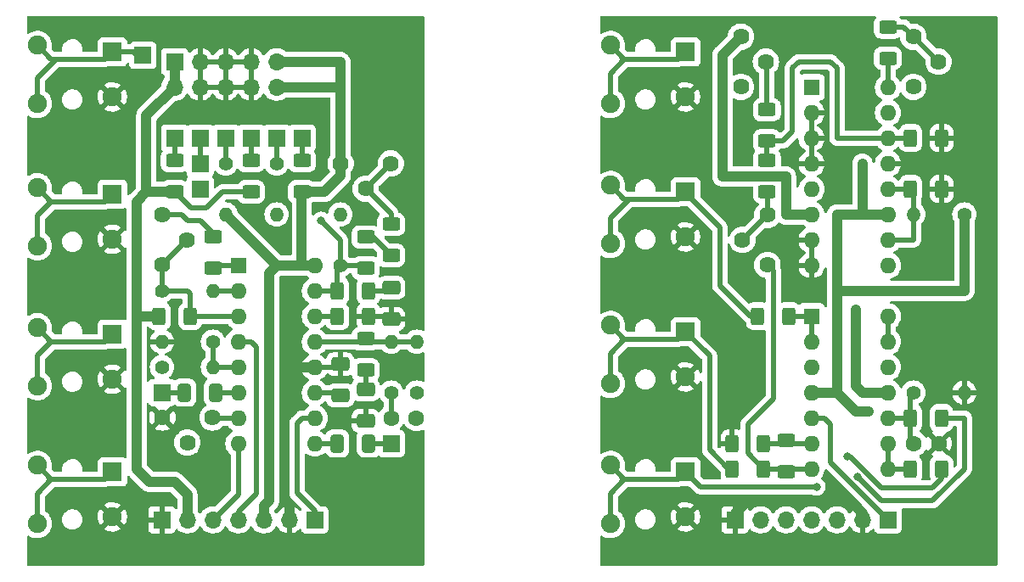
<source format=gbr>
%TF.GenerationSoftware,KiCad,Pcbnew,(6.0.5)*%
%TF.CreationDate,2023-05-16T23:55:54-04:00*%
%TF.ProjectId,as3340_no_mux,61733333-3430-45f6-9e6f-5f6d75782e6b,rev?*%
%TF.SameCoordinates,Original*%
%TF.FileFunction,Copper,L1,Top*%
%TF.FilePolarity,Positive*%
%FSLAX46Y46*%
G04 Gerber Fmt 4.6, Leading zero omitted, Abs format (unit mm)*
G04 Created by KiCad (PCBNEW (6.0.5)) date 2023-05-16 23:55:54*
%MOMM*%
%LPD*%
G01*
G04 APERTURE LIST*
G04 Aperture macros list*
%AMRoundRect*
0 Rectangle with rounded corners*
0 $1 Rounding radius*
0 $2 $3 $4 $5 $6 $7 $8 $9 X,Y pos of 4 corners*
0 Add a 4 corners polygon primitive as box body*
4,1,4,$2,$3,$4,$5,$6,$7,$8,$9,$2,$3,0*
0 Add four circle primitives for the rounded corners*
1,1,$1+$1,$2,$3*
1,1,$1+$1,$4,$5*
1,1,$1+$1,$6,$7*
1,1,$1+$1,$8,$9*
0 Add four rect primitives between the rounded corners*
20,1,$1+$1,$2,$3,$4,$5,0*
20,1,$1+$1,$4,$5,$6,$7,0*
20,1,$1+$1,$6,$7,$8,$9,0*
20,1,$1+$1,$8,$9,$2,$3,0*%
G04 Aperture macros list end*
%TA.AperFunction,ComponentPad*%
%ADD10R,1.700000X1.700000*%
%TD*%
%TA.AperFunction,ComponentPad*%
%ADD11C,1.900000*%
%TD*%
%TA.AperFunction,ComponentPad*%
%ADD12R,1.900000X1.900000*%
%TD*%
%TA.AperFunction,SMDPad,CuDef*%
%ADD13RoundRect,0.250000X-0.650000X0.412500X-0.650000X-0.412500X0.650000X-0.412500X0.650000X0.412500X0*%
%TD*%
%TA.AperFunction,ComponentPad*%
%ADD14O,1.700000X1.700000*%
%TD*%
%TA.AperFunction,SMDPad,CuDef*%
%ADD15RoundRect,0.250000X0.625000X-0.400000X0.625000X0.400000X-0.625000X0.400000X-0.625000X-0.400000X0*%
%TD*%
%TA.AperFunction,ComponentPad*%
%ADD16C,1.400000*%
%TD*%
%TA.AperFunction,ComponentPad*%
%ADD17O,1.400000X1.400000*%
%TD*%
%TA.AperFunction,SMDPad,CuDef*%
%ADD18RoundRect,0.250000X0.400000X0.625000X-0.400000X0.625000X-0.400000X-0.625000X0.400000X-0.625000X0*%
%TD*%
%TA.AperFunction,SMDPad,CuDef*%
%ADD19RoundRect,0.250000X-0.625000X0.400000X-0.625000X-0.400000X0.625000X-0.400000X0.625000X0.400000X0*%
%TD*%
%TA.AperFunction,SMDPad,CuDef*%
%ADD20RoundRect,0.250000X-0.400000X-0.625000X0.400000X-0.625000X0.400000X0.625000X-0.400000X0.625000X0*%
%TD*%
%TA.AperFunction,ComponentPad*%
%ADD21C,1.620000*%
%TD*%
%TA.AperFunction,SMDPad,CuDef*%
%ADD22RoundRect,0.250000X0.650000X-0.412500X0.650000X0.412500X-0.650000X0.412500X-0.650000X-0.412500X0*%
%TD*%
%TA.AperFunction,SMDPad,CuDef*%
%ADD23RoundRect,0.250000X0.412500X0.650000X-0.412500X0.650000X-0.412500X-0.650000X0.412500X-0.650000X0*%
%TD*%
%TA.AperFunction,SMDPad,CuDef*%
%ADD24RoundRect,0.250000X-0.412500X-0.650000X0.412500X-0.650000X0.412500X0.650000X-0.412500X0.650000X0*%
%TD*%
%TA.AperFunction,ComponentPad*%
%ADD25C,1.600000*%
%TD*%
%TA.AperFunction,ComponentPad*%
%ADD26R,1.600000X1.600000*%
%TD*%
%TA.AperFunction,ComponentPad*%
%ADD27O,1.600000X1.600000*%
%TD*%
%TA.AperFunction,ViaPad*%
%ADD28C,3.000000*%
%TD*%
%TA.AperFunction,ViaPad*%
%ADD29C,0.800000*%
%TD*%
%TA.AperFunction,Conductor*%
%ADD30C,1.000000*%
%TD*%
%TA.AperFunction,Conductor*%
%ADD31C,0.500000*%
%TD*%
G04 APERTURE END LIST*
D10*
%TO.P,J18,1,Pin_1*%
%TO.N,Net-(J3-Pad1)*%
X53340000Y-114300000D03*
%TD*%
D11*
%TO.P,J2,T*%
%TO.N,Net-(R24-Pad2)*%
X37100000Y-125050479D03*
X37100000Y-119250479D03*
%TO.P,J2,S*%
%TO.N,GND*%
X44600000Y-124400479D03*
D12*
%TO.P,J2,R*%
%TO.N,Net-(R24-Pad2)*%
X44600000Y-119900479D03*
%TD*%
D10*
%TO.P,J16,1,Pin_1*%
%TO.N,Net-(R2-Pad2)*%
X50800000Y-114300000D03*
%TD*%
D13*
%TO.P,C11,2*%
%TO.N,Net-(C11-Pad2)*%
X67310000Y-139992500D03*
%TO.P,C11,1*%
%TO.N,GND*%
X67310000Y-136867500D03*
%TD*%
D10*
%TO.P,J17,1,Pin_1*%
%TO.N,Net-(R8-Pad1)*%
X55880000Y-114300000D03*
%TD*%
%TO.P,J3,1,Pin_1*%
%TO.N,Net-(J3-Pad1)*%
X53340000Y-116840000D03*
%TD*%
D11*
%TO.P,J1,T*%
%TO.N,Net-(J1-PadR)*%
X37100000Y-110850000D03*
X37100000Y-105050000D03*
%TO.P,J1,S*%
%TO.N,GND*%
X44600000Y-110200000D03*
D12*
%TO.P,J1,R*%
%TO.N,Net-(J1-PadR)*%
X44600000Y-105700000D03*
%TD*%
D10*
%TO.P,J6,1,Pin_1*%
%TO.N,Net-(R20-Pad1)*%
X53340000Y-119380000D03*
%TD*%
%TO.P,J9,1,Pin_1*%
%TO.N,Net-(C7-Pad1)*%
X49530000Y-139700000D03*
%TD*%
%TO.P,J10,1,Pin_1*%
%TO.N,Net-(C3-Pad1)*%
X72390000Y-144780000D03*
%TD*%
D14*
%TO.P,J11,10,Pin_10*%
%TO.N,+15V*%
X60960000Y-109220000D03*
%TO.P,J11,9,Pin_9*%
X60960000Y-106680000D03*
%TO.P,J11,8,Pin_8*%
%TO.N,GND*%
X58420000Y-109220000D03*
%TO.P,J11,7,Pin_7*%
X58420000Y-106680000D03*
%TO.P,J11,6,Pin_6*%
X55880000Y-109220000D03*
%TO.P,J11,5,Pin_5*%
X55880000Y-106680000D03*
%TO.P,J11,4,Pin_4*%
X53340000Y-109220000D03*
%TO.P,J11,3,Pin_3*%
X53340000Y-106680000D03*
%TO.P,J11,2,Pin_2*%
%TO.N,-15V*%
X50800000Y-109220000D03*
D10*
%TO.P,J11,1,Pin_1*%
X50800000Y-106680000D03*
%TD*%
D11*
%TO.P,J5,T*%
%TO.N,Net-(R40-Pad1)*%
X37100000Y-139020479D03*
X37100000Y-133220479D03*
%TO.P,J5,S*%
%TO.N,GND*%
X44600000Y-138370479D03*
D12*
%TO.P,J5,R*%
%TO.N,Net-(R40-Pad1)*%
X44600000Y-133870479D03*
%TD*%
%TO.P,J4,R*%
%TO.N,Net-(C1-Pad2)*%
X44600000Y-147610000D03*
D11*
%TO.P,J4,S*%
%TO.N,GND*%
X44600000Y-152110000D03*
%TO.P,J4,T*%
%TO.N,Net-(C1-Pad2)*%
X37100000Y-146960000D03*
X37100000Y-152760000D03*
%TD*%
D10*
%TO.P,J19,1,Pin_1*%
%TO.N,Net-(R6-Pad2)*%
X58420000Y-114300000D03*
%TD*%
%TO.P,J20,1,Pin_1*%
%TO.N,Net-(R19-Pad1)*%
X60960000Y-114300000D03*
%TD*%
%TO.P,J21,1,Pin_1*%
%TO.N,Net-(R16-Pad1)*%
X63500000Y-114300000D03*
%TD*%
D15*
%TO.P,R2,1*%
%TO.N,-15V*%
X50800000Y-119660000D03*
%TO.P,R2,2*%
%TO.N,Net-(R2-Pad2)*%
X50800000Y-116560000D03*
%TD*%
D16*
%TO.P,R8,1*%
%TO.N,Net-(R8-Pad1)*%
X55880000Y-116840000D03*
D17*
%TO.P,R8,2*%
%TO.N,+15V*%
X55880000Y-121920000D03*
%TD*%
D18*
%TO.P,R50,2*%
%TO.N,-15V*%
X49250000Y-132080000D03*
%TO.P,R50,1*%
%TO.N,Net-(R39-Pad1)*%
X52350000Y-132080000D03*
%TD*%
D19*
%TO.P,R16,1*%
%TO.N,Net-(R16-Pad1)*%
X63500000Y-116560000D03*
%TO.P,R16,2*%
%TO.N,+15V*%
X63500000Y-119660000D03*
%TD*%
%TO.P,R38,2*%
%TO.N,Net-(R38-Pad2)*%
X54610000Y-127280000D03*
%TO.P,R38,1*%
%TO.N,Net-(R38-Pad1)*%
X54610000Y-124180000D03*
%TD*%
D17*
%TO.P,R11,2*%
%TO.N,Net-(R10-Pad2)*%
X72390000Y-134620000D03*
D16*
%TO.P,R11,1*%
%TO.N,Net-(C1-Pad1)*%
X72390000Y-139700000D03*
%TD*%
D19*
%TO.P,R4,1*%
%TO.N,Net-(RV7-Pad1)*%
X72390000Y-122910000D03*
%TO.P,R4,2*%
%TO.N,Net-(R26-Pad1)*%
X72390000Y-126010000D03*
%TD*%
D18*
%TO.P,R25,1*%
%TO.N,Net-(C9-Pad1)*%
X70130000Y-129540000D03*
%TO.P,R25,2*%
%TO.N,Net-(R17-Pad1)*%
X67030000Y-129540000D03*
%TD*%
D19*
%TO.P,R26,1*%
%TO.N,Net-(R26-Pad1)*%
X69850000Y-124180000D03*
%TO.P,R26,2*%
%TO.N,Net-(R17-Pad1)*%
X69850000Y-127280000D03*
%TD*%
D17*
%TO.P,R10,2*%
%TO.N,Net-(R10-Pad2)*%
X74930000Y-134620000D03*
D16*
%TO.P,R10,1*%
%TO.N,+15V*%
X74930000Y-139700000D03*
%TD*%
D17*
%TO.P,R40,2*%
%TO.N,Net-(R40-Pad2)*%
X54610000Y-137160000D03*
D16*
%TO.P,R40,1*%
%TO.N,Net-(R40-Pad1)*%
X49530000Y-137160000D03*
%TD*%
%TO.P,R17,1*%
%TO.N,Net-(R17-Pad1)*%
X67310000Y-127000000D03*
D17*
%TO.P,R17,2*%
%TO.N,Net-(R17-Pad2)*%
X67310000Y-121920000D03*
%TD*%
%TO.P,R19,2*%
%TO.N,Net-(R17-Pad1)*%
X60960000Y-121920000D03*
D16*
%TO.P,R19,1*%
%TO.N,Net-(R19-Pad1)*%
X60960000Y-116840000D03*
%TD*%
D17*
%TO.P,R39,2*%
%TO.N,Net-(R39-Pad2)*%
X54610000Y-129540000D03*
D16*
%TO.P,R39,1*%
%TO.N,Net-(R39-Pad1)*%
X49530000Y-129540000D03*
%TD*%
D20*
%TO.P,R46,1*%
%TO.N,Net-(R46-Pad1)*%
X67030000Y-132080000D03*
%TO.P,R46,2*%
%TO.N,GND*%
X70130000Y-132080000D03*
%TD*%
D19*
%TO.P,R12,2*%
%TO.N,Net-(C2-Pad2)*%
X69850000Y-137440000D03*
%TO.P,R12,1*%
%TO.N,Net-(R10-Pad2)*%
X69850000Y-134340000D03*
%TD*%
D16*
%TO.P,R48,1*%
%TO.N,Net-(R40-Pad2)*%
X54610000Y-134620000D03*
D17*
%TO.P,R48,2*%
%TO.N,GND*%
X49530000Y-134620000D03*
%TD*%
D21*
%TO.P,RV5,1,1*%
%TO.N,Net-(RV5-Pad1)*%
X54570000Y-142185000D03*
%TO.P,RV5,2,2*%
%TO.N,Net-(R17-Pad2)*%
X52070000Y-144685000D03*
%TO.P,RV5,3,3*%
%TO.N,GND*%
X49570000Y-142185000D03*
%TD*%
%TO.P,RV9,1,1*%
%TO.N,Net-(R38-Pad1)*%
X49530000Y-121960000D03*
%TO.P,RV9,2,2*%
%TO.N,Net-(R39-Pad1)*%
X52030000Y-124460000D03*
%TO.P,RV9,3,3*%
X49530000Y-126960000D03*
%TD*%
%TO.P,RV7,1,1*%
%TO.N,Net-(RV7-Pad1)*%
X72350000Y-116840000D03*
%TO.P,RV7,2,2*%
X69850000Y-119340000D03*
%TO.P,RV7,3,3*%
%TO.N,+15V*%
X67350000Y-116840000D03*
%TD*%
D22*
%TO.P,C2,2*%
%TO.N,Net-(C2-Pad2)*%
X69850000Y-139407500D03*
%TO.P,C2,1*%
%TO.N,GND*%
X69850000Y-142532500D03*
%TD*%
D23*
%TO.P,C3,2*%
%TO.N,Net-(C3-Pad2)*%
X67017500Y-144780000D03*
%TO.P,C3,1*%
%TO.N,Net-(C3-Pad1)*%
X70142500Y-144780000D03*
%TD*%
D24*
%TO.P,C7,1*%
%TO.N,Net-(C7-Pad1)*%
X51777500Y-139700000D03*
%TO.P,C7,2*%
%TO.N,Net-(C7-Pad2)*%
X54902500Y-139700000D03*
%TD*%
D13*
%TO.P,C9,1*%
%TO.N,Net-(C9-Pad1)*%
X72390000Y-129247500D03*
%TO.P,C9,2*%
%TO.N,GND*%
X72390000Y-132372500D03*
%TD*%
D25*
%TO.P,C1,2*%
%TO.N,Net-(C1-Pad2)*%
X74910000Y-142240000D03*
%TO.P,C1,1*%
%TO.N,Net-(C1-Pad1)*%
X72410000Y-142240000D03*
%TD*%
D10*
%TO.P,J22,1,Pin_1*%
%TO.N,Net-(J22-Pad1)*%
X64770000Y-152400000D03*
D14*
%TO.P,J22,2,Pin_2*%
%TO.N,GND*%
X62230000Y-152400000D03*
%TO.P,J22,3,Pin_3*%
%TO.N,+15V*%
X59690000Y-152400000D03*
%TO.P,J22,4,Pin_4*%
%TO.N,Net-(J22-Pad4)*%
X57150000Y-152400000D03*
%TO.P,J22,5,Pin_5*%
%TO.N,Net-(J22-Pad5)*%
X54610000Y-152400000D03*
%TO.P,J22,6,Pin_6*%
%TO.N,-15V*%
X52070000Y-152400000D03*
%TD*%
D10*
%TO.P,J25,1,Pin_1*%
%TO.N,Net-(J1-PadR)*%
X47625000Y-106045000D03*
%TD*%
%TO.P,J27,1,Pin_1*%
%TO.N,GND*%
X49530000Y-152400000D03*
%TD*%
D26*
%TO.P,U2,1,SCALE1*%
%TO.N,Net-(R38-Pad2)*%
X57160000Y-127015000D03*
D27*
%TO.P,U2,2,SCALE2*%
%TO.N,Net-(R39-Pad2)*%
X57160000Y-129555000D03*
%TO.P,U2,3,VEE*%
%TO.N,Net-(R39-Pad1)*%
X57160000Y-132095000D03*
%TO.P,U2,4,VP*%
%TO.N,Net-(J22-Pad4)*%
X57160000Y-134635000D03*
%TO.P,U2,5,VPWM*%
%TO.N,Net-(R40-Pad2)*%
X57160000Y-137175000D03*
%TO.P,U2,6,VHSI*%
%TO.N,Net-(C7-Pad2)*%
X57160000Y-139715000D03*
%TO.P,U2,7,VHFT*%
%TO.N,Net-(RV5-Pad1)*%
X57160000Y-142255000D03*
%TO.P,U2,8,VSO*%
%TO.N,Net-(J22-Pad5)*%
X57160000Y-144795000D03*
%TO.P,U2,9,VSSI*%
%TO.N,Net-(C3-Pad2)*%
X64780000Y-144795000D03*
%TO.P,U2,10,VTO*%
%TO.N,Net-(J22-Pad1)*%
X64780000Y-142255000D03*
%TO.P,U2,11,CAP*%
%TO.N,Net-(C11-Pad2)*%
X64780000Y-139715000D03*
%TO.P,U2,12,GND*%
%TO.N,GND*%
X64780000Y-137175000D03*
%TO.P,U2,13,VLFI*%
%TO.N,Net-(R10-Pad2)*%
X64780000Y-134635000D03*
%TO.P,U2,14,VS*%
%TO.N,Net-(R46-Pad1)*%
X64780000Y-132095000D03*
%TO.P,U2,15,VFCI*%
%TO.N,Net-(R17-Pad1)*%
X64780000Y-129555000D03*
%TO.P,U2,16,VCC*%
%TO.N,+15V*%
X64780000Y-127015000D03*
%TD*%
D15*
%TO.P,R6,1*%
%TO.N,-15V*%
X58420000Y-119660000D03*
%TO.P,R6,2*%
%TO.N,Net-(R6-Pad2)*%
X58420000Y-116560000D03*
%TD*%
D10*
%TO.P,J26,1,Pin_1*%
%TO.N,GND*%
X106680000Y-152400000D03*
%TD*%
D18*
%TO.P,R58,1*%
%TO.N,Net-(R58-Pad1)*%
X127280000Y-142240000D03*
%TO.P,R58,2*%
%TO.N,Net-(D1-Pad2)*%
X124180000Y-142240000D03*
%TD*%
D10*
%TO.P,J23,1,Pin_1*%
%TO.N,Net-(U4-Pad5)*%
X121920000Y-152400000D03*
D14*
%TO.P,J23,2,Pin_2*%
%TO.N,GND*%
X119380000Y-152400000D03*
%TO.P,J23,3,Pin_3*%
%TO.N,+15V*%
X116840000Y-152400000D03*
%TO.P,J23,4,Pin_4*%
%TO.N,Net-(R58-Pad1)*%
X114300000Y-152400000D03*
%TO.P,J23,5,Pin_5*%
%TO.N,Net-(U4-Pad12)*%
X111760000Y-152400000D03*
%TO.P,J23,6,Pin_6*%
%TO.N,-15V*%
X109220000Y-152400000D03*
%TD*%
D25*
%TO.P,D1,1,K*%
%TO.N,GND*%
X127000000Y-144780000D03*
%TO.P,D1,2,A*%
%TO.N,Net-(D1-Pad2)*%
X124500000Y-144780000D03*
%TD*%
D27*
%TO.P,U4,14*%
%TO.N,Net-(R67-Pad1)*%
X121930000Y-132075000D03*
%TO.P,U4,13,-*%
X121930000Y-134615000D03*
%TO.P,U4,12,+*%
%TO.N,Net-(U4-Pad12)*%
X121930000Y-137155000D03*
%TO.P,U4,11,V-*%
%TO.N,-15V*%
X121930000Y-139695000D03*
%TO.P,U4,10,+*%
%TO.N,Net-(D1-Pad2)*%
X121930000Y-142235000D03*
%TO.P,U4,9,-*%
%TO.N,Net-(R66-Pad1)*%
X121930000Y-144775000D03*
%TO.P,U4,8*%
X121930000Y-147315000D03*
%TO.P,U4,7*%
%TO.N,Net-(R64-Pad2)*%
X114310000Y-147315000D03*
%TO.P,U4,6,-*%
%TO.N,Net-(R62-Pad2)*%
X114310000Y-144775000D03*
%TO.P,U4,5,+*%
%TO.N,Net-(U4-Pad5)*%
X114310000Y-142235000D03*
%TO.P,U4,4,V+*%
%TO.N,+15V*%
X114310000Y-139695000D03*
%TO.P,U4,3,+*%
%TO.N,Net-(U4-Pad3)*%
X114310000Y-137155000D03*
%TO.P,U4,2,-*%
%TO.N,Net-(R69-Pad1)*%
X114310000Y-134615000D03*
D26*
%TO.P,U4,1*%
X114310000Y-132075000D03*
%TD*%
%TO.P,U1,1*%
%TO.N,unconnected-(U1-Pad1)*%
X114310000Y-109235000D03*
D27*
%TO.P,U1,2,DIODE_BIAS*%
%TO.N,GND*%
X114310000Y-111775000D03*
%TO.P,U1,3,+*%
X114310000Y-114315000D03*
%TO.P,U1,4,-*%
X114310000Y-116855000D03*
%TO.P,U1,5*%
%TO.N,unconnected-(U1-Pad5)*%
X114310000Y-119395000D03*
%TO.P,U1,6,V-*%
%TO.N,-15V*%
X114310000Y-121935000D03*
%TO.P,U1,7*%
%TO.N,GND*%
X114310000Y-124475000D03*
%TO.P,U1,8*%
X114310000Y-127015000D03*
%TO.P,U1,9*%
%TO.N,Net-(R34-Pad2)*%
X121930000Y-127015000D03*
%TO.P,U1,10*%
%TO.N,Net-(U1-Pad12)*%
X121930000Y-124475000D03*
%TO.P,U1,11,V+*%
%TO.N,+15V*%
X121930000Y-121935000D03*
%TO.P,U1,12*%
%TO.N,Net-(U1-Pad12)*%
X121930000Y-119395000D03*
%TO.P,U1,13,-*%
%TO.N,GND*%
X121930000Y-116855000D03*
%TO.P,U1,14,+*%
%TO.N,Net-(R51-Pad2)*%
X121930000Y-114315000D03*
%TO.P,U1,15,DIODE_BIAS*%
%TO.N,unconnected-(U1-Pad15)*%
X121930000Y-111775000D03*
%TO.P,U1,16*%
%TO.N,Net-(R36-Pad2)*%
X121930000Y-109235000D03*
%TD*%
D21*
%TO.P,SineShapeTrim1,1,1*%
%TO.N,Net-(R64-Pad2)*%
X109910000Y-126960000D03*
%TO.P,SineShapeTrim1,2,2*%
%TO.N,Net-(R54-Pad2)*%
X107410000Y-124460000D03*
%TO.P,SineShapeTrim1,3,3*%
X109910000Y-121960000D03*
%TD*%
%TO.P,SineLevelTrim1,1,1*%
%TO.N,Net-(R36-Pad1)*%
X124460000Y-104180000D03*
%TO.P,SineLevelTrim1,2,2*%
X126960000Y-106680000D03*
%TO.P,SineLevelTrim1,3,3*%
%TO.N,+15V*%
X124460000Y-109180000D03*
%TD*%
%TO.P,SineBiasTrim1,3,3*%
%TO.N,+15V*%
X107260000Y-109180000D03*
%TO.P,SineBiasTrim1,2,2*%
%TO.N,Net-(R55-Pad2)*%
X109760000Y-106680000D03*
%TO.P,SineBiasTrim1,1,1*%
%TO.N,-15V*%
X107260000Y-104180000D03*
%TD*%
D18*
%TO.P,R69,1*%
%TO.N,Net-(R69-Pad1)*%
X112040000Y-132080000D03*
%TO.P,R69,2*%
%TO.N,Net-(R69-Pad2)*%
X108940000Y-132080000D03*
%TD*%
%TO.P,R68,1*%
%TO.N,Net-(R64-Pad2)*%
X109500000Y-147320000D03*
%TO.P,R68,2*%
%TO.N,Net-(R68-Pad2)*%
X106400000Y-147320000D03*
%TD*%
D20*
%TO.P,R66,1*%
%TO.N,Net-(R66-Pad1)*%
X124180000Y-147320000D03*
%TO.P,R66,2*%
%TO.N,Net-(R66-Pad2)*%
X127280000Y-147320000D03*
%TD*%
D19*
%TO.P,R64,2*%
%TO.N,Net-(R64-Pad2)*%
X111760000Y-147600000D03*
%TO.P,R64,1*%
%TO.N,Net-(R62-Pad2)*%
X111760000Y-144500000D03*
%TD*%
D20*
%TO.P,R62,2*%
%TO.N,Net-(R62-Pad2)*%
X109500000Y-144780000D03*
%TO.P,R62,1*%
%TO.N,GND*%
X106400000Y-144780000D03*
%TD*%
D16*
%TO.P,R60,1*%
%TO.N,Net-(D1-Pad2)*%
X124460000Y-139700000D03*
D17*
%TO.P,R60,2*%
%TO.N,GND*%
X129540000Y-139700000D03*
%TD*%
D15*
%TO.P,R55,2*%
%TO.N,Net-(R55-Pad2)*%
X109855000Y-111480000D03*
%TO.P,R55,1*%
%TO.N,Net-(R51-Pad2)*%
X109855000Y-114580000D03*
%TD*%
D19*
%TO.P,R54,1*%
%TO.N,Net-(R51-Pad2)*%
X109855000Y-116560000D03*
%TO.P,R54,2*%
%TO.N,Net-(R54-Pad2)*%
X109855000Y-119660000D03*
%TD*%
D18*
%TO.P,R51,2*%
%TO.N,Net-(R51-Pad2)*%
X124180000Y-114300000D03*
%TO.P,R51,1*%
%TO.N,GND*%
X127280000Y-114300000D03*
%TD*%
D16*
%TO.P,R37,1*%
%TO.N,+15V*%
X129540000Y-121920000D03*
D17*
%TO.P,R37,2*%
%TO.N,Net-(U1-Pad12)*%
X124460000Y-121920000D03*
%TD*%
D19*
%TO.P,R36,1*%
%TO.N,Net-(R36-Pad1)*%
X121920000Y-103225000D03*
%TO.P,R36,2*%
%TO.N,Net-(R36-Pad2)*%
X121920000Y-106325000D03*
%TD*%
D18*
%TO.P,R1,1*%
%TO.N,GND*%
X127280000Y-119380000D03*
%TO.P,R1,2*%
%TO.N,Net-(U1-Pad12)*%
X124180000Y-119380000D03*
%TD*%
D12*
%TO.P,J15,R*%
%TO.N,Net-(R66-Pad2)*%
X101750000Y-147610000D03*
D11*
%TO.P,J15,S*%
%TO.N,GND*%
X101750000Y-152110000D03*
%TO.P,J15,T*%
%TO.N,Net-(R66-Pad2)*%
X94250000Y-146960000D03*
X94250000Y-152760000D03*
%TD*%
D12*
%TO.P,J14,R*%
%TO.N,Net-(R67-Pad2)*%
X101750000Y-105700000D03*
D11*
%TO.P,J14,S*%
%TO.N,GND*%
X101750000Y-110200000D03*
%TO.P,J14,T*%
%TO.N,Net-(R67-Pad2)*%
X94250000Y-105050000D03*
X94250000Y-110850000D03*
%TD*%
D12*
%TO.P,J13,R*%
%TO.N,Net-(R69-Pad2)*%
X101750000Y-119670000D03*
D11*
%TO.P,J13,S*%
%TO.N,GND*%
X101750000Y-124170000D03*
%TO.P,J13,T*%
%TO.N,Net-(R69-Pad2)*%
X94250000Y-119020000D03*
X94250000Y-124820000D03*
%TD*%
D12*
%TO.P,J12,R*%
%TO.N,Net-(R68-Pad2)*%
X101750000Y-133640000D03*
D11*
%TO.P,J12,S*%
%TO.N,GND*%
X101750000Y-138140000D03*
%TO.P,J12,T*%
%TO.N,Net-(R68-Pad2)*%
X94250000Y-132990000D03*
X94250000Y-138790000D03*
%TD*%
D28*
%TO.N,GND*%
X73660000Y-154940000D03*
D29*
%TO.N,Net-(R17-Pad1)*%
X65405000Y-122555000D03*
D28*
%TO.N,GND*%
X130810000Y-154940000D03*
X73660000Y-104140000D03*
X130810000Y-104140000D03*
D29*
%TO.N,+15V*%
X119380000Y-116840000D03*
%TO.N,Net-(R66-Pad2)*%
X114808000Y-149098000D03*
%TO.N,Net-(R58-Pad1)*%
X118872000Y-148082000D03*
%TO.N,Net-(R66-Pad2)*%
X117856000Y-146050000D03*
%TO.N,+15V*%
X120015000Y-141605000D03*
%TO.N,-15V*%
X118745000Y-131445000D03*
%TD*%
D30*
%TO.N,-15V*%
X105410000Y-118110000D02*
X105410000Y-106030000D01*
X111760000Y-118110000D02*
X105410000Y-118110000D01*
X111760000Y-121920000D02*
X111760000Y-118110000D01*
X105410000Y-106030000D02*
X107260000Y-104180000D01*
X111775000Y-121935000D02*
X111760000Y-121920000D01*
X114310000Y-121935000D02*
X111775000Y-121935000D01*
%TO.N,+15V*%
X119380000Y-121920000D02*
X119380000Y-116840000D01*
X119365000Y-121935000D02*
X119380000Y-121920000D01*
X119365000Y-121935000D02*
X121930000Y-121935000D01*
X116855000Y-121935000D02*
X119365000Y-121935000D01*
D31*
%TO.N,Net-(R58-Pad1)*%
X129540000Y-142240000D02*
X127280000Y-142240000D01*
X126365000Y-150495000D02*
X129540000Y-147320000D01*
X121285000Y-150495000D02*
X126365000Y-150495000D01*
X118872000Y-148082000D02*
X121285000Y-150495000D01*
X129540000Y-147320000D02*
X129540000Y-142240000D01*
D30*
%TO.N,-15V*%
X50800000Y-109220000D02*
X50800000Y-106680000D01*
D31*
%TO.N,Net-(R69-Pad1)*%
X114305000Y-132080000D02*
X114310000Y-132075000D01*
X112040000Y-132080000D02*
X114305000Y-132080000D01*
%TO.N,Net-(R69-Pad2)*%
X108204000Y-132080000D02*
X108940000Y-132080000D01*
X105156000Y-129032000D02*
X108204000Y-132080000D01*
X101750000Y-119784000D02*
X105156000Y-123190000D01*
X101750000Y-119670000D02*
X101750000Y-119784000D01*
X105156000Y-123190000D02*
X105156000Y-129032000D01*
%TO.N,Net-(R66-Pad2)*%
X103238000Y-149098000D02*
X101750000Y-147610000D01*
X114808000Y-149098000D02*
X103238000Y-149098000D01*
X118110000Y-146050000D02*
X117856000Y-146050000D01*
X121285000Y-149225000D02*
X118110000Y-146050000D01*
X126365000Y-149225000D02*
X121285000Y-149225000D01*
X127280000Y-148310000D02*
X126365000Y-149225000D01*
X127280000Y-147320000D02*
X127280000Y-148310000D01*
%TO.N,Net-(U4-Pad5)*%
X115565000Y-142235000D02*
X114310000Y-142235000D01*
X121920000Y-152400000D02*
X116205000Y-146685000D01*
X116205000Y-146685000D02*
X116205000Y-142875000D01*
X116205000Y-142875000D02*
X115565000Y-142235000D01*
D30*
%TO.N,GND*%
X119380000Y-151765000D02*
X119380000Y-152400000D01*
X107950000Y-150495000D02*
X118110000Y-150495000D01*
X106680000Y-151765000D02*
X107950000Y-150495000D01*
X106680000Y-152400000D02*
X106680000Y-151765000D01*
X118110000Y-150495000D02*
X119380000Y-151765000D01*
%TO.N,+15V*%
X118745000Y-141605000D02*
X120015000Y-141605000D01*
X116835000Y-139695000D02*
X118745000Y-141605000D01*
%TO.N,-15V*%
X52070000Y-149860000D02*
X52070000Y-152400000D01*
X50800000Y-148590000D02*
X52070000Y-149860000D01*
X48260000Y-148590000D02*
X50800000Y-148590000D01*
X46990000Y-147320000D02*
X48260000Y-148590000D01*
D31*
%TO.N,Net-(J1-PadR)*%
X46645000Y-105700000D02*
X47280000Y-105700000D01*
X47280000Y-105700000D02*
X47625000Y-106045000D01*
X44600000Y-105700000D02*
X46645000Y-105700000D01*
X46645000Y-105700000D02*
X46990000Y-106045000D01*
D30*
%TO.N,-15V*%
X47980000Y-119660000D02*
X47980000Y-112040000D01*
X47980000Y-112040000D02*
X50800000Y-109220000D01*
D31*
%TO.N,Net-(R68-Pad2)*%
X104140000Y-136030000D02*
X101750000Y-133640000D01*
X104140000Y-145415000D02*
X104140000Y-136030000D01*
X106400000Y-147320000D02*
X106045000Y-147320000D01*
X106045000Y-147320000D02*
X104140000Y-145415000D01*
%TO.N,Net-(R66-Pad2)*%
X94250000Y-149759042D02*
X95649521Y-148359521D01*
X94250000Y-152760000D02*
X94250000Y-149759042D01*
X101000479Y-148359521D02*
X95649521Y-148359521D01*
X101750000Y-147610000D02*
X101000479Y-148359521D01*
X95649521Y-148359521D02*
X94250000Y-146960000D01*
%TO.N,Net-(R68-Pad2)*%
X94250000Y-135789042D02*
X95649521Y-134389521D01*
X94250000Y-138790000D02*
X94250000Y-135789042D01*
X95649521Y-134389521D02*
X94250000Y-132990000D01*
X101000479Y-134389521D02*
X95649521Y-134389521D01*
X101750000Y-133640000D02*
X101000479Y-134389521D01*
%TO.N,Net-(R67-Pad2)*%
X94250000Y-107849042D02*
X95649521Y-106449521D01*
X94250000Y-110850000D02*
X94250000Y-107849042D01*
X95649521Y-106449521D02*
X94250000Y-105050000D01*
X101000479Y-106449521D02*
X95649521Y-106449521D01*
X101750000Y-105700000D02*
X101000479Y-106449521D01*
%TO.N,Net-(R69-Pad2)*%
X94250000Y-122285000D02*
X96115479Y-120419521D01*
X94250000Y-124820000D02*
X94250000Y-122285000D01*
X101000479Y-120419521D02*
X96115479Y-120419521D01*
X96115479Y-120419521D02*
X95649521Y-120419521D01*
X95649521Y-120419521D02*
X94250000Y-119020000D01*
X101750000Y-119670000D02*
X101000479Y-120419521D01*
D30*
%TO.N,-15V*%
X118745000Y-139065000D02*
X118745000Y-131445000D01*
X119380000Y-139700000D02*
X118745000Y-139065000D01*
X121930000Y-139695000D02*
X119385000Y-139695000D01*
X119385000Y-139695000D02*
X119380000Y-139700000D01*
D31*
%TO.N,Net-(R36-Pad1)*%
X124460000Y-104180000D02*
X126960000Y-106680000D01*
X123505000Y-103225000D02*
X124460000Y-104180000D01*
X121920000Y-103225000D02*
X123505000Y-103225000D01*
%TO.N,Net-(R36-Pad2)*%
X121930000Y-106335000D02*
X121920000Y-106325000D01*
X121930000Y-109235000D02*
X121930000Y-106335000D01*
%TO.N,Net-(R51-Pad2)*%
X116205000Y-106680000D02*
X116840000Y-107315000D01*
X113030000Y-106680000D02*
X116205000Y-106680000D01*
X112395000Y-107315000D02*
X113030000Y-106680000D01*
X112395000Y-113665000D02*
X112395000Y-107315000D01*
X111480000Y-114580000D02*
X112395000Y-113665000D01*
X109855000Y-114580000D02*
X111480000Y-114580000D01*
X116840000Y-114300000D02*
X116840000Y-107315000D01*
%TO.N,Net-(R55-Pad2)*%
X109855000Y-106775000D02*
X109760000Y-106680000D01*
X109855000Y-111480000D02*
X109855000Y-106775000D01*
%TO.N,Net-(R51-Pad2)*%
X109855000Y-116560000D02*
X109855000Y-114580000D01*
X116855000Y-114315000D02*
X116840000Y-114300000D01*
X121930000Y-114315000D02*
X116855000Y-114315000D01*
X121945000Y-114300000D02*
X121930000Y-114315000D01*
X124180000Y-114300000D02*
X121945000Y-114300000D01*
%TO.N,Net-(R54-Pad2)*%
X109910000Y-119715000D02*
X109855000Y-119660000D01*
X109910000Y-121960000D02*
X109910000Y-119715000D01*
X107410000Y-124460000D02*
X109910000Y-121960000D01*
%TO.N,Net-(R64-Pad2)*%
X107950000Y-142875000D02*
X107950000Y-145770000D01*
X107950000Y-145770000D02*
X109500000Y-147320000D01*
X110490000Y-140335000D02*
X107950000Y-142875000D01*
X110490000Y-127540000D02*
X110490000Y-140335000D01*
X109910000Y-126960000D02*
X110490000Y-127540000D01*
%TO.N,Net-(D1-Pad2)*%
X124180000Y-144460000D02*
X124500000Y-144780000D01*
X124180000Y-142240000D02*
X124180000Y-144460000D01*
%TO.N,Net-(R66-Pad1)*%
X124175000Y-147315000D02*
X124180000Y-147320000D01*
X121930000Y-147315000D02*
X124175000Y-147315000D01*
X121930000Y-147315000D02*
X121930000Y-144775000D01*
%TO.N,Net-(D1-Pad2)*%
X124180000Y-139980000D02*
X124460000Y-139700000D01*
X124180000Y-142240000D02*
X124180000Y-139980000D01*
X124175000Y-142235000D02*
X124180000Y-142240000D01*
X121930000Y-142235000D02*
X124175000Y-142235000D01*
%TO.N,Net-(R64-Pad2)*%
X111480000Y-147320000D02*
X111760000Y-147600000D01*
X109500000Y-147320000D02*
X111480000Y-147320000D01*
X114310000Y-147315000D02*
X112045000Y-147315000D01*
X112045000Y-147315000D02*
X111760000Y-147600000D01*
%TO.N,Net-(R62-Pad2)*%
X111480000Y-144780000D02*
X111760000Y-144500000D01*
X109500000Y-144780000D02*
X111480000Y-144780000D01*
X112035000Y-144775000D02*
X111760000Y-144500000D01*
X114310000Y-144775000D02*
X112035000Y-144775000D01*
%TO.N,Net-(R69-Pad1)*%
X114310000Y-134615000D02*
X114310000Y-132075000D01*
%TO.N,Net-(R67-Pad1)*%
X121930000Y-134615000D02*
X121930000Y-132075000D01*
D30*
%TO.N,+15V*%
X129554520Y-121934520D02*
X129540000Y-121920000D01*
X129554520Y-129525480D02*
X129554520Y-121934520D01*
X116840000Y-129540000D02*
X116840000Y-121920000D01*
X129540000Y-129540000D02*
X129554520Y-129525480D01*
X116840000Y-129540000D02*
X129540000Y-129540000D01*
X116840000Y-139700000D02*
X116840000Y-129540000D01*
D31*
%TO.N,Net-(U1-Pad12)*%
X124460000Y-119660000D02*
X124180000Y-119380000D01*
X124460000Y-124460000D02*
X124460000Y-119660000D01*
X124445000Y-124475000D02*
X124460000Y-124460000D01*
X121930000Y-124475000D02*
X124445000Y-124475000D01*
X124165000Y-119395000D02*
X124180000Y-119380000D01*
X121930000Y-119395000D02*
X124165000Y-119395000D01*
D30*
%TO.N,+15V*%
X116840000Y-121920000D02*
X116855000Y-121935000D01*
X116835000Y-139695000D02*
X114310000Y-139695000D01*
X116840000Y-139700000D02*
X116835000Y-139695000D01*
D31*
%TO.N,Net-(J1-PadR)*%
X37100000Y-110850000D02*
X37100000Y-108315000D01*
X43850479Y-106449521D02*
X38965479Y-106449521D01*
X38965479Y-106449521D02*
X38499521Y-106449521D01*
X37100000Y-108315000D02*
X38965479Y-106449521D01*
X44600000Y-105700000D02*
X43850479Y-106449521D01*
X38499521Y-106449521D02*
X37100000Y-105050000D01*
D30*
%TO.N,+15V*%
X67350000Y-109180000D02*
X67310000Y-109220000D01*
X67350000Y-109180000D02*
X67350000Y-106720000D01*
X67310000Y-109220000D02*
X60960000Y-109220000D01*
X67350000Y-116840000D02*
X67350000Y-109180000D01*
X67310000Y-106680000D02*
X60960000Y-106680000D01*
X67350000Y-106720000D02*
X67310000Y-106680000D01*
%TO.N,-15V*%
X47980000Y-119660000D02*
X50800000Y-119660000D01*
X46990000Y-120650000D02*
X47980000Y-119660000D01*
X46990000Y-132080000D02*
X46990000Y-120650000D01*
D31*
%TO.N,Net-(R38-Pad1)*%
X51475000Y-121960000D02*
X49530000Y-121960000D01*
X53340000Y-122555000D02*
X52070000Y-122555000D01*
X52070000Y-122555000D02*
X51475000Y-121960000D01*
X54610000Y-123825000D02*
X53340000Y-122555000D01*
X54610000Y-124180000D02*
X54610000Y-123825000D01*
%TO.N,Net-(R39-Pad1)*%
X49530000Y-126960000D02*
X52030000Y-124460000D01*
X49530000Y-129540000D02*
X49530000Y-126960000D01*
%TO.N,-15V*%
X52425000Y-121285000D02*
X50800000Y-119660000D01*
X53975000Y-121285000D02*
X52425000Y-121285000D01*
X55600000Y-119660000D02*
X53975000Y-121285000D01*
X58420000Y-119660000D02*
X55600000Y-119660000D01*
D30*
%TO.N,+15V*%
X67350000Y-118070000D02*
X67350000Y-116840000D01*
X65760000Y-119660000D02*
X67350000Y-118070000D01*
X63500000Y-119660000D02*
X65760000Y-119660000D01*
D31*
%TO.N,Net-(RV7-Pad1)*%
X69850000Y-119340000D02*
X72350000Y-116840000D01*
X72390000Y-121880000D02*
X69850000Y-119340000D01*
X72390000Y-122910000D02*
X72390000Y-121880000D01*
%TO.N,Net-(R26-Pad1)*%
X70560000Y-124180000D02*
X72390000Y-126010000D01*
X69850000Y-124180000D02*
X70560000Y-124180000D01*
%TO.N,Net-(R17-Pad1)*%
X65405000Y-122555000D02*
X67310000Y-124460000D01*
X67310000Y-124460000D02*
X67310000Y-127000000D01*
%TO.N,Net-(C2-Pad2)*%
X69850000Y-139407500D02*
X69850000Y-137440000D01*
%TO.N,Net-(C7-Pad1)*%
X51777500Y-139700000D02*
X49530000Y-139700000D01*
D30*
%TO.N,-15V*%
X46990000Y-132080000D02*
X46990000Y-147320000D01*
X49250000Y-132080000D02*
X46990000Y-132080000D01*
%TO.N,+15V*%
X60960000Y-127000000D02*
X55880000Y-121920000D01*
X63485000Y-119675000D02*
X63500000Y-119660000D01*
X63485000Y-127015000D02*
X63485000Y-119675000D01*
X63485000Y-127015000D02*
X60975000Y-127015000D01*
X64780000Y-127015000D02*
X63485000Y-127015000D01*
D31*
%TO.N,Net-(R8-Pad1)*%
X55880000Y-114300000D02*
X55880000Y-116840000D01*
%TO.N,Net-(R16-Pad1)*%
X63500000Y-114300000D02*
X63500000Y-116560000D01*
%TO.N,Net-(R19-Pad1)*%
X60960000Y-114300000D02*
X60960000Y-116840000D01*
%TO.N,Net-(R6-Pad2)*%
X58420000Y-114300000D02*
X58420000Y-116560000D01*
%TO.N,Net-(R2-Pad2)*%
X50800000Y-116560000D02*
X50800000Y-114300000D01*
%TO.N,Net-(J3-Pad1)*%
X53340000Y-116840000D02*
X53340000Y-114300000D01*
%TO.N,Net-(R17-Pad1)*%
X67590000Y-127000000D02*
X69850000Y-127000000D01*
X67310000Y-127280000D02*
X67590000Y-127000000D01*
%TO.N,Net-(C1-Pad2)*%
X37100000Y-149759042D02*
X38499521Y-148359521D01*
X37100000Y-152760000D02*
X37100000Y-149759042D01*
X38499521Y-148359521D02*
X37100000Y-146960000D01*
X43850479Y-148359521D02*
X38499521Y-148359521D01*
X44600000Y-147610000D02*
X43850479Y-148359521D01*
%TO.N,Net-(R40-Pad1)*%
X37100000Y-136019521D02*
X38499521Y-134620000D01*
X37100000Y-139020479D02*
X37100000Y-136019521D01*
X38499521Y-134620000D02*
X37100000Y-133220479D01*
X43850479Y-134620000D02*
X38499521Y-134620000D01*
X44600000Y-133870479D02*
X43850479Y-134620000D01*
%TO.N,Net-(R24-Pad2)*%
X37100000Y-122049521D02*
X38499521Y-120650000D01*
X37100000Y-125050479D02*
X37100000Y-122049521D01*
X43850479Y-120650000D02*
X38499521Y-120650000D01*
X38499521Y-120650000D02*
X37100000Y-119250479D01*
X44600000Y-119900479D02*
X43850479Y-120650000D01*
%TO.N,Net-(R39-Pad1)*%
X52350000Y-132080000D02*
X57145000Y-132080000D01*
X57145000Y-132080000D02*
X57160000Y-132095000D01*
X52350000Y-129820000D02*
X52350000Y-132080000D01*
X52070000Y-129540000D02*
X52350000Y-129820000D01*
X49530000Y-129540000D02*
X52070000Y-129540000D01*
X49175000Y-129895000D02*
X49530000Y-129540000D01*
X49530000Y-126945000D02*
X49570000Y-126905000D01*
%TO.N,GND*%
X72097500Y-132080000D02*
X72390000Y-132372500D01*
X70130000Y-132080000D02*
X72097500Y-132080000D01*
%TO.N,Net-(C9-Pad1)*%
X72097500Y-129540000D02*
X72390000Y-129247500D01*
X70130000Y-129540000D02*
X72097500Y-129540000D01*
%TO.N,Net-(R17-Pad1)*%
X67030000Y-127560000D02*
X67310000Y-127280000D01*
X67030000Y-129540000D02*
X67030000Y-127560000D01*
%TO.N,Net-(C1-Pad1)*%
X72390000Y-142220000D02*
X72410000Y-142240000D01*
X72390000Y-139700000D02*
X72390000Y-142220000D01*
%TO.N,Net-(R10-Pad2)*%
X70130000Y-134620000D02*
X74930000Y-134620000D01*
X69850000Y-134340000D02*
X70130000Y-134620000D01*
%TO.N,Net-(J22-Pad5)*%
X57150000Y-148590000D02*
X57150000Y-149860000D01*
X57150000Y-149860000D02*
X54610000Y-152400000D01*
%TO.N,Net-(J22-Pad4)*%
X57150000Y-151587200D02*
X57150000Y-152400000D01*
X58928000Y-149809200D02*
X57150000Y-151587200D01*
X58928000Y-135128000D02*
X58928000Y-149809200D01*
X58435000Y-134635000D02*
X58928000Y-135128000D01*
X57160000Y-134635000D02*
X58435000Y-134635000D01*
%TO.N,Net-(J22-Pad1)*%
X62992000Y-149758400D02*
X64770000Y-151536400D01*
X63500000Y-142240000D02*
X62992000Y-142748000D01*
X62992000Y-142748000D02*
X62992000Y-149758400D01*
X63515000Y-142255000D02*
X63500000Y-142240000D01*
X64780000Y-142255000D02*
X63515000Y-142255000D01*
X64770000Y-151536400D02*
X64770000Y-152400000D01*
D30*
%TO.N,+15V*%
X60198000Y-127762000D02*
X60198000Y-150520400D01*
X60960000Y-127000000D02*
X60198000Y-127762000D01*
X60975000Y-127015000D02*
X60960000Y-127000000D01*
X60198000Y-150520400D02*
X59690000Y-151028400D01*
X59690000Y-151028400D02*
X59690000Y-152400000D01*
%TO.N,GND*%
X61722000Y-150469600D02*
X62230000Y-150977600D01*
X62230000Y-150977600D02*
X62230000Y-152400000D01*
X61722000Y-137668000D02*
X61722000Y-150469600D01*
X62245000Y-137175000D02*
X62230000Y-137160000D01*
X62230000Y-137160000D02*
X61722000Y-137668000D01*
X64780000Y-137175000D02*
X62245000Y-137175000D01*
D31*
%TO.N,Net-(J22-Pad5)*%
X57160000Y-144795000D02*
X57160000Y-148580000D01*
X57160000Y-148580000D02*
X57150000Y-148590000D01*
%TO.N,Net-(J22-Pad4)*%
X58405000Y-134635000D02*
X58420000Y-134620000D01*
X57160000Y-134635000D02*
X58405000Y-134635000D01*
%TO.N,Net-(C11-Pad2)*%
X67032500Y-139715000D02*
X67310000Y-139992500D01*
X64780000Y-139715000D02*
X67032500Y-139715000D01*
%TO.N,GND*%
X67002500Y-137175000D02*
X67310000Y-136867500D01*
X64780000Y-137175000D02*
X67002500Y-137175000D01*
%TO.N,Net-(R10-Pad2)*%
X69555000Y-134635000D02*
X69850000Y-134340000D01*
X64780000Y-134635000D02*
X69555000Y-134635000D01*
%TO.N,Net-(R46-Pad1)*%
X67015000Y-132095000D02*
X67030000Y-132080000D01*
X64780000Y-132095000D02*
X67015000Y-132095000D01*
%TO.N,Net-(R17-Pad1)*%
X67015000Y-129555000D02*
X67030000Y-129540000D01*
X64780000Y-129555000D02*
X67015000Y-129555000D01*
%TO.N,Net-(R38-Pad2)*%
X54905000Y-127015000D02*
X54890000Y-127000000D01*
X57160000Y-127015000D02*
X54905000Y-127015000D01*
%TO.N,Net-(R39-Pad2)*%
X54625000Y-129555000D02*
X54610000Y-129540000D01*
X57160000Y-129555000D02*
X54625000Y-129555000D01*
%TO.N,Net-(R40-Pad2)*%
X54610000Y-134620000D02*
X54610000Y-137160000D01*
%TO.N,-15V*%
X49190000Y-132095000D02*
X49175000Y-132080000D01*
%TO.N,Net-(R40-Pad2)*%
X54625000Y-137175000D02*
X54610000Y-137160000D01*
X57160000Y-137175000D02*
X54625000Y-137175000D01*
%TO.N,Net-(C7-Pad2)*%
X54917500Y-139715000D02*
X54902500Y-139700000D01*
X57160000Y-139715000D02*
X54917500Y-139715000D01*
%TO.N,Net-(RV5-Pad1)*%
X57160000Y-142255000D02*
X54640000Y-142255000D01*
X54640000Y-142255000D02*
X54570000Y-142185000D01*
%TO.N,Net-(C3-Pad1)*%
X70142500Y-144780000D02*
X72390000Y-144780000D01*
%TO.N,Net-(C3-Pad2)*%
X67002500Y-144795000D02*
X67017500Y-144780000D01*
X64780000Y-144795000D02*
X67002500Y-144795000D01*
%TD*%
%TA.AperFunction,Conductor*%
%TO.N,GND*%
G36*
X120702773Y-102128502D02*
G01*
X120749266Y-102182158D01*
X120759370Y-102252432D01*
X120729876Y-102317012D01*
X120723826Y-102323517D01*
X120695695Y-102351697D01*
X120691855Y-102357927D01*
X120691854Y-102357928D01*
X120613209Y-102485514D01*
X120602885Y-102502262D01*
X120589559Y-102542439D01*
X120558219Y-102636928D01*
X120547203Y-102670139D01*
X120536500Y-102774600D01*
X120536500Y-103675400D01*
X120536837Y-103678646D01*
X120536837Y-103678650D01*
X120544071Y-103748365D01*
X120547474Y-103781166D01*
X120549655Y-103787702D01*
X120549655Y-103787704D01*
X120558661Y-103814697D01*
X120603450Y-103948946D01*
X120696522Y-104099348D01*
X120821697Y-104224305D01*
X120827927Y-104228145D01*
X120827928Y-104228146D01*
X120965090Y-104312694D01*
X120972262Y-104317115D01*
X121052005Y-104343564D01*
X121133611Y-104370632D01*
X121133613Y-104370632D01*
X121140139Y-104372797D01*
X121146975Y-104373497D01*
X121146978Y-104373498D01*
X121190031Y-104377909D01*
X121244600Y-104383500D01*
X122595400Y-104383500D01*
X122598646Y-104383163D01*
X122598650Y-104383163D01*
X122694308Y-104373238D01*
X122694312Y-104373237D01*
X122701166Y-104372526D01*
X122707702Y-104370345D01*
X122707704Y-104370345D01*
X122839806Y-104326272D01*
X122868946Y-104316550D01*
X122960066Y-104260163D01*
X123028518Y-104241325D01*
X123096288Y-104262486D01*
X123141859Y-104316927D01*
X123151890Y-104356325D01*
X123156571Y-104409830D01*
X123216283Y-104632676D01*
X123246963Y-104698469D01*
X123311458Y-104836781D01*
X123311461Y-104836786D01*
X123313784Y-104841768D01*
X123446113Y-105030753D01*
X123609247Y-105193887D01*
X123613755Y-105197044D01*
X123613758Y-105197046D01*
X123675599Y-105240347D01*
X123798232Y-105326216D01*
X123803214Y-105328539D01*
X123803219Y-105328542D01*
X123905192Y-105376092D01*
X124007324Y-105423717D01*
X124230170Y-105483429D01*
X124460000Y-105503536D01*
X124465475Y-105503057D01*
X124632145Y-105488476D01*
X124701750Y-105502466D01*
X124732221Y-105524902D01*
X125615098Y-106407779D01*
X125649124Y-106470091D01*
X125651524Y-106507855D01*
X125636464Y-106680000D01*
X125656571Y-106909830D01*
X125716283Y-107132676D01*
X125752085Y-107209454D01*
X125811458Y-107336781D01*
X125811461Y-107336786D01*
X125813784Y-107341768D01*
X125946113Y-107530753D01*
X126109247Y-107693887D01*
X126113755Y-107697044D01*
X126113758Y-107697046D01*
X126179859Y-107743330D01*
X126298232Y-107826216D01*
X126303214Y-107828539D01*
X126303219Y-107828542D01*
X126405192Y-107876092D01*
X126507324Y-107923717D01*
X126730170Y-107983429D01*
X126960000Y-108003536D01*
X127189830Y-107983429D01*
X127412676Y-107923717D01*
X127514808Y-107876092D01*
X127616781Y-107828542D01*
X127616786Y-107828539D01*
X127621768Y-107826216D01*
X127740141Y-107743330D01*
X127806242Y-107697046D01*
X127806245Y-107697044D01*
X127810753Y-107693887D01*
X127973887Y-107530753D01*
X128106216Y-107341768D01*
X128108539Y-107336786D01*
X128108542Y-107336781D01*
X128167915Y-107209454D01*
X128203717Y-107132676D01*
X128263429Y-106909830D01*
X128283536Y-106680000D01*
X128263429Y-106450170D01*
X128203717Y-106227324D01*
X128142307Y-106095630D01*
X128108542Y-106023219D01*
X128108539Y-106023214D01*
X128106216Y-106018232D01*
X128032272Y-105912630D01*
X127977046Y-105833758D01*
X127977044Y-105833755D01*
X127973887Y-105829247D01*
X127810753Y-105666113D01*
X127806245Y-105662956D01*
X127806242Y-105662954D01*
X127727370Y-105607728D01*
X127621768Y-105533784D01*
X127616786Y-105531461D01*
X127616781Y-105531458D01*
X127488609Y-105471691D01*
X127412676Y-105436283D01*
X127189830Y-105376571D01*
X126960000Y-105356464D01*
X126954525Y-105356943D01*
X126787855Y-105371524D01*
X126718250Y-105357534D01*
X126687779Y-105335098D01*
X125804902Y-104452221D01*
X125770876Y-104389909D01*
X125768476Y-104352145D01*
X125783057Y-104185475D01*
X125783536Y-104180000D01*
X125763429Y-103950170D01*
X125703717Y-103727324D01*
X125656264Y-103625561D01*
X125608542Y-103523219D01*
X125608539Y-103523214D01*
X125606216Y-103518232D01*
X125473887Y-103329247D01*
X125310753Y-103166113D01*
X125306245Y-103162956D01*
X125306242Y-103162954D01*
X125227370Y-103107728D01*
X125121768Y-103033784D01*
X125116786Y-103031461D01*
X125116781Y-103031458D01*
X125010442Y-102981872D01*
X124912676Y-102936283D01*
X124689830Y-102876571D01*
X124460000Y-102856464D01*
X124454525Y-102856943D01*
X124287855Y-102871524D01*
X124218250Y-102857534D01*
X124187779Y-102835098D01*
X124088770Y-102736089D01*
X124076384Y-102721677D01*
X124067851Y-102710082D01*
X124067846Y-102710077D01*
X124063508Y-102704182D01*
X124057930Y-102699443D01*
X124057927Y-102699440D01*
X124023232Y-102669965D01*
X124015716Y-102663035D01*
X124010021Y-102657340D01*
X124003880Y-102652482D01*
X123987749Y-102639719D01*
X123984345Y-102636928D01*
X123934297Y-102594409D01*
X123934295Y-102594408D01*
X123928715Y-102589667D01*
X123922199Y-102586339D01*
X123917150Y-102582972D01*
X123912021Y-102579805D01*
X123906284Y-102575266D01*
X123840125Y-102544345D01*
X123836225Y-102542439D01*
X123771192Y-102509231D01*
X123764084Y-102507492D01*
X123758441Y-102505393D01*
X123752678Y-102503476D01*
X123746050Y-102500378D01*
X123674583Y-102485513D01*
X123670299Y-102484543D01*
X123599390Y-102467192D01*
X123593788Y-102466844D01*
X123593785Y-102466844D01*
X123588236Y-102466500D01*
X123588238Y-102466464D01*
X123584245Y-102466225D01*
X123580053Y-102465851D01*
X123572885Y-102464360D01*
X123506675Y-102466151D01*
X123495479Y-102466454D01*
X123492072Y-102466500D01*
X123285369Y-102466500D01*
X123217248Y-102446498D01*
X123178228Y-102406807D01*
X123143478Y-102350652D01*
X123116452Y-102323673D01*
X123082373Y-102261390D01*
X123087376Y-102190570D01*
X123129873Y-102133698D01*
X123196372Y-102108829D01*
X123205470Y-102108500D01*
X132715500Y-102108500D01*
X132783621Y-102128502D01*
X132830114Y-102182158D01*
X132841500Y-102234500D01*
X132841500Y-156845500D01*
X132821498Y-156913621D01*
X132767842Y-156960114D01*
X132715500Y-156971500D01*
X93344500Y-156971500D01*
X93276379Y-156951498D01*
X93229886Y-156897842D01*
X93218500Y-156845500D01*
X93218500Y-154065865D01*
X93238502Y-153997744D01*
X93292158Y-153951251D01*
X93362432Y-153941147D01*
X93409921Y-153959940D01*
X93410571Y-153958828D01*
X93617643Y-154079831D01*
X93841697Y-154165389D01*
X93846763Y-154166420D01*
X93846764Y-154166420D01*
X93903039Y-154177869D01*
X94076716Y-154213204D01*
X94212264Y-154218174D01*
X94311225Y-154221803D01*
X94311229Y-154221803D01*
X94316389Y-154221992D01*
X94321509Y-154221336D01*
X94321511Y-154221336D01*
X94549151Y-154192175D01*
X94549152Y-154192175D01*
X94554279Y-154191518D01*
X94637935Y-154166420D01*
X94779042Y-154124086D01*
X94779047Y-154124084D01*
X94783997Y-154122599D01*
X94999374Y-154017087D01*
X95003579Y-154014087D01*
X95003585Y-154014084D01*
X95105838Y-153941147D01*
X95194627Y-153877815D01*
X95364511Y-153708523D01*
X95370194Y-153700615D01*
X95501445Y-153517958D01*
X95504463Y-153513758D01*
X95539043Y-153443792D01*
X95608433Y-153303392D01*
X95608434Y-153303390D01*
X95610727Y-153298750D01*
X95680447Y-153069274D01*
X95711752Y-152831492D01*
X95713499Y-152760000D01*
X95705152Y-152658475D01*
X95694271Y-152526124D01*
X95694270Y-152526118D01*
X95693847Y-152520973D01*
X95655095Y-152366695D01*
X95651636Y-152352925D01*
X96736645Y-152352925D01*
X96737204Y-152359065D01*
X96751939Y-152520973D01*
X96754570Y-152549888D01*
X96756308Y-152555794D01*
X96756309Y-152555798D01*
X96782154Y-152643611D01*
X96810410Y-152739619D01*
X96813263Y-152745077D01*
X96813265Y-152745081D01*
X96821065Y-152760000D01*
X96902040Y-152914890D01*
X97025968Y-153069025D01*
X97030692Y-153072989D01*
X97032705Y-153074678D01*
X97177474Y-153196154D01*
X97182872Y-153199121D01*
X97182877Y-153199125D01*
X97326180Y-153277905D01*
X97350787Y-153291433D01*
X97356654Y-153293294D01*
X97356656Y-153293295D01*
X97506045Y-153340684D01*
X97539306Y-153351235D01*
X97693227Y-153368500D01*
X97799769Y-153368500D01*
X97802825Y-153368200D01*
X97802832Y-153368200D01*
X97861340Y-153362463D01*
X97946833Y-153354080D01*
X97952734Y-153352298D01*
X97952736Y-153352298D01*
X98052464Y-153322188D01*
X98096476Y-153308900D01*
X100916358Y-153308900D01*
X100919661Y-153313560D01*
X101113399Y-153426771D01*
X101122686Y-153431221D01*
X101337006Y-153513062D01*
X101346908Y-153515939D01*
X101571699Y-153561673D01*
X101581951Y-153562896D01*
X101811202Y-153571302D01*
X101821488Y-153570835D01*
X102049043Y-153541684D01*
X102059129Y-153539541D01*
X102278864Y-153473617D01*
X102288459Y-153469856D01*
X102494466Y-153368935D01*
X102503332Y-153363650D01*
X102570945Y-153315421D01*
X102579346Y-153304721D01*
X102574006Y-153294669D01*
X105322001Y-153294669D01*
X105322371Y-153301490D01*
X105327895Y-153352352D01*
X105331521Y-153367604D01*
X105376676Y-153488054D01*
X105385214Y-153503649D01*
X105461715Y-153605724D01*
X105474276Y-153618285D01*
X105576351Y-153694786D01*
X105591946Y-153703324D01*
X105712394Y-153748478D01*
X105727649Y-153752105D01*
X105778514Y-153757631D01*
X105785328Y-153758000D01*
X106407885Y-153758000D01*
X106423124Y-153753525D01*
X106424329Y-153752135D01*
X106426000Y-153744452D01*
X106426000Y-152672115D01*
X106421525Y-152656876D01*
X106420135Y-152655671D01*
X106412452Y-152654000D01*
X105340116Y-152654000D01*
X105324877Y-152658475D01*
X105323672Y-152659865D01*
X105322001Y-152667548D01*
X105322001Y-153294669D01*
X102574006Y-153294669D01*
X102572358Y-153291568D01*
X101762812Y-152482022D01*
X101748868Y-152474408D01*
X101747035Y-152474539D01*
X101740420Y-152478790D01*
X100923635Y-153295575D01*
X100916358Y-153308900D01*
X98096476Y-153308900D01*
X98136169Y-153296916D01*
X98310796Y-153204066D01*
X98435847Y-153102077D01*
X98459287Y-153082960D01*
X98459290Y-153082957D01*
X98464062Y-153079065D01*
X98476344Y-153064219D01*
X98586201Y-152931425D01*
X98586203Y-152931421D01*
X98590130Y-152926675D01*
X98684198Y-152752701D01*
X98742682Y-152563768D01*
X98744786Y-152543749D01*
X98762711Y-152373204D01*
X98762711Y-152373202D01*
X98763355Y-152367075D01*
X98746766Y-152184789D01*
X98745989Y-152176251D01*
X98745988Y-152176248D01*
X98745430Y-152170112D01*
X98736608Y-152140135D01*
X98718736Y-152079412D01*
X100287737Y-152079412D01*
X100300944Y-152308451D01*
X100302377Y-152318653D01*
X100352810Y-152542442D01*
X100355898Y-152552295D01*
X100442204Y-152764840D01*
X100446852Y-152774041D01*
X100543736Y-152932143D01*
X100554192Y-152941604D01*
X100562970Y-152937820D01*
X101377978Y-152122812D01*
X101384356Y-152111132D01*
X102114408Y-152111132D01*
X102114539Y-152112965D01*
X102118790Y-152119580D01*
X102932130Y-152932920D01*
X102944141Y-152939479D01*
X102955880Y-152930511D01*
X103001012Y-152867702D01*
X103006327Y-152858857D01*
X103107966Y-152653206D01*
X103111765Y-152643611D01*
X103178453Y-152424120D01*
X103180632Y-152414039D01*
X103210813Y-152184789D01*
X103211332Y-152178114D01*
X103212560Y-152127885D01*
X105322000Y-152127885D01*
X105326475Y-152143124D01*
X105327865Y-152144329D01*
X105335548Y-152146000D01*
X106407885Y-152146000D01*
X106423124Y-152141525D01*
X106424329Y-152140135D01*
X106426000Y-152132452D01*
X106426000Y-151060116D01*
X106421525Y-151044877D01*
X106420135Y-151043672D01*
X106412452Y-151042001D01*
X105785331Y-151042001D01*
X105778510Y-151042371D01*
X105727648Y-151047895D01*
X105712396Y-151051521D01*
X105591946Y-151096676D01*
X105576351Y-151105214D01*
X105474276Y-151181715D01*
X105461715Y-151194276D01*
X105385214Y-151296351D01*
X105376676Y-151311946D01*
X105331522Y-151432394D01*
X105327895Y-151447649D01*
X105322369Y-151498514D01*
X105322000Y-151505328D01*
X105322000Y-152127885D01*
X103212560Y-152127885D01*
X103212915Y-152113364D01*
X103212721Y-152106647D01*
X103193776Y-151876206D01*
X103192093Y-151866044D01*
X103136204Y-151643539D01*
X103132883Y-151633784D01*
X103041409Y-151423410D01*
X103036531Y-151414312D01*
X102955384Y-151288876D01*
X102944698Y-151279674D01*
X102935133Y-151284077D01*
X102122022Y-152097188D01*
X102114408Y-152111132D01*
X101384356Y-152111132D01*
X101385592Y-152108868D01*
X101385461Y-152107035D01*
X101381210Y-152100420D01*
X100567884Y-151287094D01*
X100556348Y-151280794D01*
X100544065Y-151290418D01*
X100480849Y-151383089D01*
X100475756Y-151392053D01*
X100379163Y-151600145D01*
X100375606Y-151609813D01*
X100314299Y-151830879D01*
X100312368Y-151840999D01*
X100287989Y-152069123D01*
X100287737Y-152079412D01*
X98718736Y-152079412D01*
X98691330Y-151986294D01*
X98689590Y-151980381D01*
X98679919Y-151961881D01*
X98600813Y-151810568D01*
X98597960Y-151805110D01*
X98474032Y-151650975D01*
X98467727Y-151645684D01*
X98394251Y-151584031D01*
X98322526Y-151523846D01*
X98317128Y-151520879D01*
X98317123Y-151520875D01*
X98154608Y-151431533D01*
X98154609Y-151431533D01*
X98149213Y-151428567D01*
X98143346Y-151426706D01*
X98143344Y-151426705D01*
X97966564Y-151370627D01*
X97966563Y-151370627D01*
X97960694Y-151368765D01*
X97806773Y-151351500D01*
X97700231Y-151351500D01*
X97697175Y-151351800D01*
X97697168Y-151351800D01*
X97638660Y-151357537D01*
X97553167Y-151365920D01*
X97547266Y-151367702D01*
X97547264Y-151367702D01*
X97492048Y-151384373D01*
X97363831Y-151423084D01*
X97189204Y-151515934D01*
X97124092Y-151569038D01*
X97040713Y-151637040D01*
X97040710Y-151637043D01*
X97035938Y-151640935D01*
X97032011Y-151645682D01*
X97032009Y-151645684D01*
X96913799Y-151788575D01*
X96913797Y-151788579D01*
X96909870Y-151793325D01*
X96815802Y-151967299D01*
X96757318Y-152156232D01*
X96756674Y-152162357D01*
X96756674Y-152162358D01*
X96743431Y-152288364D01*
X96736645Y-152352925D01*
X95651636Y-152352925D01*
X95636679Y-152293375D01*
X95636678Y-152293371D01*
X95635420Y-152288364D01*
X95633364Y-152283634D01*
X95633361Y-152283627D01*
X95541847Y-152073159D01*
X95541845Y-152073156D01*
X95539787Y-152068422D01*
X95482831Y-151980381D01*
X95412325Y-151871396D01*
X95412323Y-151871393D01*
X95409515Y-151867053D01*
X95358118Y-151810568D01*
X95251582Y-151693487D01*
X95251580Y-151693486D01*
X95248104Y-151689665D01*
X95244053Y-151686466D01*
X95244049Y-151686462D01*
X95059888Y-151541021D01*
X95060727Y-151539959D01*
X95019103Y-151490420D01*
X95008500Y-151439827D01*
X95008500Y-150914999D01*
X100919795Y-150914999D01*
X100926540Y-150927330D01*
X101737188Y-151737978D01*
X101751132Y-151745592D01*
X101752965Y-151745461D01*
X101759580Y-151741210D01*
X102574590Y-150926200D01*
X102581611Y-150913343D01*
X102573838Y-150902676D01*
X102563667Y-150894643D01*
X102555083Y-150888940D01*
X102354250Y-150778074D01*
X102344838Y-150773844D01*
X102128591Y-150697266D01*
X102118620Y-150694632D01*
X101892769Y-150654402D01*
X101882516Y-150653433D01*
X101653116Y-150650630D01*
X101642832Y-150651350D01*
X101416067Y-150686050D01*
X101406039Y-150688439D01*
X101187984Y-150759710D01*
X101178475Y-150763707D01*
X100974993Y-150869633D01*
X100966268Y-150875127D01*
X100928248Y-150903674D01*
X100919795Y-150914999D01*
X95008500Y-150914999D01*
X95008500Y-150125413D01*
X95028502Y-150057292D01*
X95045405Y-150036318D01*
X95926797Y-149154926D01*
X95989109Y-149120900D01*
X96015892Y-149118021D01*
X100933409Y-149118021D01*
X100952359Y-149119454D01*
X100966594Y-149121620D01*
X100966598Y-149121620D01*
X100973828Y-149122720D01*
X100981120Y-149122127D01*
X100981123Y-149122127D01*
X101026497Y-149118436D01*
X101036712Y-149118021D01*
X101044772Y-149118021D01*
X101058062Y-149116472D01*
X101072986Y-149114732D01*
X101077361Y-149114299D01*
X101142818Y-149108975D01*
X101142821Y-149108974D01*
X101150116Y-149108381D01*
X101157080Y-149106125D01*
X101163039Y-149104934D01*
X101168893Y-149103550D01*
X101176160Y-149102703D01*
X101244767Y-149077800D01*
X101248920Y-149076374D01*
X101254287Y-149074635D01*
X101293125Y-149068500D01*
X102083629Y-149068500D01*
X102151750Y-149088502D01*
X102172724Y-149105405D01*
X102654230Y-149586911D01*
X102666616Y-149601323D01*
X102675149Y-149612918D01*
X102675154Y-149612923D01*
X102679492Y-149618818D01*
X102685070Y-149623557D01*
X102685073Y-149623560D01*
X102719768Y-149653035D01*
X102727284Y-149659965D01*
X102732980Y-149665661D01*
X102735841Y-149667924D01*
X102735846Y-149667929D01*
X102755266Y-149683293D01*
X102758667Y-149686082D01*
X102814285Y-149733333D01*
X102820798Y-149736659D01*
X102825837Y-149740020D01*
X102830979Y-149743196D01*
X102836716Y-149747734D01*
X102902875Y-149778655D01*
X102906769Y-149780558D01*
X102971808Y-149813769D01*
X102978917Y-149815508D01*
X102984551Y-149817604D01*
X102990321Y-149819523D01*
X102996950Y-149822622D01*
X103004113Y-149824112D01*
X103004116Y-149824113D01*
X103054830Y-149834661D01*
X103068435Y-149837491D01*
X103072701Y-149838457D01*
X103143610Y-149855808D01*
X103149212Y-149856156D01*
X103149215Y-149856156D01*
X103154764Y-149856500D01*
X103154762Y-149856535D01*
X103158734Y-149856775D01*
X103162955Y-149857152D01*
X103170115Y-149858641D01*
X103247542Y-149856546D01*
X103250950Y-149856500D01*
X114265413Y-149856500D01*
X114339472Y-149880563D01*
X114345902Y-149885235D01*
X114345909Y-149885239D01*
X114351248Y-149889118D01*
X114357276Y-149891802D01*
X114357278Y-149891803D01*
X114519681Y-149964109D01*
X114525712Y-149966794D01*
X114619112Y-149986647D01*
X114706056Y-150005128D01*
X114706061Y-150005128D01*
X114712513Y-150006500D01*
X114903487Y-150006500D01*
X114909939Y-150005128D01*
X114909944Y-150005128D01*
X114996888Y-149986647D01*
X115090288Y-149966794D01*
X115096319Y-149964109D01*
X115258722Y-149891803D01*
X115258724Y-149891802D01*
X115264752Y-149889118D01*
X115270097Y-149885235D01*
X115335200Y-149837934D01*
X115419253Y-149776866D01*
X115462716Y-149728595D01*
X115542621Y-149639852D01*
X115542622Y-149639851D01*
X115547040Y-149634944D01*
X115629078Y-149492850D01*
X115639223Y-149475279D01*
X115639224Y-149475278D01*
X115642527Y-149469556D01*
X115701542Y-149287928D01*
X115713383Y-149175272D01*
X115720814Y-149104565D01*
X115721504Y-149098000D01*
X115701542Y-148908072D01*
X115642527Y-148726444D01*
X115547040Y-148561056D01*
X115488653Y-148496210D01*
X115423675Y-148424045D01*
X115423674Y-148424044D01*
X115419253Y-148419134D01*
X115328422Y-148353141D01*
X115285068Y-148296918D01*
X115278993Y-148226182D01*
X115309997Y-148168426D01*
X115308774Y-148167400D01*
X115312302Y-148163196D01*
X115316198Y-148159300D01*
X115362607Y-148093022D01*
X115423799Y-148005630D01*
X115447523Y-147971749D01*
X115449846Y-147966767D01*
X115449849Y-147966762D01*
X115541961Y-147769225D01*
X115541961Y-147769224D01*
X115544284Y-147764243D01*
X115552884Y-147732150D01*
X115602119Y-147548402D01*
X115602119Y-147548400D01*
X115603543Y-147543087D01*
X115604404Y-147533255D01*
X115611116Y-147456527D01*
X115636979Y-147390408D01*
X115694483Y-147348769D01*
X115765370Y-147344828D01*
X115825732Y-147378413D01*
X119285042Y-150837723D01*
X119319068Y-150900035D01*
X119314003Y-150970850D01*
X119271456Y-151027686D01*
X119215006Y-151051368D01*
X119069320Y-151073661D01*
X119059293Y-151076050D01*
X118856868Y-151142212D01*
X118847359Y-151146209D01*
X118658463Y-151244542D01*
X118649738Y-151250036D01*
X118479433Y-151377905D01*
X118471726Y-151384748D01*
X118324590Y-151538717D01*
X118318109Y-151546722D01*
X118213498Y-151700074D01*
X118158587Y-151745076D01*
X118088062Y-151753247D01*
X118024315Y-151721993D01*
X118003618Y-151697509D01*
X117922822Y-151572617D01*
X117922820Y-151572614D01*
X117920014Y-151568277D01*
X117769670Y-151403051D01*
X117765619Y-151399852D01*
X117765615Y-151399848D01*
X117598414Y-151267800D01*
X117598410Y-151267798D01*
X117594359Y-151264598D01*
X117558028Y-151244542D01*
X117462135Y-151191607D01*
X117398789Y-151156638D01*
X117393920Y-151154914D01*
X117393916Y-151154912D01*
X117193087Y-151083795D01*
X117193083Y-151083794D01*
X117188212Y-151082069D01*
X117183119Y-151081162D01*
X117183116Y-151081161D01*
X116973373Y-151043800D01*
X116973367Y-151043799D01*
X116968284Y-151042894D01*
X116894452Y-151041992D01*
X116750081Y-151040228D01*
X116750079Y-151040228D01*
X116744911Y-151040165D01*
X116524091Y-151073955D01*
X116311756Y-151143357D01*
X116113607Y-151246507D01*
X116109474Y-151249610D01*
X116109471Y-151249612D01*
X115952190Y-151367702D01*
X115934965Y-151380635D01*
X115896102Y-151421303D01*
X115808806Y-151512653D01*
X115780629Y-151542138D01*
X115673201Y-151699621D01*
X115618293Y-151744621D01*
X115547768Y-151752792D01*
X115484021Y-151721538D01*
X115463324Y-151697054D01*
X115382822Y-151572617D01*
X115382820Y-151572614D01*
X115380014Y-151568277D01*
X115229670Y-151403051D01*
X115225619Y-151399852D01*
X115225615Y-151399848D01*
X115058414Y-151267800D01*
X115058410Y-151267798D01*
X115054359Y-151264598D01*
X115018028Y-151244542D01*
X114922135Y-151191607D01*
X114858789Y-151156638D01*
X114853920Y-151154914D01*
X114853916Y-151154912D01*
X114653087Y-151083795D01*
X114653083Y-151083794D01*
X114648212Y-151082069D01*
X114643119Y-151081162D01*
X114643116Y-151081161D01*
X114433373Y-151043800D01*
X114433367Y-151043799D01*
X114428284Y-151042894D01*
X114354452Y-151041992D01*
X114210081Y-151040228D01*
X114210079Y-151040228D01*
X114204911Y-151040165D01*
X113984091Y-151073955D01*
X113771756Y-151143357D01*
X113573607Y-151246507D01*
X113569474Y-151249610D01*
X113569471Y-151249612D01*
X113412190Y-151367702D01*
X113394965Y-151380635D01*
X113356102Y-151421303D01*
X113268806Y-151512653D01*
X113240629Y-151542138D01*
X113133201Y-151699621D01*
X113078293Y-151744621D01*
X113007768Y-151752792D01*
X112944021Y-151721538D01*
X112923324Y-151697054D01*
X112842822Y-151572617D01*
X112842820Y-151572614D01*
X112840014Y-151568277D01*
X112689670Y-151403051D01*
X112685619Y-151399852D01*
X112685615Y-151399848D01*
X112518414Y-151267800D01*
X112518410Y-151267798D01*
X112514359Y-151264598D01*
X112478028Y-151244542D01*
X112382135Y-151191607D01*
X112318789Y-151156638D01*
X112313920Y-151154914D01*
X112313916Y-151154912D01*
X112113087Y-151083795D01*
X112113083Y-151083794D01*
X112108212Y-151082069D01*
X112103119Y-151081162D01*
X112103116Y-151081161D01*
X111893373Y-151043800D01*
X111893367Y-151043799D01*
X111888284Y-151042894D01*
X111814452Y-151041992D01*
X111670081Y-151040228D01*
X111670079Y-151040228D01*
X111664911Y-151040165D01*
X111444091Y-151073955D01*
X111231756Y-151143357D01*
X111033607Y-151246507D01*
X111029474Y-151249610D01*
X111029471Y-151249612D01*
X110872190Y-151367702D01*
X110854965Y-151380635D01*
X110816102Y-151421303D01*
X110728806Y-151512653D01*
X110700629Y-151542138D01*
X110593201Y-151699621D01*
X110538293Y-151744621D01*
X110467768Y-151752792D01*
X110404021Y-151721538D01*
X110383324Y-151697054D01*
X110302822Y-151572617D01*
X110302820Y-151572614D01*
X110300014Y-151568277D01*
X110149670Y-151403051D01*
X110145619Y-151399852D01*
X110145615Y-151399848D01*
X109978414Y-151267800D01*
X109978410Y-151267798D01*
X109974359Y-151264598D01*
X109938028Y-151244542D01*
X109842135Y-151191607D01*
X109778789Y-151156638D01*
X109773920Y-151154914D01*
X109773916Y-151154912D01*
X109573087Y-151083795D01*
X109573083Y-151083794D01*
X109568212Y-151082069D01*
X109563119Y-151081162D01*
X109563116Y-151081161D01*
X109353373Y-151043800D01*
X109353367Y-151043799D01*
X109348284Y-151042894D01*
X109274452Y-151041992D01*
X109130081Y-151040228D01*
X109130079Y-151040228D01*
X109124911Y-151040165D01*
X108904091Y-151073955D01*
X108691756Y-151143357D01*
X108493607Y-151246507D01*
X108489474Y-151249610D01*
X108489471Y-151249612D01*
X108332190Y-151367702D01*
X108314965Y-151380635D01*
X108311393Y-151384373D01*
X108233898Y-151465466D01*
X108172374Y-151500895D01*
X108101462Y-151497438D01*
X108043676Y-151456192D01*
X108024823Y-151422644D01*
X107983324Y-151311946D01*
X107974786Y-151296351D01*
X107898285Y-151194276D01*
X107885724Y-151181715D01*
X107783649Y-151105214D01*
X107768054Y-151096676D01*
X107647606Y-151051522D01*
X107632351Y-151047895D01*
X107581486Y-151042369D01*
X107574672Y-151042000D01*
X106952115Y-151042000D01*
X106936876Y-151046475D01*
X106935671Y-151047865D01*
X106934000Y-151055548D01*
X106934000Y-153739884D01*
X106938475Y-153755123D01*
X106939865Y-153756328D01*
X106947548Y-153757999D01*
X107574669Y-153757999D01*
X107581490Y-153757629D01*
X107632352Y-153752105D01*
X107647604Y-153748479D01*
X107768054Y-153703324D01*
X107783649Y-153694786D01*
X107885724Y-153618285D01*
X107898285Y-153605724D01*
X107974786Y-153503649D01*
X107983324Y-153488054D01*
X108024225Y-153378952D01*
X108066867Y-153322188D01*
X108133428Y-153297488D01*
X108202777Y-153312696D01*
X108237444Y-153340684D01*
X108262865Y-153370031D01*
X108262869Y-153370035D01*
X108266250Y-153373938D01*
X108342846Y-153437529D01*
X108429077Y-153509119D01*
X108438126Y-153516632D01*
X108631000Y-153629338D01*
X108839692Y-153709030D01*
X108844760Y-153710061D01*
X108844763Y-153710062D01*
X108939862Y-153729410D01*
X109058597Y-153753567D01*
X109063772Y-153753757D01*
X109063774Y-153753757D01*
X109276673Y-153761564D01*
X109276677Y-153761564D01*
X109281837Y-153761753D01*
X109286957Y-153761097D01*
X109286959Y-153761097D01*
X109498288Y-153734025D01*
X109498289Y-153734025D01*
X109503416Y-153733368D01*
X109508366Y-153731883D01*
X109712429Y-153670661D01*
X109712434Y-153670659D01*
X109717384Y-153669174D01*
X109917994Y-153570896D01*
X110099860Y-153441173D01*
X110114313Y-153426771D01*
X110208607Y-153332805D01*
X110258096Y-153283489D01*
X110317967Y-153200170D01*
X110388453Y-153102077D01*
X110389776Y-153103028D01*
X110436645Y-153059857D01*
X110506580Y-153047625D01*
X110572026Y-153075144D01*
X110599875Y-153106994D01*
X110659987Y-153205088D01*
X110806250Y-153373938D01*
X110882846Y-153437529D01*
X110969077Y-153509119D01*
X110978126Y-153516632D01*
X111171000Y-153629338D01*
X111379692Y-153709030D01*
X111384760Y-153710061D01*
X111384763Y-153710062D01*
X111479862Y-153729410D01*
X111598597Y-153753567D01*
X111603772Y-153753757D01*
X111603774Y-153753757D01*
X111816673Y-153761564D01*
X111816677Y-153761564D01*
X111821837Y-153761753D01*
X111826957Y-153761097D01*
X111826959Y-153761097D01*
X112038288Y-153734025D01*
X112038289Y-153734025D01*
X112043416Y-153733368D01*
X112048366Y-153731883D01*
X112252429Y-153670661D01*
X112252434Y-153670659D01*
X112257384Y-153669174D01*
X112457994Y-153570896D01*
X112639860Y-153441173D01*
X112654313Y-153426771D01*
X112748607Y-153332805D01*
X112798096Y-153283489D01*
X112857967Y-153200170D01*
X112928453Y-153102077D01*
X112929776Y-153103028D01*
X112976645Y-153059857D01*
X113046580Y-153047625D01*
X113112026Y-153075144D01*
X113139875Y-153106994D01*
X113199987Y-153205088D01*
X113346250Y-153373938D01*
X113422846Y-153437529D01*
X113509077Y-153509119D01*
X113518126Y-153516632D01*
X113711000Y-153629338D01*
X113919692Y-153709030D01*
X113924760Y-153710061D01*
X113924763Y-153710062D01*
X114019862Y-153729410D01*
X114138597Y-153753567D01*
X114143772Y-153753757D01*
X114143774Y-153753757D01*
X114356673Y-153761564D01*
X114356677Y-153761564D01*
X114361837Y-153761753D01*
X114366957Y-153761097D01*
X114366959Y-153761097D01*
X114578288Y-153734025D01*
X114578289Y-153734025D01*
X114583416Y-153733368D01*
X114588366Y-153731883D01*
X114792429Y-153670661D01*
X114792434Y-153670659D01*
X114797384Y-153669174D01*
X114997994Y-153570896D01*
X115179860Y-153441173D01*
X115194313Y-153426771D01*
X115288607Y-153332805D01*
X115338096Y-153283489D01*
X115397967Y-153200170D01*
X115468453Y-153102077D01*
X115469776Y-153103028D01*
X115516645Y-153059857D01*
X115586580Y-153047625D01*
X115652026Y-153075144D01*
X115679875Y-153106994D01*
X115739987Y-153205088D01*
X115886250Y-153373938D01*
X115962846Y-153437529D01*
X116049077Y-153509119D01*
X116058126Y-153516632D01*
X116251000Y-153629338D01*
X116459692Y-153709030D01*
X116464760Y-153710061D01*
X116464763Y-153710062D01*
X116559862Y-153729410D01*
X116678597Y-153753567D01*
X116683772Y-153753757D01*
X116683774Y-153753757D01*
X116896673Y-153761564D01*
X116896677Y-153761564D01*
X116901837Y-153761753D01*
X116906957Y-153761097D01*
X116906959Y-153761097D01*
X117118288Y-153734025D01*
X117118289Y-153734025D01*
X117123416Y-153733368D01*
X117128366Y-153731883D01*
X117332429Y-153670661D01*
X117332434Y-153670659D01*
X117337384Y-153669174D01*
X117537994Y-153570896D01*
X117719860Y-153441173D01*
X117734313Y-153426771D01*
X117828607Y-153332805D01*
X117878096Y-153283489D01*
X117937967Y-153200170D01*
X118008453Y-153102077D01*
X118009640Y-153102930D01*
X118056960Y-153059362D01*
X118126897Y-153047145D01*
X118192338Y-153074678D01*
X118220166Y-153106511D01*
X118277694Y-153200388D01*
X118283777Y-153208699D01*
X118423213Y-153369667D01*
X118430580Y-153376883D01*
X118594434Y-153512916D01*
X118602881Y-153518831D01*
X118786756Y-153626279D01*
X118796042Y-153630729D01*
X118995001Y-153706703D01*
X119004899Y-153709579D01*
X119108250Y-153730606D01*
X119122299Y-153729410D01*
X119126000Y-153719065D01*
X119126000Y-152272000D01*
X119146002Y-152203879D01*
X119199658Y-152157386D01*
X119252000Y-152146000D01*
X119508000Y-152146000D01*
X119576121Y-152166002D01*
X119622614Y-152219658D01*
X119634000Y-152272000D01*
X119634000Y-153718517D01*
X119638064Y-153732359D01*
X119651478Y-153734393D01*
X119658184Y-153733534D01*
X119668262Y-153731392D01*
X119872255Y-153670191D01*
X119881842Y-153666433D01*
X120073095Y-153572739D01*
X120081945Y-153567464D01*
X120255328Y-153443792D01*
X120263193Y-153437145D01*
X120367897Y-153332805D01*
X120430268Y-153298889D01*
X120501075Y-153304077D01*
X120557837Y-153346723D01*
X120574819Y-153377826D01*
X120619385Y-153496705D01*
X120706739Y-153613261D01*
X120823295Y-153700615D01*
X120959684Y-153751745D01*
X121021866Y-153758500D01*
X122818134Y-153758500D01*
X122880316Y-153751745D01*
X123016705Y-153700615D01*
X123133261Y-153613261D01*
X123220615Y-153496705D01*
X123271745Y-153360316D01*
X123278500Y-153298134D01*
X123278500Y-151501866D01*
X123271745Y-151439684D01*
X123265764Y-151423730D01*
X123260581Y-151352923D01*
X123294501Y-151290554D01*
X123356757Y-151256425D01*
X123383746Y-151253500D01*
X126297930Y-151253500D01*
X126316880Y-151254933D01*
X126331115Y-151257099D01*
X126331119Y-151257099D01*
X126338349Y-151258199D01*
X126345641Y-151257606D01*
X126345644Y-151257606D01*
X126391018Y-151253915D01*
X126401233Y-151253500D01*
X126409293Y-151253500D01*
X126422583Y-151251951D01*
X126437507Y-151250211D01*
X126441882Y-151249778D01*
X126507339Y-151244454D01*
X126507342Y-151244453D01*
X126514637Y-151243860D01*
X126521601Y-151241604D01*
X126527560Y-151240413D01*
X126533415Y-151239029D01*
X126540681Y-151238182D01*
X126609327Y-151213265D01*
X126613455Y-151211848D01*
X126675936Y-151191607D01*
X126675938Y-151191606D01*
X126682899Y-151189351D01*
X126689154Y-151185555D01*
X126694628Y-151183049D01*
X126700058Y-151180330D01*
X126706937Y-151177833D01*
X126735453Y-151159137D01*
X126767976Y-151137814D01*
X126771680Y-151135477D01*
X126834107Y-151097595D01*
X126842484Y-151090197D01*
X126842508Y-151090224D01*
X126845500Y-151087571D01*
X126848733Y-151084868D01*
X126854852Y-151080856D01*
X126908128Y-151024617D01*
X126910506Y-151022175D01*
X130028911Y-147903770D01*
X130043323Y-147891384D01*
X130054918Y-147882851D01*
X130054923Y-147882846D01*
X130060818Y-147878508D01*
X130065557Y-147872930D01*
X130065560Y-147872927D01*
X130095035Y-147838232D01*
X130101965Y-147830716D01*
X130107660Y-147825021D01*
X130125281Y-147802749D01*
X130128072Y-147799345D01*
X130170591Y-147749297D01*
X130170592Y-147749295D01*
X130175333Y-147743715D01*
X130178661Y-147737199D01*
X130182028Y-147732150D01*
X130185195Y-147727021D01*
X130189734Y-147721284D01*
X130220655Y-147655125D01*
X130222561Y-147651225D01*
X130227593Y-147641370D01*
X130255769Y-147586192D01*
X130257508Y-147579084D01*
X130259607Y-147573441D01*
X130261524Y-147567678D01*
X130264622Y-147561050D01*
X130279487Y-147489583D01*
X130280457Y-147485299D01*
X130287497Y-147456527D01*
X130297808Y-147414390D01*
X130298500Y-147403236D01*
X130298536Y-147403238D01*
X130298775Y-147399245D01*
X130299149Y-147395053D01*
X130300640Y-147387885D01*
X130298546Y-147310479D01*
X130298500Y-147307072D01*
X130298500Y-142267835D01*
X130298742Y-142260033D01*
X130300295Y-142235000D01*
X130302547Y-142198702D01*
X130291620Y-142135111D01*
X130290651Y-142128382D01*
X130284030Y-142071589D01*
X130284029Y-142071586D01*
X130283182Y-142064319D01*
X130279942Y-142055393D01*
X130274201Y-142033742D01*
X130272594Y-142024386D01*
X130247327Y-141965004D01*
X130244848Y-141958711D01*
X130222833Y-141898063D01*
X130217627Y-141890122D01*
X130207067Y-141870385D01*
X130206213Y-141868377D01*
X130206206Y-141868365D01*
X130203343Y-141861636D01*
X130199007Y-141855744D01*
X130199004Y-141855739D01*
X130165100Y-141809668D01*
X130161210Y-141804072D01*
X130157894Y-141799014D01*
X130125856Y-141750148D01*
X130118961Y-141743616D01*
X130104139Y-141726834D01*
X130098508Y-141719182D01*
X130092935Y-141714447D01*
X130092928Y-141714440D01*
X130049351Y-141677419D01*
X130044277Y-141672867D01*
X130002766Y-141633543D01*
X130002765Y-141633542D01*
X129997453Y-141628510D01*
X129991126Y-141624835D01*
X129991117Y-141624828D01*
X129989232Y-141623733D01*
X129970953Y-141610815D01*
X129969294Y-141609406D01*
X129969291Y-141609404D01*
X129963715Y-141604667D01*
X129957201Y-141601341D01*
X129957197Y-141601338D01*
X129906264Y-141575330D01*
X129900281Y-141572068D01*
X129850841Y-141543351D01*
X129850839Y-141543350D01*
X129844510Y-141539674D01*
X129837506Y-141537553D01*
X129837502Y-141537551D01*
X129835425Y-141536922D01*
X129814649Y-141528549D01*
X129806192Y-141524231D01*
X129743505Y-141508892D01*
X129736988Y-141507109D01*
X129675233Y-141488405D01*
X129665983Y-141487831D01*
X129665754Y-141487817D01*
X129643617Y-141484449D01*
X129639846Y-141483526D01*
X129639834Y-141483524D01*
X129634390Y-141482192D01*
X129626539Y-141481705D01*
X129625175Y-141481620D01*
X129625165Y-141481620D01*
X129623236Y-141481500D01*
X129567835Y-141481500D01*
X129560033Y-141481258D01*
X129498702Y-141477453D01*
X129485740Y-141479680D01*
X129464404Y-141481500D01*
X128525879Y-141481500D01*
X128457758Y-141461498D01*
X128411265Y-141407842D01*
X128406356Y-141395377D01*
X128373870Y-141298007D01*
X128373868Y-141298002D01*
X128371550Y-141291054D01*
X128278478Y-141140652D01*
X128153303Y-141015695D01*
X128129003Y-141000716D01*
X128008968Y-140926725D01*
X128008966Y-140926724D01*
X128002738Y-140922885D01*
X127914169Y-140893508D01*
X127841389Y-140869368D01*
X127841387Y-140869368D01*
X127834861Y-140867203D01*
X127828025Y-140866503D01*
X127828022Y-140866502D01*
X127784969Y-140862091D01*
X127730400Y-140856500D01*
X126829600Y-140856500D01*
X126826354Y-140856837D01*
X126826350Y-140856837D01*
X126730692Y-140866762D01*
X126730688Y-140866763D01*
X126723834Y-140867474D01*
X126717298Y-140869655D01*
X126717296Y-140869655D01*
X126633170Y-140897722D01*
X126556054Y-140923450D01*
X126405652Y-141016522D01*
X126280695Y-141141697D01*
X126276855Y-141147927D01*
X126276854Y-141147928D01*
X126264490Y-141167987D01*
X126187885Y-141292262D01*
X126175593Y-141329321D01*
X126153739Y-141395211D01*
X126132203Y-141460139D01*
X126131503Y-141466975D01*
X126131502Y-141466978D01*
X126127391Y-141507103D01*
X126121500Y-141564600D01*
X126121500Y-142915400D01*
X126121837Y-142918646D01*
X126121837Y-142918650D01*
X126130199Y-142999236D01*
X126132474Y-143021166D01*
X126188450Y-143188946D01*
X126281522Y-143339348D01*
X126286704Y-143344521D01*
X126286708Y-143344526D01*
X126381057Y-143438710D01*
X126415137Y-143500992D01*
X126410134Y-143571812D01*
X126367637Y-143628685D01*
X126353026Y-143637443D01*
X126353253Y-143637836D01*
X126338994Y-143646069D01*
X126286952Y-143682509D01*
X126278576Y-143692988D01*
X126285644Y-143706434D01*
X126987188Y-144407978D01*
X127001132Y-144415592D01*
X127002965Y-144415461D01*
X127009580Y-144411210D01*
X127715078Y-143705712D01*
X127730016Y-143678356D01*
X127780219Y-143628154D01*
X127822631Y-143614960D01*
X127822573Y-143614692D01*
X127825581Y-143614042D01*
X127827598Y-143613415D01*
X127829308Y-143613238D01*
X127829312Y-143613237D01*
X127836166Y-143612526D01*
X127842702Y-143610345D01*
X127842704Y-143610345D01*
X127996998Y-143558868D01*
X128003946Y-143556550D01*
X128154348Y-143463478D01*
X128279305Y-143338303D01*
X128331771Y-143253188D01*
X128368275Y-143193968D01*
X128368276Y-143193966D01*
X128372115Y-143187738D01*
X128406247Y-143084833D01*
X128446678Y-143026473D01*
X128512242Y-142999236D01*
X128525840Y-142998500D01*
X128655500Y-142998500D01*
X128723621Y-143018502D01*
X128770114Y-143072158D01*
X128781500Y-143124500D01*
X128781500Y-146953629D01*
X128761498Y-147021750D01*
X128744595Y-147042724D01*
X128653595Y-147133724D01*
X128591283Y-147167750D01*
X128520468Y-147162685D01*
X128463632Y-147120138D01*
X128438821Y-147053618D01*
X128438500Y-147044629D01*
X128438500Y-146644600D01*
X128427526Y-146538834D01*
X128421535Y-146520875D01*
X128373868Y-146378002D01*
X128371550Y-146371054D01*
X128278478Y-146220652D01*
X128153303Y-146095695D01*
X128113883Y-146071396D01*
X128008968Y-146006725D01*
X128008966Y-146006724D01*
X128002738Y-146002885D01*
X127921805Y-145976041D01*
X127841389Y-145949368D01*
X127841387Y-145949368D01*
X127834861Y-145947203D01*
X127827627Y-145946462D01*
X127826763Y-145946373D01*
X127826038Y-145946077D01*
X127821290Y-145945059D01*
X127821471Y-145944212D01*
X127761034Y-145919536D01*
X127728068Y-145879653D01*
X127714356Y-145853566D01*
X127012812Y-145152022D01*
X126998868Y-145144408D01*
X126997035Y-145144539D01*
X126990420Y-145148790D01*
X126284923Y-145854287D01*
X126278493Y-145866062D01*
X126287789Y-145878077D01*
X126338994Y-145913931D01*
X126353253Y-145922164D01*
X126352177Y-145924027D01*
X126398478Y-145964784D01*
X126417947Y-146033059D01*
X126397414Y-146101021D01*
X126381125Y-146121092D01*
X126280695Y-146221697D01*
X126276855Y-146227927D01*
X126276854Y-146227928D01*
X126192403Y-146364933D01*
X126187885Y-146372262D01*
X126183359Y-146385907D01*
X126138593Y-146520875D01*
X126132203Y-146540139D01*
X126131503Y-146546975D01*
X126131502Y-146546978D01*
X126130420Y-146557540D01*
X126121500Y-146644600D01*
X126121500Y-147995400D01*
X126121837Y-147998646D01*
X126121837Y-147998650D01*
X126125373Y-148032724D01*
X126132474Y-148101166D01*
X126134655Y-148107702D01*
X126134655Y-148107704D01*
X126178789Y-148239988D01*
X126181373Y-148310937D01*
X126148360Y-148368959D01*
X126087724Y-148429595D01*
X126025412Y-148463621D01*
X125998629Y-148466500D01*
X125375278Y-148466500D01*
X125307157Y-148446498D01*
X125260664Y-148392842D01*
X125250560Y-148322568D01*
X125265681Y-148280839D01*
X125265180Y-148280605D01*
X125267806Y-148274973D01*
X125268021Y-148274380D01*
X125268274Y-148273969D01*
X125272115Y-148267738D01*
X125308239Y-148158828D01*
X125325632Y-148106389D01*
X125325632Y-148106387D01*
X125327797Y-148099861D01*
X125338500Y-147995400D01*
X125338500Y-146644600D01*
X125327526Y-146538834D01*
X125321535Y-146520875D01*
X125273868Y-146378002D01*
X125271550Y-146371054D01*
X125178478Y-146220652D01*
X125116914Y-146159195D01*
X125092055Y-146134379D01*
X125057976Y-146072096D01*
X125062979Y-146001276D01*
X125105476Y-145944403D01*
X125127824Y-145931011D01*
X125151758Y-145919851D01*
X125151764Y-145919847D01*
X125156749Y-145917523D01*
X125293605Y-145821695D01*
X125339789Y-145789357D01*
X125339792Y-145789355D01*
X125344300Y-145786198D01*
X125506198Y-145624300D01*
X125512857Y-145614791D01*
X125609479Y-145476800D01*
X125637523Y-145436749D01*
X125639847Y-145431765D01*
X125641171Y-145429472D01*
X125692553Y-145380479D01*
X125762267Y-145367043D01*
X125828178Y-145393429D01*
X125859409Y-145429472D01*
X125866066Y-145441002D01*
X125902509Y-145493048D01*
X125912988Y-145501424D01*
X125926434Y-145494356D01*
X126627978Y-144792812D01*
X126634356Y-144781132D01*
X127364408Y-144781132D01*
X127364539Y-144782965D01*
X127368790Y-144789580D01*
X128074287Y-145495077D01*
X128086062Y-145501507D01*
X128098077Y-145492211D01*
X128133931Y-145441006D01*
X128139414Y-145431511D01*
X128231490Y-145234053D01*
X128235236Y-145223761D01*
X128291625Y-145013312D01*
X128293528Y-145002519D01*
X128312517Y-144785475D01*
X128312517Y-144774525D01*
X128293528Y-144557481D01*
X128291625Y-144546688D01*
X128235236Y-144336239D01*
X128231490Y-144325947D01*
X128139414Y-144128489D01*
X128133931Y-144118994D01*
X128097491Y-144066952D01*
X128087012Y-144058576D01*
X128073566Y-144065644D01*
X127372022Y-144767188D01*
X127364408Y-144781132D01*
X126634356Y-144781132D01*
X126635592Y-144778868D01*
X126635461Y-144777035D01*
X126631210Y-144770420D01*
X125925713Y-144064923D01*
X125913938Y-144058493D01*
X125901923Y-144067789D01*
X125866066Y-144118998D01*
X125859409Y-144130528D01*
X125808027Y-144179521D01*
X125738313Y-144192958D01*
X125672402Y-144166571D01*
X125641171Y-144130528D01*
X125639847Y-144128235D01*
X125637523Y-144123251D01*
X125506198Y-143935700D01*
X125344300Y-143773802D01*
X125339792Y-143770645D01*
X125339789Y-143770643D01*
X125222105Y-143688240D01*
X125156749Y-143642477D01*
X125151764Y-143640153D01*
X125151758Y-143640149D01*
X125127882Y-143629016D01*
X125074597Y-143582100D01*
X125055135Y-143513823D01*
X125075676Y-143445863D01*
X125091958Y-143425804D01*
X125174130Y-143343488D01*
X125174134Y-143343483D01*
X125179305Y-143338303D01*
X125231771Y-143253188D01*
X125268275Y-143193968D01*
X125268276Y-143193966D01*
X125272115Y-143187738D01*
X125327797Y-143019861D01*
X125338500Y-142915400D01*
X125338500Y-141564600D01*
X125337238Y-141552439D01*
X125328238Y-141465692D01*
X125328237Y-141465688D01*
X125327526Y-141458834D01*
X125303495Y-141386803D01*
X125273868Y-141298002D01*
X125271550Y-141291054D01*
X125178478Y-141140652D01*
X125053303Y-141015695D01*
X125013153Y-140990946D01*
X124965661Y-140938175D01*
X124954237Y-140868104D01*
X124982511Y-140802980D01*
X125026021Y-140769492D01*
X125061573Y-140752914D01*
X125061577Y-140752912D01*
X125066558Y-140750589D01*
X125239776Y-140629301D01*
X125389301Y-140479776D01*
X125510589Y-140306558D01*
X125536340Y-140251336D01*
X125597633Y-140119892D01*
X125597634Y-140119891D01*
X125599956Y-140114910D01*
X125602016Y-140107224D01*
X125639717Y-139966522D01*
X128360801Y-139966522D01*
X128399092Y-140109423D01*
X128402842Y-140119727D01*
X128487521Y-140301323D01*
X128492998Y-140310811D01*
X128607925Y-140474942D01*
X128614981Y-140483350D01*
X128756650Y-140625019D01*
X128765058Y-140632075D01*
X128929189Y-140747002D01*
X128938677Y-140752479D01*
X129120273Y-140837158D01*
X129130577Y-140840908D01*
X129268503Y-140877866D01*
X129282599Y-140877530D01*
X129286000Y-140869588D01*
X129286000Y-140864439D01*
X129794000Y-140864439D01*
X129797973Y-140877970D01*
X129806522Y-140879199D01*
X129949423Y-140840908D01*
X129959727Y-140837158D01*
X130141323Y-140752479D01*
X130150811Y-140747002D01*
X130314942Y-140632075D01*
X130323350Y-140625019D01*
X130465019Y-140483350D01*
X130472075Y-140474942D01*
X130587002Y-140310811D01*
X130592479Y-140301323D01*
X130677158Y-140119727D01*
X130680908Y-140109423D01*
X130717866Y-139971497D01*
X130717530Y-139957401D01*
X130709588Y-139954000D01*
X129812115Y-139954000D01*
X129796876Y-139958475D01*
X129795671Y-139959865D01*
X129794000Y-139967548D01*
X129794000Y-140864439D01*
X129286000Y-140864439D01*
X129286000Y-139972115D01*
X129281525Y-139956876D01*
X129280135Y-139955671D01*
X129272452Y-139954000D01*
X128375561Y-139954000D01*
X128362030Y-139957973D01*
X128360801Y-139966522D01*
X125639717Y-139966522D01*
X125653262Y-139915970D01*
X125653262Y-139915968D01*
X125654686Y-139910655D01*
X125673116Y-139700000D01*
X125654686Y-139489345D01*
X125650144Y-139472393D01*
X125638384Y-139428503D01*
X128362134Y-139428503D01*
X128362470Y-139442599D01*
X128370412Y-139446000D01*
X129267885Y-139446000D01*
X129283124Y-139441525D01*
X129284329Y-139440135D01*
X129286000Y-139432452D01*
X129286000Y-139427885D01*
X129794000Y-139427885D01*
X129798475Y-139443124D01*
X129799865Y-139444329D01*
X129807548Y-139446000D01*
X130704439Y-139446000D01*
X130717970Y-139442027D01*
X130719199Y-139433478D01*
X130680908Y-139290577D01*
X130677158Y-139280273D01*
X130592479Y-139098677D01*
X130587002Y-139089189D01*
X130472075Y-138925058D01*
X130465019Y-138916650D01*
X130323350Y-138774981D01*
X130314942Y-138767925D01*
X130150811Y-138652998D01*
X130141323Y-138647521D01*
X129959727Y-138562842D01*
X129949423Y-138559092D01*
X129811497Y-138522134D01*
X129797401Y-138522470D01*
X129794000Y-138530412D01*
X129794000Y-139427885D01*
X129286000Y-139427885D01*
X129286000Y-138535561D01*
X129282027Y-138522030D01*
X129273478Y-138520801D01*
X129130577Y-138559092D01*
X129120273Y-138562842D01*
X128938677Y-138647521D01*
X128929189Y-138652998D01*
X128765058Y-138767925D01*
X128756650Y-138774981D01*
X128614981Y-138916650D01*
X128607925Y-138925058D01*
X128492998Y-139089189D01*
X128487521Y-139098677D01*
X128402842Y-139280273D01*
X128399092Y-139290577D01*
X128362134Y-139428503D01*
X125638384Y-139428503D01*
X125601379Y-139290400D01*
X125601378Y-139290398D01*
X125599956Y-139285090D01*
X125597633Y-139280108D01*
X125512912Y-139098423D01*
X125512910Y-139098420D01*
X125510589Y-139093442D01*
X125389301Y-138920224D01*
X125239776Y-138770699D01*
X125066558Y-138649411D01*
X125061580Y-138647090D01*
X125061577Y-138647088D01*
X124879892Y-138562367D01*
X124879891Y-138562366D01*
X124874910Y-138560044D01*
X124869602Y-138558622D01*
X124869600Y-138558621D01*
X124675970Y-138506738D01*
X124675968Y-138506738D01*
X124670655Y-138505314D01*
X124460000Y-138486884D01*
X124249345Y-138505314D01*
X124244032Y-138506738D01*
X124244030Y-138506738D01*
X124050400Y-138558621D01*
X124050398Y-138558622D01*
X124045090Y-138560044D01*
X124040109Y-138562366D01*
X124040108Y-138562367D01*
X123858423Y-138647088D01*
X123858420Y-138647090D01*
X123853442Y-138649411D01*
X123680224Y-138770699D01*
X123530699Y-138920224D01*
X123409411Y-139093442D01*
X123407088Y-139098423D01*
X123407086Y-139098427D01*
X123365530Y-139187545D01*
X123318613Y-139240831D01*
X123250336Y-139260292D01*
X123182376Y-139239750D01*
X123137140Y-139187546D01*
X123069849Y-139043238D01*
X123069846Y-139043233D01*
X123067523Y-139038251D01*
X122936198Y-138850700D01*
X122774300Y-138688802D01*
X122769792Y-138685645D01*
X122769789Y-138685643D01*
X122643662Y-138597328D01*
X122586749Y-138557477D01*
X122581767Y-138555154D01*
X122581762Y-138555151D01*
X122547543Y-138539195D01*
X122494258Y-138492278D01*
X122474797Y-138424001D01*
X122495339Y-138356041D01*
X122547543Y-138310805D01*
X122581762Y-138294849D01*
X122581767Y-138294846D01*
X122586749Y-138292523D01*
X122738548Y-138186232D01*
X122769789Y-138164357D01*
X122769792Y-138164355D01*
X122774300Y-138161198D01*
X122936198Y-137999300D01*
X123067523Y-137811749D01*
X123069846Y-137806767D01*
X123069849Y-137806762D01*
X123161961Y-137609225D01*
X123161961Y-137609224D01*
X123164284Y-137604243D01*
X123172560Y-137573359D01*
X123222119Y-137388402D01*
X123222119Y-137388400D01*
X123223543Y-137383087D01*
X123243498Y-137155000D01*
X123223543Y-136926913D01*
X123221407Y-136918940D01*
X123165707Y-136711067D01*
X123165706Y-136711065D01*
X123164284Y-136705757D01*
X123152567Y-136680630D01*
X123069849Y-136503238D01*
X123069846Y-136503233D01*
X123067523Y-136498251D01*
X122936198Y-136310700D01*
X122774300Y-136148802D01*
X122769792Y-136145645D01*
X122769789Y-136145643D01*
X122656501Y-136066318D01*
X122586749Y-136017477D01*
X122581767Y-136015154D01*
X122581762Y-136015151D01*
X122547543Y-135999195D01*
X122494258Y-135952278D01*
X122474797Y-135884001D01*
X122495339Y-135816041D01*
X122547543Y-135770805D01*
X122581762Y-135754849D01*
X122581767Y-135754846D01*
X122586749Y-135752523D01*
X122691611Y-135679098D01*
X122769789Y-135624357D01*
X122769792Y-135624355D01*
X122774300Y-135621198D01*
X122936198Y-135459300D01*
X123067523Y-135271749D01*
X123069846Y-135266767D01*
X123069849Y-135266762D01*
X123161961Y-135069225D01*
X123161961Y-135069224D01*
X123164284Y-135064243D01*
X123223543Y-134843087D01*
X123243498Y-134615000D01*
X123223543Y-134386913D01*
X123222119Y-134381598D01*
X123165707Y-134171067D01*
X123165706Y-134171065D01*
X123164284Y-134165757D01*
X123161961Y-134160775D01*
X123069849Y-133963238D01*
X123069846Y-133963233D01*
X123067523Y-133958251D01*
X122936198Y-133770700D01*
X122774300Y-133608802D01*
X122742229Y-133586345D01*
X122697901Y-133530890D01*
X122688500Y-133483133D01*
X122688500Y-133206867D01*
X122708502Y-133138746D01*
X122742228Y-133103655D01*
X122774300Y-133081198D01*
X122936198Y-132919300D01*
X123067523Y-132731749D01*
X123069846Y-132726767D01*
X123069849Y-132726762D01*
X123161961Y-132529225D01*
X123161961Y-132529224D01*
X123164284Y-132524243D01*
X123183829Y-132451303D01*
X123222119Y-132308402D01*
X123222119Y-132308400D01*
X123223543Y-132303087D01*
X123243498Y-132075000D01*
X123223543Y-131846913D01*
X123208059Y-131789126D01*
X123165707Y-131631067D01*
X123165706Y-131631065D01*
X123164284Y-131625757D01*
X123141446Y-131576781D01*
X123069849Y-131423238D01*
X123069846Y-131423233D01*
X123067523Y-131418251D01*
X122948429Y-131248167D01*
X122939357Y-131235211D01*
X122939355Y-131235208D01*
X122936198Y-131230700D01*
X122774300Y-131068802D01*
X122769792Y-131065645D01*
X122769789Y-131065643D01*
X122691611Y-131010902D01*
X122586749Y-130937477D01*
X122581767Y-130935154D01*
X122581762Y-130935151D01*
X122384225Y-130843039D01*
X122384224Y-130843039D01*
X122379243Y-130840716D01*
X122373935Y-130839294D01*
X122373933Y-130839293D01*
X122213134Y-130796207D01*
X122152511Y-130759255D01*
X122121490Y-130695394D01*
X122129918Y-130624900D01*
X122175121Y-130570153D01*
X122245745Y-130548500D01*
X129478157Y-130548500D01*
X129491764Y-130549237D01*
X129523262Y-130552659D01*
X129523267Y-130552659D01*
X129529388Y-130553324D01*
X129555638Y-130551027D01*
X129579388Y-130548950D01*
X129584214Y-130548621D01*
X129586686Y-130548500D01*
X129589769Y-130548500D01*
X129601738Y-130547326D01*
X129632506Y-130544310D01*
X129633819Y-130544188D01*
X129678084Y-130540315D01*
X129726413Y-130536087D01*
X129731532Y-130534600D01*
X129736833Y-130534080D01*
X129825834Y-130507209D01*
X129826967Y-130506874D01*
X129910414Y-130482630D01*
X129910418Y-130482628D01*
X129916336Y-130480909D01*
X129921068Y-130478456D01*
X129926169Y-130476916D01*
X129931612Y-130474022D01*
X130008260Y-130433269D01*
X130009426Y-130432657D01*
X130086453Y-130392729D01*
X130091926Y-130389892D01*
X130096089Y-130386569D01*
X130100796Y-130384066D01*
X130172918Y-130325245D01*
X130173774Y-130324554D01*
X130212973Y-130293262D01*
X130215477Y-130290758D01*
X130216195Y-130290116D01*
X130220528Y-130286415D01*
X130254062Y-130259065D01*
X130257991Y-130254316D01*
X130259779Y-130252539D01*
X130263545Y-130249512D01*
X130295840Y-130211024D01*
X130298998Y-130207405D01*
X130300644Y-130205590D01*
X130302829Y-130203405D01*
X130304784Y-130201025D01*
X130304793Y-130201015D01*
X130330069Y-130170244D01*
X130330911Y-130169229D01*
X130386714Y-130102725D01*
X130390674Y-130098006D01*
X130393243Y-130093332D01*
X130396622Y-130089219D01*
X130440495Y-130007395D01*
X130441104Y-130006273D01*
X130482984Y-129930094D01*
X130482985Y-129930092D01*
X130485953Y-129924693D01*
X130487565Y-129919611D01*
X130490082Y-129914917D01*
X130517282Y-129825949D01*
X130517628Y-129824838D01*
X130543893Y-129742043D01*
X130545755Y-129736174D01*
X130546349Y-129730878D01*
X130547907Y-129725782D01*
X130557310Y-129633223D01*
X130557431Y-129632087D01*
X130563020Y-129582253D01*
X130563020Y-129578726D01*
X130563075Y-129577741D01*
X130563522Y-129572061D01*
X130566509Y-129542655D01*
X130567272Y-129535143D01*
X130567272Y-129535141D01*
X130567894Y-129529018D01*
X130563579Y-129483371D01*
X130563020Y-129471513D01*
X130563020Y-122605657D01*
X130584985Y-122535998D01*
X130584685Y-122535825D01*
X130585466Y-122534473D01*
X130585809Y-122533384D01*
X130587436Y-122531061D01*
X130590589Y-122526558D01*
X130592915Y-122521571D01*
X130677633Y-122339892D01*
X130677634Y-122339891D01*
X130679956Y-122334910D01*
X130707472Y-122232221D01*
X130733262Y-122135970D01*
X130733262Y-122135968D01*
X130734686Y-122130655D01*
X130753116Y-121920000D01*
X130734686Y-121709345D01*
X130733045Y-121703221D01*
X130681379Y-121510400D01*
X130681378Y-121510398D01*
X130679956Y-121505090D01*
X130647572Y-121435642D01*
X130592912Y-121318423D01*
X130592910Y-121318420D01*
X130590589Y-121313442D01*
X130469301Y-121140224D01*
X130319776Y-120990699D01*
X130146558Y-120869411D01*
X130141580Y-120867090D01*
X130141577Y-120867088D01*
X129959892Y-120782367D01*
X129959891Y-120782366D01*
X129954910Y-120780044D01*
X129949602Y-120778622D01*
X129949600Y-120778621D01*
X129755970Y-120726738D01*
X129755968Y-120726738D01*
X129750655Y-120725314D01*
X129540000Y-120706884D01*
X129329345Y-120725314D01*
X129324032Y-120726738D01*
X129324030Y-120726738D01*
X129130400Y-120778621D01*
X129130398Y-120778622D01*
X129125090Y-120780044D01*
X129120109Y-120782366D01*
X129120108Y-120782367D01*
X128938423Y-120867088D01*
X128938420Y-120867090D01*
X128933442Y-120869411D01*
X128760224Y-120990699D01*
X128610699Y-121140224D01*
X128489411Y-121313442D01*
X128487090Y-121318420D01*
X128487088Y-121318423D01*
X128432428Y-121435642D01*
X128400044Y-121505090D01*
X128398622Y-121510398D01*
X128398621Y-121510400D01*
X128346955Y-121703221D01*
X128345314Y-121709345D01*
X128326884Y-121920000D01*
X128345314Y-122130655D01*
X128346738Y-122135968D01*
X128346738Y-122135970D01*
X128372529Y-122232221D01*
X128400044Y-122334910D01*
X128402366Y-122339891D01*
X128402367Y-122339892D01*
X128487085Y-122521571D01*
X128487088Y-122521576D01*
X128489411Y-122526558D01*
X128492568Y-122531066D01*
X128492571Y-122531072D01*
X128523233Y-122574862D01*
X128546020Y-122647132D01*
X128546020Y-128405500D01*
X128526018Y-128473621D01*
X128472362Y-128520114D01*
X128420020Y-128531500D01*
X122283066Y-128531500D01*
X122214945Y-128511498D01*
X122168452Y-128457842D01*
X122158348Y-128387568D01*
X122187842Y-128322988D01*
X122250454Y-128283793D01*
X122379243Y-128249284D01*
X122473909Y-128205141D01*
X122581762Y-128154849D01*
X122581767Y-128154846D01*
X122586749Y-128152523D01*
X122691611Y-128079098D01*
X122769789Y-128024357D01*
X122769792Y-128024355D01*
X122774300Y-128021198D01*
X122936198Y-127859300D01*
X122967463Y-127814650D01*
X123064366Y-127676257D01*
X123067523Y-127671749D01*
X123069846Y-127666767D01*
X123069849Y-127666762D01*
X123161961Y-127469225D01*
X123161961Y-127469224D01*
X123164284Y-127464243D01*
X123178102Y-127412676D01*
X123222119Y-127248402D01*
X123222119Y-127248400D01*
X123223543Y-127243087D01*
X123243498Y-127015000D01*
X123223543Y-126786913D01*
X123215028Y-126755135D01*
X123165707Y-126571067D01*
X123165706Y-126571065D01*
X123164284Y-126565757D01*
X123139513Y-126512635D01*
X123069849Y-126363238D01*
X123069846Y-126363233D01*
X123067523Y-126358251D01*
X122936198Y-126170700D01*
X122774300Y-126008802D01*
X122769792Y-126005645D01*
X122769789Y-126005643D01*
X122667716Y-125934171D01*
X122586749Y-125877477D01*
X122581767Y-125875154D01*
X122581762Y-125875151D01*
X122547543Y-125859195D01*
X122494258Y-125812278D01*
X122474797Y-125744001D01*
X122495339Y-125676041D01*
X122547543Y-125630805D01*
X122581762Y-125614849D01*
X122581767Y-125614846D01*
X122586749Y-125612523D01*
X122766341Y-125486771D01*
X122769789Y-125484357D01*
X122769792Y-125484355D01*
X122774300Y-125481198D01*
X122936198Y-125319300D01*
X122958655Y-125287229D01*
X123014110Y-125242901D01*
X123061867Y-125233500D01*
X124377930Y-125233500D01*
X124396880Y-125234933D01*
X124411115Y-125237099D01*
X124411119Y-125237099D01*
X124418349Y-125238199D01*
X124425641Y-125237606D01*
X124425644Y-125237606D01*
X124471018Y-125233915D01*
X124481233Y-125233500D01*
X124489293Y-125233500D01*
X124502583Y-125231951D01*
X124517507Y-125230211D01*
X124521882Y-125229778D01*
X124587339Y-125224454D01*
X124587342Y-125224453D01*
X124594637Y-125223860D01*
X124601601Y-125221604D01*
X124607560Y-125220413D01*
X124613415Y-125219029D01*
X124620681Y-125218182D01*
X124689327Y-125193265D01*
X124693455Y-125191848D01*
X124755936Y-125171607D01*
X124755938Y-125171606D01*
X124762899Y-125169351D01*
X124769154Y-125165555D01*
X124774628Y-125163049D01*
X124780058Y-125160330D01*
X124786937Y-125157833D01*
X124824830Y-125132989D01*
X124847976Y-125117814D01*
X124851680Y-125115477D01*
X124914107Y-125077595D01*
X124922484Y-125070197D01*
X124922508Y-125070224D01*
X124925501Y-125067570D01*
X124928732Y-125064868D01*
X124934852Y-125060856D01*
X124939882Y-125055546D01*
X124939888Y-125055541D01*
X124953769Y-125040887D01*
X124970558Y-125026058D01*
X124980818Y-125018508D01*
X125015035Y-124978232D01*
X125021965Y-124970716D01*
X125027660Y-124965021D01*
X125034422Y-124956474D01*
X125041762Y-124948001D01*
X125051449Y-124937775D01*
X125051452Y-124937771D01*
X125056490Y-124932453D01*
X125060169Y-124926119D01*
X125064179Y-124920759D01*
X125069046Y-124914658D01*
X125090591Y-124889297D01*
X125090592Y-124889295D01*
X125095333Y-124883715D01*
X125098661Y-124877199D01*
X125102028Y-124872150D01*
X125105195Y-124867021D01*
X125109734Y-124861284D01*
X125140655Y-124795125D01*
X125142561Y-124791225D01*
X125165085Y-124747115D01*
X125175769Y-124726192D01*
X125177508Y-124719084D01*
X125179607Y-124713441D01*
X125181524Y-124707678D01*
X125184622Y-124701050D01*
X125199487Y-124629583D01*
X125200457Y-124625299D01*
X125216473Y-124559845D01*
X125217808Y-124554390D01*
X125218500Y-124543236D01*
X125218536Y-124543238D01*
X125218775Y-124539245D01*
X125219149Y-124535053D01*
X125220640Y-124527885D01*
X125218546Y-124450479D01*
X125218500Y-124447072D01*
X125218500Y-122922767D01*
X125238502Y-122854646D01*
X125255405Y-122833672D01*
X125389301Y-122699776D01*
X125510589Y-122526558D01*
X125512915Y-122521571D01*
X125597633Y-122339892D01*
X125597634Y-122339891D01*
X125599956Y-122334910D01*
X125627472Y-122232221D01*
X125653262Y-122135970D01*
X125653262Y-122135968D01*
X125654686Y-122130655D01*
X125673116Y-121920000D01*
X125654686Y-121709345D01*
X125653045Y-121703221D01*
X125601379Y-121510400D01*
X125601378Y-121510398D01*
X125599956Y-121505090D01*
X125567572Y-121435642D01*
X125512912Y-121318423D01*
X125512910Y-121318420D01*
X125510589Y-121313442D01*
X125389301Y-121140224D01*
X125255405Y-121006328D01*
X125221379Y-120944016D01*
X125218500Y-120917233D01*
X125218500Y-120450431D01*
X125237239Y-120384316D01*
X125272115Y-120327738D01*
X125327797Y-120159861D01*
X125338500Y-120055400D01*
X125338500Y-120052095D01*
X126122001Y-120052095D01*
X126122338Y-120058614D01*
X126132257Y-120154206D01*
X126135149Y-120167600D01*
X126186588Y-120321784D01*
X126192761Y-120334962D01*
X126278063Y-120472807D01*
X126287099Y-120484208D01*
X126401829Y-120598739D01*
X126413240Y-120607751D01*
X126551243Y-120692816D01*
X126564424Y-120698963D01*
X126718710Y-120750138D01*
X126732086Y-120753005D01*
X126826438Y-120762672D01*
X126832854Y-120763000D01*
X127007885Y-120763000D01*
X127023124Y-120758525D01*
X127024329Y-120757135D01*
X127026000Y-120749452D01*
X127026000Y-120744884D01*
X127534000Y-120744884D01*
X127538475Y-120760123D01*
X127539865Y-120761328D01*
X127547548Y-120762999D01*
X127727095Y-120762999D01*
X127733614Y-120762662D01*
X127829206Y-120752743D01*
X127842600Y-120749851D01*
X127996784Y-120698412D01*
X128009962Y-120692239D01*
X128147807Y-120606937D01*
X128159208Y-120597901D01*
X128273739Y-120483171D01*
X128282751Y-120471760D01*
X128367816Y-120333757D01*
X128373963Y-120320576D01*
X128425138Y-120166290D01*
X128428005Y-120152914D01*
X128437672Y-120058562D01*
X128438000Y-120052146D01*
X128438000Y-119652115D01*
X128433525Y-119636876D01*
X128432135Y-119635671D01*
X128424452Y-119634000D01*
X127552115Y-119634000D01*
X127536876Y-119638475D01*
X127535671Y-119639865D01*
X127534000Y-119647548D01*
X127534000Y-120744884D01*
X127026000Y-120744884D01*
X127026000Y-119652115D01*
X127021525Y-119636876D01*
X127020135Y-119635671D01*
X127012452Y-119634000D01*
X126140116Y-119634000D01*
X126124877Y-119638475D01*
X126123672Y-119639865D01*
X126122001Y-119647548D01*
X126122001Y-120052095D01*
X125338500Y-120052095D01*
X125338500Y-119107885D01*
X126122000Y-119107885D01*
X126126475Y-119123124D01*
X126127865Y-119124329D01*
X126135548Y-119126000D01*
X127007885Y-119126000D01*
X127023124Y-119121525D01*
X127024329Y-119120135D01*
X127026000Y-119112452D01*
X127026000Y-119107885D01*
X127534000Y-119107885D01*
X127538475Y-119123124D01*
X127539865Y-119124329D01*
X127547548Y-119126000D01*
X128419884Y-119126000D01*
X128435123Y-119121525D01*
X128436328Y-119120135D01*
X128437999Y-119112452D01*
X128437999Y-118707905D01*
X128437662Y-118701386D01*
X128427743Y-118605794D01*
X128424851Y-118592400D01*
X128373412Y-118438216D01*
X128367239Y-118425038D01*
X128281937Y-118287193D01*
X128272901Y-118275792D01*
X128158171Y-118161261D01*
X128146760Y-118152249D01*
X128008757Y-118067184D01*
X127995576Y-118061037D01*
X127841290Y-118009862D01*
X127827914Y-118006995D01*
X127733562Y-117997328D01*
X127727145Y-117997000D01*
X127552115Y-117997000D01*
X127536876Y-118001475D01*
X127535671Y-118002865D01*
X127534000Y-118010548D01*
X127534000Y-119107885D01*
X127026000Y-119107885D01*
X127026000Y-118015116D01*
X127021525Y-117999877D01*
X127020135Y-117998672D01*
X127012452Y-117997001D01*
X126832905Y-117997001D01*
X126826386Y-117997338D01*
X126730794Y-118007257D01*
X126717400Y-118010149D01*
X126563216Y-118061588D01*
X126550038Y-118067761D01*
X126412193Y-118153063D01*
X126400792Y-118162099D01*
X126286261Y-118276829D01*
X126277249Y-118288240D01*
X126192184Y-118426243D01*
X126186037Y-118439424D01*
X126134862Y-118593710D01*
X126131995Y-118607086D01*
X126122328Y-118701438D01*
X126122000Y-118707855D01*
X126122000Y-119107885D01*
X125338500Y-119107885D01*
X125338500Y-118704600D01*
X125337716Y-118697040D01*
X125328238Y-118605692D01*
X125328237Y-118605688D01*
X125327526Y-118598834D01*
X125321535Y-118580875D01*
X125273868Y-118438002D01*
X125271550Y-118431054D01*
X125178478Y-118280652D01*
X125053303Y-118155695D01*
X125013883Y-118131396D01*
X124908968Y-118066725D01*
X124908966Y-118066724D01*
X124902738Y-118062885D01*
X124822995Y-118036436D01*
X124741389Y-118009368D01*
X124741387Y-118009368D01*
X124734861Y-118007203D01*
X124728025Y-118006503D01*
X124728022Y-118006502D01*
X124684969Y-118002091D01*
X124630400Y-117996500D01*
X123729600Y-117996500D01*
X123726354Y-117996837D01*
X123726350Y-117996837D01*
X123630692Y-118006762D01*
X123630688Y-118006763D01*
X123623834Y-118007474D01*
X123617298Y-118009655D01*
X123617296Y-118009655D01*
X123495988Y-118050127D01*
X123456054Y-118063450D01*
X123305652Y-118156522D01*
X123180695Y-118281697D01*
X123176855Y-118287927D01*
X123176854Y-118287928D01*
X123100441Y-118411893D01*
X123087885Y-118432262D01*
X123084893Y-118441281D01*
X123084040Y-118442513D01*
X123082487Y-118445844D01*
X123081917Y-118445578D01*
X123044465Y-118499639D01*
X122978901Y-118526877D01*
X122909019Y-118514344D01*
X122876206Y-118490708D01*
X122774300Y-118388802D01*
X122769792Y-118385645D01*
X122769789Y-118385643D01*
X122665654Y-118312727D01*
X122586749Y-118257477D01*
X122581767Y-118255154D01*
X122581762Y-118255151D01*
X122546951Y-118238919D01*
X122493666Y-118192002D01*
X122474205Y-118123725D01*
X122494747Y-118055765D01*
X122546951Y-118010529D01*
X122581511Y-117994414D01*
X122591007Y-117988931D01*
X122769467Y-117863972D01*
X122777875Y-117856916D01*
X122931916Y-117702875D01*
X122938972Y-117694467D01*
X123063931Y-117516007D01*
X123069414Y-117506511D01*
X123161490Y-117309053D01*
X123165236Y-117298761D01*
X123211394Y-117126497D01*
X123211058Y-117112401D01*
X123203116Y-117109000D01*
X121802000Y-117109000D01*
X121733879Y-117088998D01*
X121687386Y-117035342D01*
X121676000Y-116983000D01*
X121676000Y-116727000D01*
X121696002Y-116658879D01*
X121749658Y-116612386D01*
X121802000Y-116601000D01*
X123197967Y-116601000D01*
X123211498Y-116597027D01*
X123212727Y-116588478D01*
X123165236Y-116411239D01*
X123161490Y-116400947D01*
X123069414Y-116203489D01*
X123063931Y-116193993D01*
X122938972Y-116015533D01*
X122931916Y-116007125D01*
X122777875Y-115853084D01*
X122769467Y-115846028D01*
X122591007Y-115721069D01*
X122581511Y-115715586D01*
X122546951Y-115699471D01*
X122493666Y-115652554D01*
X122474205Y-115584277D01*
X122494747Y-115516317D01*
X122546951Y-115471081D01*
X122581762Y-115454849D01*
X122581767Y-115454846D01*
X122586749Y-115452523D01*
X122731896Y-115350890D01*
X122769789Y-115324357D01*
X122769792Y-115324355D01*
X122774300Y-115321198D01*
X122884916Y-115210582D01*
X122947228Y-115176556D01*
X123018043Y-115181621D01*
X123074879Y-115224168D01*
X123086830Y-115244089D01*
X123088450Y-115248946D01*
X123181522Y-115399348D01*
X123186704Y-115404521D01*
X123231627Y-115449366D01*
X123306697Y-115524305D01*
X123312927Y-115528145D01*
X123312928Y-115528146D01*
X123450288Y-115612816D01*
X123457262Y-115617115D01*
X123491581Y-115628498D01*
X123618611Y-115670632D01*
X123618613Y-115670632D01*
X123625139Y-115672797D01*
X123631975Y-115673497D01*
X123631978Y-115673498D01*
X123675031Y-115677909D01*
X123729600Y-115683500D01*
X124630400Y-115683500D01*
X124633646Y-115683163D01*
X124633650Y-115683163D01*
X124729308Y-115673238D01*
X124729312Y-115673237D01*
X124736166Y-115672526D01*
X124742702Y-115670345D01*
X124742704Y-115670345D01*
X124874806Y-115626272D01*
X124903946Y-115616550D01*
X125054348Y-115523478D01*
X125179305Y-115398303D01*
X125215285Y-115339933D01*
X125268275Y-115253968D01*
X125268276Y-115253966D01*
X125272115Y-115247738D01*
X125311396Y-115129308D01*
X125325632Y-115086389D01*
X125325632Y-115086387D01*
X125327797Y-115079861D01*
X125328657Y-115071473D01*
X125336427Y-114995629D01*
X125338500Y-114975400D01*
X125338500Y-114972095D01*
X126122001Y-114972095D01*
X126122338Y-114978614D01*
X126132257Y-115074206D01*
X126135149Y-115087600D01*
X126186588Y-115241784D01*
X126192761Y-115254962D01*
X126278063Y-115392807D01*
X126287099Y-115404208D01*
X126401829Y-115518739D01*
X126413240Y-115527751D01*
X126551243Y-115612816D01*
X126564424Y-115618963D01*
X126718710Y-115670138D01*
X126732086Y-115673005D01*
X126826438Y-115682672D01*
X126832854Y-115683000D01*
X127007885Y-115683000D01*
X127023124Y-115678525D01*
X127024329Y-115677135D01*
X127026000Y-115669452D01*
X127026000Y-115664884D01*
X127534000Y-115664884D01*
X127538475Y-115680123D01*
X127539865Y-115681328D01*
X127547548Y-115682999D01*
X127727095Y-115682999D01*
X127733614Y-115682662D01*
X127829206Y-115672743D01*
X127842600Y-115669851D01*
X127996784Y-115618412D01*
X128009962Y-115612239D01*
X128147807Y-115526937D01*
X128159208Y-115517901D01*
X128273739Y-115403171D01*
X128282751Y-115391760D01*
X128367816Y-115253757D01*
X128373963Y-115240576D01*
X128425138Y-115086290D01*
X128428005Y-115072914D01*
X128437672Y-114978562D01*
X128438000Y-114972146D01*
X128438000Y-114572115D01*
X128433525Y-114556876D01*
X128432135Y-114555671D01*
X128424452Y-114554000D01*
X127552115Y-114554000D01*
X127536876Y-114558475D01*
X127535671Y-114559865D01*
X127534000Y-114567548D01*
X127534000Y-115664884D01*
X127026000Y-115664884D01*
X127026000Y-114572115D01*
X127021525Y-114556876D01*
X127020135Y-114555671D01*
X127012452Y-114554000D01*
X126140116Y-114554000D01*
X126124877Y-114558475D01*
X126123672Y-114559865D01*
X126122001Y-114567548D01*
X126122001Y-114972095D01*
X125338500Y-114972095D01*
X125338500Y-114027885D01*
X126122000Y-114027885D01*
X126126475Y-114043124D01*
X126127865Y-114044329D01*
X126135548Y-114046000D01*
X127007885Y-114046000D01*
X127023124Y-114041525D01*
X127024329Y-114040135D01*
X127026000Y-114032452D01*
X127026000Y-114027885D01*
X127534000Y-114027885D01*
X127538475Y-114043124D01*
X127539865Y-114044329D01*
X127547548Y-114046000D01*
X128419884Y-114046000D01*
X128435123Y-114041525D01*
X128436328Y-114040135D01*
X128437999Y-114032452D01*
X128437999Y-113627905D01*
X128437662Y-113621386D01*
X128427743Y-113525794D01*
X128424851Y-113512400D01*
X128373412Y-113358216D01*
X128367239Y-113345038D01*
X128281937Y-113207193D01*
X128272901Y-113195792D01*
X128158171Y-113081261D01*
X128146760Y-113072249D01*
X128008757Y-112987184D01*
X127995576Y-112981037D01*
X127841290Y-112929862D01*
X127827914Y-112926995D01*
X127733562Y-112917328D01*
X127727145Y-112917000D01*
X127552115Y-112917000D01*
X127536876Y-112921475D01*
X127535671Y-112922865D01*
X127534000Y-112930548D01*
X127534000Y-114027885D01*
X127026000Y-114027885D01*
X127026000Y-112935116D01*
X127021525Y-112919877D01*
X127020135Y-112918672D01*
X127012452Y-112917001D01*
X126832905Y-112917001D01*
X126826386Y-112917338D01*
X126730794Y-112927257D01*
X126717400Y-112930149D01*
X126563216Y-112981588D01*
X126550038Y-112987761D01*
X126412193Y-113073063D01*
X126400792Y-113082099D01*
X126286261Y-113196829D01*
X126277249Y-113208240D01*
X126192184Y-113346243D01*
X126186037Y-113359424D01*
X126134862Y-113513710D01*
X126131995Y-113527086D01*
X126122328Y-113621438D01*
X126122000Y-113627855D01*
X126122000Y-114027885D01*
X125338500Y-114027885D01*
X125338500Y-113624600D01*
X125334481Y-113585866D01*
X125328238Y-113525692D01*
X125328237Y-113525688D01*
X125327526Y-113518834D01*
X125310275Y-113467125D01*
X125273868Y-113358002D01*
X125271550Y-113351054D01*
X125178478Y-113200652D01*
X125053303Y-113075695D01*
X125047072Y-113071854D01*
X124908968Y-112986725D01*
X124908966Y-112986724D01*
X124902738Y-112982885D01*
X124822995Y-112956436D01*
X124741389Y-112929368D01*
X124741387Y-112929368D01*
X124734861Y-112927203D01*
X124728025Y-112926503D01*
X124728022Y-112926502D01*
X124684969Y-112922091D01*
X124630400Y-112916500D01*
X123729600Y-112916500D01*
X123726354Y-112916837D01*
X123726350Y-112916837D01*
X123630692Y-112926762D01*
X123630688Y-112926763D01*
X123623834Y-112927474D01*
X123617298Y-112929655D01*
X123617296Y-112929655D01*
X123600928Y-112935116D01*
X123456054Y-112983450D01*
X123305652Y-113076522D01*
X123180695Y-113201697D01*
X123087885Y-113352262D01*
X123084893Y-113361281D01*
X123084040Y-113362513D01*
X123082487Y-113365844D01*
X123081917Y-113365578D01*
X123044465Y-113419639D01*
X122978901Y-113446877D01*
X122909019Y-113434344D01*
X122876206Y-113410708D01*
X122774300Y-113308802D01*
X122769792Y-113305645D01*
X122769789Y-113305643D01*
X122630237Y-113207928D01*
X122586749Y-113177477D01*
X122581767Y-113175154D01*
X122581762Y-113175151D01*
X122547543Y-113159195D01*
X122494258Y-113112278D01*
X122474797Y-113044001D01*
X122495339Y-112976041D01*
X122547543Y-112930805D01*
X122581762Y-112914849D01*
X122581767Y-112914846D01*
X122586749Y-112912523D01*
X122691611Y-112839098D01*
X122769789Y-112784357D01*
X122769792Y-112784355D01*
X122774300Y-112781198D01*
X122936198Y-112619300D01*
X122969238Y-112572115D01*
X123034803Y-112478478D01*
X123067523Y-112431749D01*
X123069846Y-112426767D01*
X123069849Y-112426762D01*
X123161961Y-112229225D01*
X123161961Y-112229224D01*
X123164284Y-112224243D01*
X123171585Y-112196998D01*
X123222119Y-112008402D01*
X123222119Y-112008400D01*
X123223543Y-112003087D01*
X123243498Y-111775000D01*
X123223543Y-111546913D01*
X123222119Y-111541598D01*
X123165707Y-111331067D01*
X123165706Y-111331065D01*
X123164284Y-111325757D01*
X123161961Y-111320775D01*
X123069849Y-111123238D01*
X123069846Y-111123233D01*
X123067523Y-111118251D01*
X122936198Y-110930700D01*
X122774300Y-110768802D01*
X122769792Y-110765645D01*
X122769789Y-110765643D01*
X122668262Y-110694553D01*
X122586749Y-110637477D01*
X122581767Y-110635154D01*
X122581762Y-110635151D01*
X122547543Y-110619195D01*
X122494258Y-110572278D01*
X122474797Y-110504001D01*
X122495339Y-110436041D01*
X122547543Y-110390805D01*
X122581762Y-110374849D01*
X122581767Y-110374846D01*
X122586749Y-110372523D01*
X122747288Y-110260112D01*
X122769789Y-110244357D01*
X122769792Y-110244355D01*
X122774300Y-110241198D01*
X122936198Y-110079300D01*
X122942444Y-110070381D01*
X123015387Y-109966206D01*
X123067523Y-109891749D01*
X123069846Y-109886767D01*
X123069849Y-109886762D01*
X123088401Y-109846976D01*
X123135318Y-109793691D01*
X123203596Y-109774230D01*
X123271556Y-109794772D01*
X123311618Y-109837124D01*
X123313784Y-109841768D01*
X123347771Y-109890306D01*
X123400917Y-109966206D01*
X123446113Y-110030753D01*
X123609247Y-110193887D01*
X123613755Y-110197044D01*
X123613758Y-110197046D01*
X123666707Y-110234121D01*
X123798232Y-110326216D01*
X123803214Y-110328539D01*
X123803219Y-110328542D01*
X123896442Y-110372012D01*
X124007324Y-110423717D01*
X124230170Y-110483429D01*
X124460000Y-110503536D01*
X124689830Y-110483429D01*
X124912676Y-110423717D01*
X125023558Y-110372012D01*
X125116781Y-110328542D01*
X125116786Y-110328539D01*
X125121768Y-110326216D01*
X125253293Y-110234121D01*
X125306242Y-110197046D01*
X125306245Y-110197044D01*
X125310753Y-110193887D01*
X125473887Y-110030753D01*
X125606216Y-109841768D01*
X125608539Y-109836786D01*
X125608542Y-109836781D01*
X125661233Y-109723784D01*
X125703717Y-109632676D01*
X125763429Y-109409830D01*
X125783536Y-109180000D01*
X125763429Y-108950170D01*
X125703717Y-108727324D01*
X125634232Y-108578312D01*
X125608542Y-108523219D01*
X125608539Y-108523214D01*
X125606216Y-108518232D01*
X125473887Y-108329247D01*
X125310753Y-108166113D01*
X125306245Y-108162956D01*
X125306242Y-108162954D01*
X125175973Y-108071739D01*
X125121768Y-108033784D01*
X125116786Y-108031461D01*
X125116781Y-108031458D01*
X124978360Y-107966912D01*
X124912676Y-107936283D01*
X124689830Y-107876571D01*
X124460000Y-107856464D01*
X124230170Y-107876571D01*
X124007324Y-107936283D01*
X123941640Y-107966912D01*
X123803219Y-108031458D01*
X123803214Y-108031461D01*
X123798232Y-108033784D01*
X123744027Y-108071739D01*
X123613758Y-108162954D01*
X123613755Y-108162956D01*
X123609247Y-108166113D01*
X123446113Y-108329247D01*
X123313784Y-108518232D01*
X123311459Y-108523217D01*
X123311456Y-108523223D01*
X123290317Y-108568557D01*
X123243400Y-108621843D01*
X123175123Y-108641304D01*
X123107163Y-108620763D01*
X123068083Y-108579451D01*
X123067523Y-108578251D01*
X123064367Y-108573743D01*
X122939357Y-108395211D01*
X122939355Y-108395208D01*
X122936198Y-108390700D01*
X122774300Y-108228802D01*
X122742229Y-108206345D01*
X122697901Y-108150890D01*
X122688500Y-108103133D01*
X122688500Y-107567542D01*
X122708502Y-107499421D01*
X122762158Y-107452928D01*
X122774617Y-107448021D01*
X122868946Y-107416550D01*
X123019348Y-107323478D01*
X123144305Y-107198303D01*
X123148146Y-107192072D01*
X123233275Y-107053968D01*
X123233276Y-107053966D01*
X123237115Y-107047738D01*
X123263912Y-106966947D01*
X123290632Y-106886389D01*
X123290632Y-106886387D01*
X123292797Y-106879861D01*
X123296708Y-106841695D01*
X123300223Y-106807383D01*
X123303500Y-106775400D01*
X123303500Y-105874600D01*
X123299478Y-105835834D01*
X123293238Y-105775692D01*
X123293237Y-105775688D01*
X123292526Y-105768834D01*
X123266566Y-105691021D01*
X123238868Y-105608002D01*
X123236550Y-105601054D01*
X123143478Y-105450652D01*
X123117922Y-105425140D01*
X123023483Y-105330866D01*
X123018303Y-105325695D01*
X122933052Y-105273145D01*
X122873968Y-105236725D01*
X122873966Y-105236724D01*
X122867738Y-105232885D01*
X122707254Y-105179655D01*
X122706389Y-105179368D01*
X122706387Y-105179368D01*
X122699861Y-105177203D01*
X122693025Y-105176503D01*
X122693022Y-105176502D01*
X122649969Y-105172091D01*
X122595400Y-105166500D01*
X121244600Y-105166500D01*
X121241354Y-105166837D01*
X121241350Y-105166837D01*
X121145692Y-105176762D01*
X121145688Y-105176763D01*
X121138834Y-105177474D01*
X121132298Y-105179655D01*
X121132296Y-105179655D01*
X121000194Y-105223728D01*
X120971054Y-105233450D01*
X120820652Y-105326522D01*
X120815479Y-105331704D01*
X120769270Y-105377994D01*
X120695695Y-105451697D01*
X120691855Y-105457927D01*
X120691854Y-105457928D01*
X120632880Y-105553602D01*
X120602885Y-105602262D01*
X120581707Y-105666113D01*
X120560500Y-105730051D01*
X120547203Y-105770139D01*
X120536500Y-105874600D01*
X120536500Y-106775400D01*
X120536837Y-106778646D01*
X120536837Y-106778650D01*
X120544311Y-106850680D01*
X120547474Y-106881166D01*
X120549655Y-106887702D01*
X120549655Y-106887704D01*
X120593340Y-107018642D01*
X120603450Y-107048946D01*
X120696522Y-107199348D01*
X120821697Y-107324305D01*
X120827927Y-107328145D01*
X120827928Y-107328146D01*
X120965090Y-107412694D01*
X120972262Y-107417115D01*
X121032977Y-107437253D01*
X121085167Y-107454564D01*
X121143527Y-107494995D01*
X121170764Y-107560559D01*
X121171500Y-107574157D01*
X121171500Y-108103133D01*
X121151498Y-108171254D01*
X121117772Y-108206345D01*
X121085700Y-108228802D01*
X120923802Y-108390700D01*
X120792477Y-108578251D01*
X120790154Y-108583233D01*
X120790151Y-108583238D01*
X120720487Y-108732635D01*
X120695716Y-108785757D01*
X120694294Y-108791065D01*
X120694293Y-108791067D01*
X120643952Y-108978940D01*
X120636457Y-109006913D01*
X120616502Y-109235000D01*
X120636457Y-109463087D01*
X120637881Y-109468400D01*
X120637881Y-109468402D01*
X120682082Y-109633359D01*
X120695716Y-109684243D01*
X120698039Y-109689224D01*
X120698039Y-109689225D01*
X120790151Y-109886762D01*
X120790154Y-109886767D01*
X120792477Y-109891749D01*
X120844613Y-109966206D01*
X120917557Y-110070381D01*
X120923802Y-110079300D01*
X121085700Y-110241198D01*
X121090208Y-110244355D01*
X121090211Y-110244357D01*
X121112712Y-110260112D01*
X121273251Y-110372523D01*
X121278233Y-110374846D01*
X121278238Y-110374849D01*
X121312457Y-110390805D01*
X121365742Y-110437722D01*
X121385203Y-110505999D01*
X121364661Y-110573959D01*
X121312457Y-110619195D01*
X121278238Y-110635151D01*
X121278233Y-110635154D01*
X121273251Y-110637477D01*
X121191738Y-110694553D01*
X121090211Y-110765643D01*
X121090208Y-110765645D01*
X121085700Y-110768802D01*
X120923802Y-110930700D01*
X120792477Y-111118251D01*
X120790154Y-111123233D01*
X120790151Y-111123238D01*
X120698039Y-111320775D01*
X120695716Y-111325757D01*
X120694294Y-111331065D01*
X120694293Y-111331067D01*
X120637881Y-111541598D01*
X120636457Y-111546913D01*
X120616502Y-111775000D01*
X120636457Y-112003087D01*
X120637881Y-112008400D01*
X120637881Y-112008402D01*
X120688416Y-112196998D01*
X120695716Y-112224243D01*
X120698039Y-112229224D01*
X120698039Y-112229225D01*
X120790151Y-112426762D01*
X120790154Y-112426767D01*
X120792477Y-112431749D01*
X120825197Y-112478478D01*
X120890763Y-112572115D01*
X120923802Y-112619300D01*
X121085700Y-112781198D01*
X121090208Y-112784355D01*
X121090211Y-112784357D01*
X121168389Y-112839098D01*
X121273251Y-112912523D01*
X121278233Y-112914846D01*
X121278238Y-112914849D01*
X121312457Y-112930805D01*
X121365742Y-112977722D01*
X121385203Y-113045999D01*
X121364661Y-113113959D01*
X121312457Y-113159195D01*
X121278238Y-113175151D01*
X121278233Y-113175154D01*
X121273251Y-113177477D01*
X121229763Y-113207928D01*
X121090211Y-113305643D01*
X121090208Y-113305645D01*
X121085700Y-113308802D01*
X120923802Y-113470700D01*
X120901345Y-113502771D01*
X120845890Y-113547099D01*
X120798133Y-113556500D01*
X117724500Y-113556500D01*
X117656379Y-113536498D01*
X117609886Y-113482842D01*
X117598500Y-113430500D01*
X117598500Y-107382070D01*
X117599933Y-107363120D01*
X117602099Y-107348885D01*
X117602099Y-107348881D01*
X117603199Y-107341651D01*
X117602318Y-107330810D01*
X117598915Y-107288982D01*
X117598500Y-107278767D01*
X117598500Y-107270707D01*
X117597867Y-107265272D01*
X117596557Y-107254042D01*
X117595209Y-107242480D01*
X117594778Y-107238121D01*
X117589454Y-107172662D01*
X117589453Y-107172659D01*
X117588860Y-107165364D01*
X117586604Y-107158400D01*
X117585417Y-107152461D01*
X117584030Y-107146590D01*
X117583182Y-107139319D01*
X117580686Y-107132443D01*
X117580684Y-107132434D01*
X117558275Y-107070702D01*
X117556865Y-107066598D01*
X117534352Y-106997101D01*
X117530556Y-106990846D01*
X117528057Y-106985387D01*
X117525329Y-106979939D01*
X117522833Y-106973063D01*
X117482805Y-106912010D01*
X117480481Y-106908327D01*
X117477158Y-106902850D01*
X117442595Y-106845893D01*
X117435198Y-106837517D01*
X117435225Y-106837493D01*
X117432570Y-106834499D01*
X117429868Y-106831268D01*
X117425856Y-106825148D01*
X117369617Y-106771872D01*
X117367175Y-106769494D01*
X116788770Y-106191089D01*
X116776384Y-106176677D01*
X116767851Y-106165082D01*
X116767846Y-106165077D01*
X116763508Y-106159182D01*
X116757930Y-106154443D01*
X116757927Y-106154440D01*
X116723232Y-106124965D01*
X116715716Y-106118035D01*
X116710021Y-106112340D01*
X116688900Y-106095630D01*
X116687749Y-106094719D01*
X116684345Y-106091928D01*
X116634297Y-106049409D01*
X116634295Y-106049408D01*
X116628715Y-106044667D01*
X116622199Y-106041339D01*
X116617150Y-106037972D01*
X116612021Y-106034805D01*
X116606284Y-106030266D01*
X116540125Y-105999345D01*
X116536225Y-105997439D01*
X116471192Y-105964231D01*
X116464084Y-105962492D01*
X116458441Y-105960393D01*
X116452678Y-105958476D01*
X116446050Y-105955378D01*
X116374583Y-105940513D01*
X116370299Y-105939543D01*
X116299390Y-105922192D01*
X116293788Y-105921844D01*
X116293785Y-105921844D01*
X116288236Y-105921500D01*
X116288238Y-105921464D01*
X116284245Y-105921225D01*
X116280053Y-105920851D01*
X116272885Y-105919360D01*
X116209120Y-105921085D01*
X116195479Y-105921454D01*
X116192072Y-105921500D01*
X113097070Y-105921500D01*
X113078120Y-105920067D01*
X113063885Y-105917901D01*
X113063881Y-105917901D01*
X113056651Y-105916801D01*
X113049359Y-105917394D01*
X113049356Y-105917394D01*
X113003982Y-105921085D01*
X112993767Y-105921500D01*
X112985707Y-105921500D01*
X112982073Y-105921924D01*
X112982067Y-105921924D01*
X112969042Y-105923443D01*
X112957480Y-105924791D01*
X112953132Y-105925221D01*
X112931059Y-105927016D01*
X112887662Y-105930546D01*
X112887659Y-105930547D01*
X112880364Y-105931140D01*
X112873400Y-105933396D01*
X112867461Y-105934583D01*
X112861590Y-105935970D01*
X112854319Y-105936818D01*
X112847443Y-105939314D01*
X112847434Y-105939316D01*
X112785702Y-105961725D01*
X112781598Y-105963135D01*
X112712101Y-105985648D01*
X112705846Y-105989444D01*
X112700387Y-105991943D01*
X112694939Y-105994671D01*
X112688063Y-105997167D01*
X112627010Y-106037195D01*
X112623337Y-106039513D01*
X112560893Y-106077405D01*
X112556697Y-106081110D01*
X112556695Y-106081112D01*
X112552548Y-106084775D01*
X112552517Y-106084802D01*
X112552493Y-106084775D01*
X112549499Y-106087430D01*
X112546268Y-106090132D01*
X112540148Y-106094144D01*
X112510951Y-106124965D01*
X112486872Y-106150383D01*
X112484494Y-106152825D01*
X111906089Y-106731230D01*
X111891677Y-106743616D01*
X111880082Y-106752149D01*
X111880077Y-106752154D01*
X111874182Y-106756492D01*
X111869443Y-106762070D01*
X111869440Y-106762073D01*
X111839965Y-106796768D01*
X111833035Y-106804284D01*
X111827340Y-106809979D01*
X111825060Y-106812861D01*
X111809719Y-106832251D01*
X111806928Y-106835655D01*
X111764409Y-106885703D01*
X111759667Y-106891285D01*
X111756339Y-106897801D01*
X111752972Y-106902850D01*
X111749805Y-106907979D01*
X111745266Y-106913716D01*
X111714345Y-106979875D01*
X111712442Y-106983769D01*
X111679231Y-107048808D01*
X111677492Y-107055916D01*
X111675393Y-107061559D01*
X111673476Y-107067322D01*
X111670378Y-107073950D01*
X111668888Y-107081112D01*
X111668888Y-107081113D01*
X111655514Y-107145412D01*
X111654544Y-107149696D01*
X111637192Y-107220610D01*
X111636500Y-107231764D01*
X111636464Y-107231762D01*
X111636225Y-107235755D01*
X111635851Y-107239947D01*
X111634360Y-107247115D01*
X111634558Y-107254432D01*
X111636454Y-107324521D01*
X111636500Y-107327928D01*
X111636500Y-113298629D01*
X111616498Y-113366750D01*
X111599595Y-113387724D01*
X111267713Y-113719606D01*
X111205401Y-113753632D01*
X111134586Y-113748567D01*
X111080852Y-113709488D01*
X111078478Y-113705652D01*
X110953303Y-113580695D01*
X110914052Y-113556500D01*
X110808968Y-113491725D01*
X110808966Y-113491724D01*
X110802738Y-113487885D01*
X110660298Y-113440640D01*
X110641389Y-113434368D01*
X110641387Y-113434368D01*
X110634861Y-113432203D01*
X110628025Y-113431503D01*
X110628022Y-113431502D01*
X110584969Y-113427091D01*
X110530400Y-113421500D01*
X109179600Y-113421500D01*
X109176354Y-113421837D01*
X109176350Y-113421837D01*
X109080692Y-113431762D01*
X109080688Y-113431763D01*
X109073834Y-113432474D01*
X109067298Y-113434655D01*
X109067296Y-113434655D01*
X108959257Y-113470700D01*
X108906054Y-113488450D01*
X108755652Y-113581522D01*
X108630695Y-113706697D01*
X108537885Y-113857262D01*
X108482203Y-114025139D01*
X108481503Y-114031975D01*
X108481502Y-114031978D01*
X108479812Y-114048478D01*
X108471500Y-114129600D01*
X108471500Y-115030400D01*
X108471837Y-115033646D01*
X108471837Y-115033650D01*
X108481547Y-115127230D01*
X108482474Y-115136166D01*
X108484655Y-115142702D01*
X108484655Y-115142704D01*
X108488688Y-115154791D01*
X108538450Y-115303946D01*
X108631522Y-115454348D01*
X108636704Y-115459521D01*
X108658109Y-115480889D01*
X108692188Y-115543172D01*
X108687185Y-115613992D01*
X108658264Y-115659079D01*
X108630695Y-115686697D01*
X108537885Y-115837262D01*
X108482203Y-116005139D01*
X108471500Y-116109600D01*
X108471500Y-116975500D01*
X108451498Y-117043621D01*
X108397842Y-117090114D01*
X108345500Y-117101500D01*
X106544500Y-117101500D01*
X106476379Y-117081498D01*
X106429886Y-117027842D01*
X106418500Y-116975500D01*
X106418500Y-110440133D01*
X106438502Y-110372012D01*
X106492158Y-110325519D01*
X106562432Y-110315415D01*
X106597597Y-110327578D01*
X106598232Y-110326216D01*
X106807324Y-110423717D01*
X107030170Y-110483429D01*
X107260000Y-110503536D01*
X107489830Y-110483429D01*
X107712676Y-110423717D01*
X107823558Y-110372012D01*
X107916781Y-110328542D01*
X107916786Y-110328539D01*
X107921768Y-110326216D01*
X108053293Y-110234121D01*
X108106242Y-110197046D01*
X108106245Y-110197044D01*
X108110753Y-110193887D01*
X108273887Y-110030753D01*
X108406216Y-109841768D01*
X108408539Y-109836786D01*
X108408542Y-109836781D01*
X108461233Y-109723784D01*
X108503717Y-109632676D01*
X108563429Y-109409830D01*
X108583536Y-109180000D01*
X108563429Y-108950170D01*
X108503717Y-108727324D01*
X108434232Y-108578312D01*
X108408542Y-108523219D01*
X108408539Y-108523214D01*
X108406216Y-108518232D01*
X108273887Y-108329247D01*
X108110753Y-108166113D01*
X108106245Y-108162956D01*
X108106242Y-108162954D01*
X107975973Y-108071739D01*
X107921768Y-108033784D01*
X107916786Y-108031461D01*
X107916781Y-108031458D01*
X107778360Y-107966912D01*
X107712676Y-107936283D01*
X107489830Y-107876571D01*
X107260000Y-107856464D01*
X107030170Y-107876571D01*
X106807324Y-107936283D01*
X106598232Y-108033784D01*
X106597169Y-108031504D01*
X106538449Y-108045722D01*
X106471368Y-108022471D01*
X106427505Y-107966645D01*
X106418500Y-107919867D01*
X106418500Y-106680000D01*
X108436464Y-106680000D01*
X108456571Y-106909830D01*
X108516283Y-107132676D01*
X108552085Y-107209454D01*
X108611458Y-107336781D01*
X108611461Y-107336786D01*
X108613784Y-107341768D01*
X108746113Y-107530753D01*
X108909247Y-107693887D01*
X108913755Y-107697044D01*
X108913758Y-107697046D01*
X109042771Y-107787382D01*
X109087099Y-107842839D01*
X109096500Y-107890595D01*
X109096500Y-110234121D01*
X109076498Y-110302242D01*
X109022842Y-110348735D01*
X109010377Y-110353644D01*
X108913007Y-110386130D01*
X108913005Y-110386131D01*
X108906054Y-110388450D01*
X108755652Y-110481522D01*
X108750479Y-110486704D01*
X108733676Y-110503536D01*
X108630695Y-110606697D01*
X108626855Y-110612927D01*
X108626854Y-110612928D01*
X108566392Y-110711016D01*
X108537885Y-110757262D01*
X108482203Y-110925139D01*
X108471500Y-111029600D01*
X108471500Y-111930400D01*
X108471837Y-111933646D01*
X108471837Y-111933650D01*
X108479042Y-112003087D01*
X108482474Y-112036166D01*
X108484655Y-112042702D01*
X108484655Y-112042704D01*
X108486698Y-112048828D01*
X108538450Y-112203946D01*
X108631522Y-112354348D01*
X108756697Y-112479305D01*
X108762927Y-112483145D01*
X108762928Y-112483146D01*
X108900090Y-112567694D01*
X108907262Y-112572115D01*
X108987005Y-112598564D01*
X109068611Y-112625632D01*
X109068613Y-112625632D01*
X109075139Y-112627797D01*
X109081975Y-112628497D01*
X109081978Y-112628498D01*
X109125031Y-112632909D01*
X109179600Y-112638500D01*
X110530400Y-112638500D01*
X110533646Y-112638163D01*
X110533650Y-112638163D01*
X110629308Y-112628238D01*
X110629312Y-112628237D01*
X110636166Y-112627526D01*
X110642702Y-112625345D01*
X110642704Y-112625345D01*
X110774806Y-112581272D01*
X110803946Y-112571550D01*
X110954348Y-112478478D01*
X111006225Y-112426511D01*
X111074134Y-112358483D01*
X111079305Y-112353303D01*
X111123554Y-112281518D01*
X111168275Y-112208968D01*
X111168276Y-112208966D01*
X111172115Y-112202738D01*
X111222796Y-112049940D01*
X111225632Y-112041389D01*
X111225632Y-112041387D01*
X111227797Y-112034861D01*
X111238500Y-111930400D01*
X111238500Y-111029600D01*
X111237807Y-111022920D01*
X111228238Y-110930692D01*
X111228237Y-110930688D01*
X111227526Y-110923834D01*
X111207578Y-110864041D01*
X111173868Y-110763002D01*
X111171550Y-110756054D01*
X111078478Y-110605652D01*
X111037994Y-110565238D01*
X110958483Y-110485866D01*
X110953303Y-110480695D01*
X110934791Y-110469284D01*
X110808968Y-110391725D01*
X110808966Y-110391724D01*
X110802738Y-110387885D01*
X110699833Y-110353753D01*
X110641473Y-110313322D01*
X110614236Y-110247758D01*
X110613500Y-110234160D01*
X110613500Y-107743330D01*
X110633502Y-107675209D01*
X110650405Y-107654235D01*
X110773887Y-107530753D01*
X110906216Y-107341768D01*
X110908539Y-107336786D01*
X110908542Y-107336781D01*
X110967915Y-107209454D01*
X111003717Y-107132676D01*
X111063429Y-106909830D01*
X111083536Y-106680000D01*
X111063429Y-106450170D01*
X111003717Y-106227324D01*
X110942307Y-106095630D01*
X110908542Y-106023219D01*
X110908539Y-106023214D01*
X110906216Y-106018232D01*
X110832272Y-105912630D01*
X110777046Y-105833758D01*
X110777044Y-105833755D01*
X110773887Y-105829247D01*
X110610753Y-105666113D01*
X110606245Y-105662956D01*
X110606242Y-105662954D01*
X110527370Y-105607728D01*
X110421768Y-105533784D01*
X110416786Y-105531461D01*
X110416781Y-105531458D01*
X110288609Y-105471691D01*
X110212676Y-105436283D01*
X109989830Y-105376571D01*
X109760000Y-105356464D01*
X109530170Y-105376571D01*
X109307324Y-105436283D01*
X109231391Y-105471691D01*
X109103219Y-105531458D01*
X109103214Y-105531461D01*
X109098232Y-105533784D01*
X108992630Y-105607728D01*
X108913758Y-105662954D01*
X108913755Y-105662956D01*
X108909247Y-105666113D01*
X108746113Y-105829247D01*
X108742956Y-105833755D01*
X108742954Y-105833758D01*
X108687728Y-105912630D01*
X108613784Y-106018232D01*
X108611461Y-106023214D01*
X108611458Y-106023219D01*
X108577693Y-106095630D01*
X108516283Y-106227324D01*
X108456571Y-106450170D01*
X108436464Y-106680000D01*
X106418500Y-106680000D01*
X106418500Y-106499926D01*
X106438502Y-106431805D01*
X106455404Y-106410831D01*
X107340115Y-105526119D01*
X107402428Y-105492094D01*
X107418229Y-105489693D01*
X107489830Y-105483429D01*
X107712676Y-105423717D01*
X107814808Y-105376092D01*
X107916781Y-105328542D01*
X107916786Y-105328539D01*
X107921768Y-105326216D01*
X108044401Y-105240347D01*
X108106242Y-105197046D01*
X108106245Y-105197044D01*
X108110753Y-105193887D01*
X108273887Y-105030753D01*
X108406216Y-104841768D01*
X108408539Y-104836786D01*
X108408542Y-104836781D01*
X108473037Y-104698469D01*
X108503717Y-104632676D01*
X108563429Y-104409830D01*
X108583536Y-104180000D01*
X108563429Y-103950170D01*
X108503717Y-103727324D01*
X108456264Y-103625561D01*
X108408542Y-103523219D01*
X108408539Y-103523214D01*
X108406216Y-103518232D01*
X108273887Y-103329247D01*
X108110753Y-103166113D01*
X108106245Y-103162956D01*
X108106242Y-103162954D01*
X108027370Y-103107728D01*
X107921768Y-103033784D01*
X107916786Y-103031461D01*
X107916781Y-103031458D01*
X107810442Y-102981872D01*
X107712676Y-102936283D01*
X107489830Y-102876571D01*
X107260000Y-102856464D01*
X107030170Y-102876571D01*
X106807324Y-102936283D01*
X106709558Y-102981872D01*
X106603219Y-103031458D01*
X106603214Y-103031461D01*
X106598232Y-103033784D01*
X106492630Y-103107728D01*
X106413758Y-103162954D01*
X106413755Y-103162956D01*
X106409247Y-103166113D01*
X106246113Y-103329247D01*
X106113784Y-103518232D01*
X106111461Y-103523214D01*
X106111458Y-103523219D01*
X106063736Y-103625561D01*
X106016283Y-103727324D01*
X105956571Y-103950170D01*
X105956092Y-103955647D01*
X105956092Y-103955648D01*
X105950307Y-104021770D01*
X105924444Y-104087888D01*
X105913881Y-104099884D01*
X104740621Y-105273145D01*
X104730478Y-105282247D01*
X104700975Y-105305968D01*
X104697008Y-105310696D01*
X104668709Y-105344421D01*
X104665528Y-105348069D01*
X104663885Y-105349881D01*
X104661691Y-105352075D01*
X104634358Y-105385349D01*
X104633696Y-105386147D01*
X104573846Y-105457474D01*
X104571278Y-105462144D01*
X104567897Y-105466261D01*
X104547911Y-105503536D01*
X104524023Y-105548086D01*
X104523394Y-105549245D01*
X104481538Y-105625381D01*
X104481535Y-105625389D01*
X104478567Y-105630787D01*
X104476955Y-105635869D01*
X104474438Y-105640563D01*
X104447238Y-105729531D01*
X104446918Y-105730559D01*
X104418765Y-105819306D01*
X104418171Y-105824602D01*
X104416613Y-105829698D01*
X104407245Y-105921924D01*
X104407218Y-105922187D01*
X104407089Y-105923393D01*
X104405278Y-105939543D01*
X104402136Y-105967560D01*
X104401500Y-105973227D01*
X104401500Y-105976754D01*
X104401445Y-105977739D01*
X104400998Y-105983419D01*
X104396626Y-106026462D01*
X104398347Y-106044667D01*
X104400941Y-106072109D01*
X104401500Y-106083967D01*
X104401500Y-118050127D01*
X104400810Y-118063297D01*
X104396645Y-118102925D01*
X104401218Y-118153173D01*
X104401500Y-118157207D01*
X104401500Y-118159769D01*
X104401800Y-118162827D01*
X104401800Y-118162831D01*
X104405895Y-118204596D01*
X104405977Y-118205471D01*
X104414570Y-118299888D01*
X104415573Y-118303297D01*
X104415920Y-118306833D01*
X104441845Y-118392699D01*
X104443334Y-118397630D01*
X104443561Y-118398390D01*
X104470410Y-118489619D01*
X104472058Y-118492772D01*
X104473084Y-118496169D01*
X104517567Y-118579830D01*
X104517669Y-118580022D01*
X104518016Y-118580681D01*
X104562040Y-118664890D01*
X104564265Y-118667658D01*
X104565934Y-118670796D01*
X104569831Y-118675574D01*
X104625941Y-118744372D01*
X104626494Y-118745056D01*
X104682102Y-118814218D01*
X104682108Y-118814224D01*
X104685968Y-118819025D01*
X104688689Y-118821308D01*
X104690935Y-118824062D01*
X104764136Y-118884619D01*
X104764671Y-118885065D01*
X104799156Y-118914001D01*
X104831064Y-118940775D01*
X104837474Y-118946154D01*
X104840589Y-118947866D01*
X104843325Y-118950130D01*
X104848746Y-118953061D01*
X104926865Y-118995300D01*
X104927603Y-118995702D01*
X105010787Y-119041433D01*
X105014170Y-119042506D01*
X105017299Y-119044198D01*
X105108002Y-119072275D01*
X105108842Y-119072538D01*
X105193435Y-119099373D01*
X105193439Y-119099374D01*
X105199306Y-119101235D01*
X105202837Y-119101631D01*
X105206232Y-119102682D01*
X105300707Y-119112611D01*
X105301421Y-119112689D01*
X105353227Y-119118500D01*
X105355800Y-119118500D01*
X105359776Y-119118820D01*
X105396796Y-119122711D01*
X105396798Y-119122711D01*
X105402925Y-119123355D01*
X105450570Y-119119019D01*
X105461990Y-119118500D01*
X108345500Y-119118500D01*
X108413621Y-119138502D01*
X108460114Y-119192158D01*
X108471500Y-119244500D01*
X108471500Y-120110400D01*
X108471837Y-120113646D01*
X108471837Y-120113650D01*
X108480916Y-120201147D01*
X108482474Y-120216166D01*
X108484655Y-120222702D01*
X108484655Y-120222704D01*
X108497639Y-120261621D01*
X108538450Y-120383946D01*
X108631522Y-120534348D01*
X108756697Y-120659305D01*
X108762927Y-120663145D01*
X108762928Y-120663146D01*
X108877808Y-120733959D01*
X108907262Y-120752115D01*
X108958311Y-120769047D01*
X108973244Y-120774000D01*
X109031604Y-120814430D01*
X109058841Y-120879994D01*
X109046308Y-120949876D01*
X109022672Y-120982688D01*
X108896113Y-121109247D01*
X108892956Y-121113755D01*
X108892954Y-121113758D01*
X108837989Y-121192256D01*
X108763784Y-121298232D01*
X108761461Y-121303214D01*
X108761458Y-121303219D01*
X108737048Y-121355567D01*
X108666283Y-121507324D01*
X108606571Y-121730170D01*
X108586464Y-121960000D01*
X108586943Y-121965475D01*
X108601524Y-122132145D01*
X108587534Y-122201750D01*
X108565098Y-122232221D01*
X107682221Y-123115098D01*
X107619909Y-123149124D01*
X107582145Y-123151524D01*
X107415475Y-123136943D01*
X107410000Y-123136464D01*
X107180170Y-123156571D01*
X106957324Y-123216283D01*
X106890306Y-123247534D01*
X106753219Y-123311458D01*
X106753214Y-123311461D01*
X106748232Y-123313784D01*
X106642630Y-123387728D01*
X106563758Y-123442954D01*
X106563755Y-123442956D01*
X106559247Y-123446113D01*
X106396113Y-123609247D01*
X106392956Y-123613755D01*
X106392954Y-123613758D01*
X106382255Y-123629038D01*
X106263784Y-123798232D01*
X106261461Y-123803214D01*
X106261458Y-123803219D01*
X106235566Y-123858746D01*
X106166283Y-124007324D01*
X106164859Y-124012637D01*
X106164859Y-124012638D01*
X106162207Y-124022535D01*
X106125255Y-124083158D01*
X106061395Y-124114179D01*
X105990900Y-124105751D01*
X105936153Y-124060548D01*
X105914500Y-123989924D01*
X105914500Y-123257063D01*
X105915933Y-123238114D01*
X105918097Y-123223886D01*
X105919198Y-123216651D01*
X105918251Y-123205000D01*
X105914915Y-123163991D01*
X105914500Y-123153777D01*
X105914500Y-123145707D01*
X105914078Y-123142087D01*
X105914077Y-123142069D01*
X105911208Y-123117461D01*
X105910775Y-123113086D01*
X105910406Y-123108542D01*
X105904860Y-123040363D01*
X105902604Y-123033399D01*
X105901413Y-123027440D01*
X105900029Y-123021585D01*
X105899182Y-123014319D01*
X105874265Y-122945673D01*
X105872848Y-122941545D01*
X105852607Y-122879064D01*
X105852606Y-122879062D01*
X105850351Y-122872101D01*
X105846555Y-122865846D01*
X105844049Y-122860372D01*
X105841330Y-122854942D01*
X105838833Y-122848063D01*
X105798809Y-122787016D01*
X105796472Y-122783312D01*
X105796403Y-122783197D01*
X105779069Y-122754632D01*
X105761509Y-122725693D01*
X105761505Y-122725688D01*
X105758595Y-122720892D01*
X105751197Y-122712516D01*
X105751223Y-122712493D01*
X105748574Y-122709503D01*
X105745866Y-122706264D01*
X105741856Y-122700148D01*
X105736549Y-122695121D01*
X105736546Y-122695117D01*
X105685617Y-122646872D01*
X105683175Y-122644494D01*
X103245405Y-120206724D01*
X103211379Y-120144412D01*
X103208500Y-120117629D01*
X103208500Y-118671866D01*
X103201745Y-118609684D01*
X103150615Y-118473295D01*
X103063261Y-118356739D01*
X102946705Y-118269385D01*
X102810316Y-118218255D01*
X102748134Y-118211500D01*
X100751866Y-118211500D01*
X100689684Y-118218255D01*
X100553295Y-118269385D01*
X100436739Y-118356739D01*
X100349385Y-118473295D01*
X100298255Y-118609684D01*
X100291500Y-118671866D01*
X100291500Y-119535021D01*
X100271498Y-119603142D01*
X100217842Y-119649635D01*
X100165500Y-119661021D01*
X98878704Y-119661021D01*
X98810583Y-119641019D01*
X98764090Y-119587363D01*
X98753394Y-119521851D01*
X98762711Y-119433204D01*
X98762711Y-119433202D01*
X98763355Y-119427075D01*
X98747734Y-119255430D01*
X98745989Y-119236251D01*
X98745988Y-119236248D01*
X98745430Y-119230112D01*
X98689590Y-119040381D01*
X98680695Y-119023365D01*
X98637517Y-118940775D01*
X98597960Y-118865110D01*
X98474032Y-118710975D01*
X98467727Y-118705684D01*
X98422409Y-118667658D01*
X98322526Y-118583846D01*
X98317128Y-118580879D01*
X98317123Y-118580875D01*
X98154608Y-118491533D01*
X98154609Y-118491533D01*
X98149213Y-118488567D01*
X98143346Y-118486706D01*
X98143344Y-118486705D01*
X97966564Y-118430627D01*
X97966563Y-118430627D01*
X97960694Y-118428765D01*
X97806773Y-118411500D01*
X97700231Y-118411500D01*
X97697175Y-118411800D01*
X97697168Y-118411800D01*
X97638660Y-118417537D01*
X97553167Y-118425920D01*
X97547266Y-118427702D01*
X97547264Y-118427702D01*
X97498208Y-118442513D01*
X97363831Y-118483084D01*
X97189204Y-118575934D01*
X97114943Y-118636500D01*
X97040713Y-118697040D01*
X97040710Y-118697043D01*
X97035938Y-118700935D01*
X97032011Y-118705682D01*
X97032009Y-118705684D01*
X96913799Y-118848575D01*
X96913797Y-118848579D01*
X96909870Y-118853325D01*
X96815802Y-119027299D01*
X96757318Y-119216232D01*
X96756674Y-119222357D01*
X96756674Y-119222358D01*
X96737954Y-119400475D01*
X96736645Y-119412925D01*
X96737204Y-119419066D01*
X96746717Y-119523602D01*
X96732971Y-119593255D01*
X96683750Y-119644419D01*
X96621236Y-119661021D01*
X96182549Y-119661021D01*
X96163599Y-119659588D01*
X96149364Y-119657422D01*
X96149360Y-119657422D01*
X96142130Y-119656322D01*
X96134838Y-119656915D01*
X96134835Y-119656915D01*
X96089461Y-119660606D01*
X96079246Y-119661021D01*
X96015892Y-119661021D01*
X95947771Y-119641019D01*
X95926797Y-119624116D01*
X95718743Y-119416062D01*
X95684717Y-119353750D01*
X95682916Y-119310520D01*
X95711752Y-119091492D01*
X95712222Y-119072275D01*
X95713417Y-119023365D01*
X95713417Y-119023361D01*
X95713499Y-119020000D01*
X95702387Y-118884844D01*
X95694271Y-118786124D01*
X95694270Y-118786118D01*
X95693847Y-118780973D01*
X95652796Y-118617540D01*
X95636679Y-118553375D01*
X95636678Y-118553371D01*
X95635420Y-118548364D01*
X95633364Y-118543634D01*
X95633361Y-118543627D01*
X95541847Y-118333159D01*
X95541845Y-118333156D01*
X95539787Y-118328422D01*
X95529634Y-118312727D01*
X95412325Y-118131396D01*
X95412323Y-118131393D01*
X95409515Y-118127053D01*
X95393147Y-118109064D01*
X95251582Y-117953487D01*
X95251580Y-117953486D01*
X95248104Y-117949665D01*
X95244053Y-117946466D01*
X95244049Y-117946462D01*
X95095364Y-117829038D01*
X95059888Y-117801021D01*
X94849922Y-117685113D01*
X94720270Y-117639201D01*
X94628720Y-117606781D01*
X94628716Y-117606780D01*
X94623845Y-117605055D01*
X94618752Y-117604148D01*
X94618749Y-117604147D01*
X94392816Y-117563902D01*
X94392810Y-117563901D01*
X94387727Y-117562996D01*
X94300460Y-117561930D01*
X94153081Y-117560129D01*
X94153079Y-117560129D01*
X94147911Y-117560066D01*
X93910837Y-117596343D01*
X93682871Y-117670854D01*
X93678279Y-117673244D01*
X93678280Y-117673244D01*
X93475302Y-117778908D01*
X93470136Y-117781597D01*
X93420151Y-117819127D01*
X93353668Y-117844031D01*
X93284272Y-117829038D01*
X93233999Y-117778908D01*
X93218500Y-117718365D01*
X93218500Y-112155865D01*
X93238502Y-112087744D01*
X93292158Y-112041251D01*
X93362432Y-112031147D01*
X93409921Y-112049940D01*
X93410571Y-112048828D01*
X93617643Y-112169831D01*
X93841697Y-112255389D01*
X93846763Y-112256420D01*
X93846764Y-112256420D01*
X93903039Y-112267869D01*
X94076716Y-112303204D01*
X94212264Y-112308174D01*
X94311225Y-112311803D01*
X94311229Y-112311803D01*
X94316389Y-112311992D01*
X94321509Y-112311336D01*
X94321511Y-112311336D01*
X94549151Y-112282175D01*
X94549152Y-112282175D01*
X94554279Y-112281518D01*
X94637935Y-112256420D01*
X94779042Y-112214086D01*
X94779047Y-112214084D01*
X94783997Y-112212599D01*
X94999374Y-112107087D01*
X95003579Y-112104087D01*
X95003585Y-112104084D01*
X95105838Y-112031147D01*
X95194627Y-111967815D01*
X95364511Y-111798523D01*
X95504463Y-111603758D01*
X95529850Y-111552393D01*
X95608433Y-111393392D01*
X95608434Y-111393390D01*
X95610727Y-111388750D01*
X95680447Y-111159274D01*
X95711752Y-110921492D01*
X95713499Y-110850000D01*
X95700719Y-110694553D01*
X95694271Y-110616124D01*
X95694270Y-110616118D01*
X95693847Y-110610973D01*
X95662633Y-110486704D01*
X95651637Y-110442925D01*
X96736645Y-110442925D01*
X96737204Y-110449065D01*
X96753088Y-110623599D01*
X96754570Y-110639888D01*
X96756308Y-110645794D01*
X96756309Y-110645798D01*
X96775504Y-110711016D01*
X96810410Y-110829619D01*
X96813263Y-110835077D01*
X96813265Y-110835081D01*
X96844891Y-110895575D01*
X96902040Y-111004890D01*
X97025968Y-111159025D01*
X97030692Y-111162989D01*
X97037933Y-111169065D01*
X97177474Y-111286154D01*
X97182872Y-111289121D01*
X97182877Y-111289125D01*
X97326180Y-111367905D01*
X97350787Y-111381433D01*
X97356654Y-111383294D01*
X97356656Y-111383295D01*
X97426406Y-111405421D01*
X97539306Y-111441235D01*
X97693227Y-111458500D01*
X97799769Y-111458500D01*
X97802825Y-111458200D01*
X97802832Y-111458200D01*
X97861340Y-111452463D01*
X97946833Y-111444080D01*
X97952734Y-111442298D01*
X97952736Y-111442298D01*
X98026053Y-111420162D01*
X98096476Y-111398900D01*
X100916358Y-111398900D01*
X100919661Y-111403560D01*
X101113399Y-111516771D01*
X101122686Y-111521221D01*
X101337006Y-111603062D01*
X101346908Y-111605939D01*
X101571699Y-111651673D01*
X101581951Y-111652896D01*
X101811202Y-111661302D01*
X101821488Y-111660835D01*
X102049043Y-111631684D01*
X102059129Y-111629541D01*
X102278864Y-111563617D01*
X102288459Y-111559856D01*
X102494466Y-111458935D01*
X102503332Y-111453650D01*
X102570945Y-111405421D01*
X102579346Y-111394721D01*
X102572358Y-111381568D01*
X101762812Y-110572022D01*
X101748868Y-110564408D01*
X101747035Y-110564539D01*
X101740420Y-110568790D01*
X100923635Y-111385575D01*
X100916358Y-111398900D01*
X98096476Y-111398900D01*
X98136169Y-111386916D01*
X98310796Y-111294066D01*
X98397062Y-111223709D01*
X98459287Y-111172960D01*
X98459290Y-111172957D01*
X98464062Y-111169065D01*
X98476344Y-111154219D01*
X98586201Y-111021425D01*
X98586203Y-111021421D01*
X98590130Y-111016675D01*
X98684198Y-110842701D01*
X98742682Y-110653768D01*
X98743888Y-110642295D01*
X98762711Y-110463204D01*
X98762711Y-110463202D01*
X98763355Y-110457075D01*
X98753495Y-110348735D01*
X98745989Y-110266251D01*
X98745988Y-110266248D01*
X98745430Y-110260112D01*
X98739864Y-110241198D01*
X98718736Y-110169412D01*
X100287737Y-110169412D01*
X100300944Y-110398451D01*
X100302377Y-110408653D01*
X100352810Y-110632442D01*
X100355898Y-110642295D01*
X100442204Y-110854840D01*
X100446852Y-110864041D01*
X100543736Y-111022143D01*
X100554192Y-111031604D01*
X100562970Y-111027820D01*
X101377978Y-110212812D01*
X101384356Y-110201132D01*
X102114408Y-110201132D01*
X102114539Y-110202965D01*
X102118790Y-110209580D01*
X102932130Y-111022920D01*
X102944141Y-111029479D01*
X102955880Y-111020511D01*
X103001012Y-110957702D01*
X103006327Y-110948857D01*
X103107966Y-110743206D01*
X103111765Y-110733611D01*
X103178453Y-110514120D01*
X103180632Y-110504039D01*
X103210813Y-110274789D01*
X103211332Y-110268114D01*
X103212915Y-110203364D01*
X103212721Y-110196647D01*
X103193776Y-109966206D01*
X103192093Y-109956044D01*
X103136204Y-109733539D01*
X103132883Y-109723784D01*
X103041409Y-109513410D01*
X103036531Y-109504312D01*
X102955384Y-109378876D01*
X102944698Y-109369674D01*
X102935133Y-109374077D01*
X102122022Y-110187188D01*
X102114408Y-110201132D01*
X101384356Y-110201132D01*
X101385592Y-110198868D01*
X101385461Y-110197035D01*
X101381210Y-110190420D01*
X100567884Y-109377094D01*
X100556348Y-109370794D01*
X100544065Y-109380418D01*
X100480849Y-109473089D01*
X100475756Y-109482053D01*
X100379163Y-109690145D01*
X100375606Y-109699813D01*
X100314299Y-109920879D01*
X100312368Y-109930999D01*
X100287989Y-110159123D01*
X100287737Y-110169412D01*
X98718736Y-110169412D01*
X98693343Y-110083134D01*
X98689590Y-110070381D01*
X98679919Y-110051881D01*
X98600813Y-109900568D01*
X98597960Y-109895110D01*
X98474032Y-109740975D01*
X98467727Y-109735684D01*
X98412359Y-109689225D01*
X98322526Y-109613846D01*
X98317128Y-109610879D01*
X98317123Y-109610875D01*
X98154608Y-109521533D01*
X98154609Y-109521533D01*
X98149213Y-109518567D01*
X98143346Y-109516706D01*
X98143344Y-109516705D01*
X97966564Y-109460627D01*
X97966563Y-109460627D01*
X97960694Y-109458765D01*
X97806773Y-109441500D01*
X97700231Y-109441500D01*
X97697175Y-109441800D01*
X97697168Y-109441800D01*
X97638660Y-109447537D01*
X97553167Y-109455920D01*
X97547266Y-109457702D01*
X97547264Y-109457702D01*
X97473947Y-109479838D01*
X97363831Y-109513084D01*
X97189204Y-109605934D01*
X97136246Y-109649126D01*
X97040713Y-109727040D01*
X97040710Y-109727043D01*
X97035938Y-109730935D01*
X97032011Y-109735682D01*
X97032009Y-109735684D01*
X96913799Y-109878575D01*
X96913797Y-109878579D01*
X96909870Y-109883325D01*
X96815802Y-110057299D01*
X96757318Y-110246232D01*
X96756674Y-110252357D01*
X96756674Y-110252358D01*
X96737369Y-110436041D01*
X96736645Y-110442925D01*
X95651637Y-110442925D01*
X95636679Y-110383375D01*
X95636678Y-110383371D01*
X95635420Y-110378364D01*
X95633364Y-110373634D01*
X95633361Y-110373627D01*
X95541847Y-110163159D01*
X95541845Y-110163156D01*
X95539787Y-110158422D01*
X95531309Y-110145316D01*
X95412325Y-109961396D01*
X95412323Y-109961393D01*
X95409515Y-109957053D01*
X95358118Y-109900568D01*
X95251582Y-109783487D01*
X95251580Y-109783486D01*
X95248104Y-109779665D01*
X95244053Y-109776466D01*
X95244049Y-109776462D01*
X95059888Y-109631021D01*
X95060727Y-109629959D01*
X95019103Y-109580420D01*
X95008500Y-109529827D01*
X95008500Y-109004999D01*
X100919795Y-109004999D01*
X100926540Y-109017330D01*
X101737188Y-109827978D01*
X101751132Y-109835592D01*
X101752965Y-109835461D01*
X101759580Y-109831210D01*
X102574590Y-109016200D01*
X102581611Y-109003343D01*
X102573838Y-108992676D01*
X102563667Y-108984643D01*
X102555083Y-108978940D01*
X102354250Y-108868074D01*
X102344838Y-108863844D01*
X102128591Y-108787266D01*
X102118620Y-108784632D01*
X101892769Y-108744402D01*
X101882516Y-108743433D01*
X101653116Y-108740630D01*
X101642832Y-108741350D01*
X101416067Y-108776050D01*
X101406039Y-108778439D01*
X101187984Y-108849710D01*
X101178475Y-108853707D01*
X100974993Y-108959633D01*
X100966268Y-108965127D01*
X100928248Y-108993674D01*
X100919795Y-109004999D01*
X95008500Y-109004999D01*
X95008500Y-108215413D01*
X95028502Y-108147292D01*
X95045405Y-108126318D01*
X95926797Y-107244926D01*
X95989109Y-107210900D01*
X96015892Y-107208021D01*
X100933409Y-107208021D01*
X100952359Y-107209454D01*
X100966594Y-107211620D01*
X100966598Y-107211620D01*
X100973828Y-107212720D01*
X100981120Y-107212127D01*
X100981123Y-107212127D01*
X101026497Y-107208436D01*
X101036712Y-107208021D01*
X101044772Y-107208021D01*
X101058062Y-107206472D01*
X101072986Y-107204732D01*
X101077361Y-107204299D01*
X101142818Y-107198975D01*
X101142821Y-107198974D01*
X101150116Y-107198381D01*
X101157080Y-107196125D01*
X101163039Y-107194934D01*
X101168893Y-107193550D01*
X101176160Y-107192703D01*
X101244767Y-107167800D01*
X101248920Y-107166374D01*
X101254287Y-107164635D01*
X101293125Y-107158500D01*
X102748134Y-107158500D01*
X102810316Y-107151745D01*
X102946705Y-107100615D01*
X103063261Y-107013261D01*
X103150615Y-106896705D01*
X103201745Y-106760316D01*
X103208500Y-106698134D01*
X103208500Y-104701866D01*
X103201745Y-104639684D01*
X103150615Y-104503295D01*
X103063261Y-104386739D01*
X102946705Y-104299385D01*
X102810316Y-104248255D01*
X102748134Y-104241500D01*
X100751866Y-104241500D01*
X100689684Y-104248255D01*
X100553295Y-104299385D01*
X100436739Y-104386739D01*
X100349385Y-104503295D01*
X100298255Y-104639684D01*
X100291500Y-104701866D01*
X100291500Y-105565021D01*
X100271498Y-105633142D01*
X100217842Y-105679635D01*
X100165500Y-105691021D01*
X98878704Y-105691021D01*
X98810583Y-105671019D01*
X98764090Y-105617363D01*
X98753394Y-105551851D01*
X98762711Y-105463204D01*
X98762711Y-105463202D01*
X98763355Y-105457075D01*
X98753799Y-105352075D01*
X98745989Y-105266251D01*
X98745988Y-105266248D01*
X98745430Y-105260112D01*
X98717976Y-105166828D01*
X98705609Y-105124810D01*
X98689590Y-105070381D01*
X98680695Y-105053365D01*
X98600813Y-104900568D01*
X98597960Y-104895110D01*
X98474032Y-104740975D01*
X98467727Y-104735684D01*
X98423375Y-104698469D01*
X98322526Y-104613846D01*
X98317128Y-104610879D01*
X98317123Y-104610875D01*
X98154608Y-104521533D01*
X98154609Y-104521533D01*
X98149213Y-104518567D01*
X98143346Y-104516706D01*
X98143344Y-104516705D01*
X97966564Y-104460627D01*
X97966563Y-104460627D01*
X97960694Y-104458765D01*
X97806773Y-104441500D01*
X97700231Y-104441500D01*
X97697175Y-104441800D01*
X97697168Y-104441800D01*
X97638660Y-104447537D01*
X97553167Y-104455920D01*
X97547266Y-104457702D01*
X97547264Y-104457702D01*
X97473947Y-104479838D01*
X97363831Y-104513084D01*
X97189204Y-104605934D01*
X97102938Y-104676291D01*
X97040713Y-104727040D01*
X97040710Y-104727043D01*
X97035938Y-104730935D01*
X97032011Y-104735682D01*
X97032009Y-104735684D01*
X96913799Y-104878575D01*
X96913797Y-104878579D01*
X96909870Y-104883325D01*
X96815802Y-105057299D01*
X96757318Y-105246232D01*
X96756674Y-105252357D01*
X96756674Y-105252358D01*
X96737493Y-105434860D01*
X96736645Y-105442925D01*
X96737204Y-105449066D01*
X96746717Y-105553602D01*
X96732971Y-105623255D01*
X96683750Y-105674419D01*
X96621236Y-105691021D01*
X96015892Y-105691021D01*
X95947771Y-105671019D01*
X95926797Y-105654116D01*
X95718743Y-105446062D01*
X95684717Y-105383750D01*
X95682916Y-105340520D01*
X95685266Y-105322668D01*
X95711752Y-105121492D01*
X95711834Y-105118142D01*
X95713417Y-105053365D01*
X95713417Y-105053361D01*
X95713499Y-105050000D01*
X95701213Y-104900568D01*
X95694271Y-104816124D01*
X95694270Y-104816118D01*
X95693847Y-104810973D01*
X95652796Y-104647540D01*
X95636679Y-104583375D01*
X95636678Y-104583371D01*
X95635420Y-104578364D01*
X95633364Y-104573634D01*
X95633361Y-104573627D01*
X95541847Y-104363159D01*
X95541845Y-104363156D01*
X95539787Y-104358422D01*
X95535727Y-104352145D01*
X95412325Y-104161396D01*
X95412323Y-104161393D01*
X95409515Y-104157053D01*
X95361715Y-104104521D01*
X95251582Y-103983487D01*
X95251580Y-103983486D01*
X95248104Y-103979665D01*
X95244053Y-103976466D01*
X95244049Y-103976462D01*
X95063946Y-103834226D01*
X95059888Y-103831021D01*
X94849922Y-103715113D01*
X94727458Y-103671746D01*
X94628720Y-103636781D01*
X94628716Y-103636780D01*
X94623845Y-103635055D01*
X94618752Y-103634148D01*
X94618749Y-103634147D01*
X94392816Y-103593902D01*
X94392810Y-103593901D01*
X94387727Y-103592996D01*
X94300460Y-103591930D01*
X94153081Y-103590129D01*
X94153079Y-103590129D01*
X94147911Y-103590066D01*
X93910837Y-103626343D01*
X93682871Y-103700854D01*
X93678279Y-103703244D01*
X93678280Y-103703244D01*
X93475302Y-103808908D01*
X93470136Y-103811597D01*
X93420151Y-103849127D01*
X93353668Y-103874031D01*
X93284272Y-103859038D01*
X93233999Y-103808908D01*
X93218500Y-103748365D01*
X93218500Y-102234500D01*
X93238502Y-102166379D01*
X93292158Y-102119886D01*
X93344500Y-102108500D01*
X120634652Y-102108500D01*
X120702773Y-102128502D01*
G37*
%TD.AperFunction*%
%TA.AperFunction,Conductor*%
G36*
X102151750Y-135118502D02*
G01*
X102172724Y-135135405D01*
X103344595Y-136307276D01*
X103378621Y-136369588D01*
X103381500Y-136396371D01*
X103381500Y-137632987D01*
X103361498Y-137701108D01*
X103307842Y-137747601D01*
X103237568Y-137757705D01*
X103172988Y-137728211D01*
X103136223Y-137673595D01*
X103132882Y-137663781D01*
X103041409Y-137453410D01*
X103036531Y-137444312D01*
X102955384Y-137318876D01*
X102944698Y-137309674D01*
X102935133Y-137314077D01*
X102122022Y-138127188D01*
X102114408Y-138141132D01*
X102114539Y-138142965D01*
X102118790Y-138149580D01*
X102932130Y-138962920D01*
X102944141Y-138969479D01*
X102955880Y-138960511D01*
X103001012Y-138897702D01*
X103006327Y-138888857D01*
X103107966Y-138683206D01*
X103111765Y-138673611D01*
X103134942Y-138597328D01*
X103173883Y-138537964D01*
X103238737Y-138509077D01*
X103308913Y-138519839D01*
X103362131Y-138566832D01*
X103381500Y-138633957D01*
X103381500Y-145347930D01*
X103380067Y-145366880D01*
X103378673Y-145376045D01*
X103376801Y-145388349D01*
X103377394Y-145395641D01*
X103377394Y-145395644D01*
X103381085Y-145441018D01*
X103381500Y-145451233D01*
X103381500Y-145459293D01*
X103381925Y-145462937D01*
X103384789Y-145487507D01*
X103385222Y-145491882D01*
X103390303Y-145554345D01*
X103391140Y-145564637D01*
X103393396Y-145571601D01*
X103394587Y-145577560D01*
X103395971Y-145583415D01*
X103396818Y-145590681D01*
X103421735Y-145659327D01*
X103423152Y-145663455D01*
X103441988Y-145721597D01*
X103445649Y-145732899D01*
X103449445Y-145739154D01*
X103451951Y-145744628D01*
X103454670Y-145750058D01*
X103457167Y-145756937D01*
X103461180Y-145763057D01*
X103461180Y-145763058D01*
X103497186Y-145817976D01*
X103499523Y-145821680D01*
X103537405Y-145884107D01*
X103541121Y-145888315D01*
X103541122Y-145888316D01*
X103544803Y-145892484D01*
X103544776Y-145892508D01*
X103547428Y-145895499D01*
X103550132Y-145898733D01*
X103554144Y-145904852D01*
X103559457Y-145909885D01*
X103610365Y-145958111D01*
X103612807Y-145960488D01*
X105204595Y-147552275D01*
X105238620Y-147614587D01*
X105241500Y-147641370D01*
X105241500Y-147995400D01*
X105241837Y-147998646D01*
X105241837Y-147998650D01*
X105245373Y-148032724D01*
X105252474Y-148101166D01*
X105254655Y-148107702D01*
X105254655Y-148107704D01*
X105276648Y-148173624D01*
X105279232Y-148244573D01*
X105243049Y-148305657D01*
X105179585Y-148337482D01*
X105157124Y-148339500D01*
X103604371Y-148339500D01*
X103536250Y-148319498D01*
X103515276Y-148302595D01*
X103245405Y-148032724D01*
X103211379Y-147970412D01*
X103208500Y-147943629D01*
X103208500Y-146611866D01*
X103201745Y-146549684D01*
X103150615Y-146413295D01*
X103063261Y-146296739D01*
X102946705Y-146209385D01*
X102810316Y-146158255D01*
X102748134Y-146151500D01*
X100751866Y-146151500D01*
X100689684Y-146158255D01*
X100553295Y-146209385D01*
X100436739Y-146296739D01*
X100349385Y-146413295D01*
X100298255Y-146549684D01*
X100291500Y-146611866D01*
X100291500Y-147475021D01*
X100271498Y-147543142D01*
X100217842Y-147589635D01*
X100165500Y-147601021D01*
X98878704Y-147601021D01*
X98810583Y-147581019D01*
X98764090Y-147527363D01*
X98753394Y-147461851D01*
X98762711Y-147373204D01*
X98762711Y-147373202D01*
X98763355Y-147367075D01*
X98750815Y-147229279D01*
X98745989Y-147176251D01*
X98745988Y-147176248D01*
X98745430Y-147170112D01*
X98743299Y-147162869D01*
X98705609Y-147034810D01*
X98689590Y-146980381D01*
X98680695Y-146963365D01*
X98632442Y-146871067D01*
X98597960Y-146805110D01*
X98474032Y-146650975D01*
X98467727Y-146645684D01*
X98367400Y-146561500D01*
X98322526Y-146523846D01*
X98317128Y-146520879D01*
X98317123Y-146520875D01*
X98167603Y-146438677D01*
X98149213Y-146428567D01*
X98143346Y-146426706D01*
X98143344Y-146426705D01*
X97966564Y-146370627D01*
X97966563Y-146370627D01*
X97960694Y-146368765D01*
X97806773Y-146351500D01*
X97700231Y-146351500D01*
X97697175Y-146351800D01*
X97697168Y-146351800D01*
X97638660Y-146357537D01*
X97553167Y-146365920D01*
X97547266Y-146367702D01*
X97547264Y-146367702D01*
X97486967Y-146385907D01*
X97363831Y-146423084D01*
X97189204Y-146515934D01*
X97133335Y-146561500D01*
X97040713Y-146637040D01*
X97040710Y-146637043D01*
X97035938Y-146640935D01*
X97032011Y-146645682D01*
X97032009Y-146645684D01*
X96913799Y-146788575D01*
X96913797Y-146788579D01*
X96909870Y-146793325D01*
X96815802Y-146967299D01*
X96757318Y-147156232D01*
X96756674Y-147162357D01*
X96756674Y-147162358D01*
X96740867Y-147312758D01*
X96736645Y-147352925D01*
X96737204Y-147359066D01*
X96746717Y-147463602D01*
X96732971Y-147533255D01*
X96683750Y-147584419D01*
X96621236Y-147601021D01*
X96015892Y-147601021D01*
X95947771Y-147581019D01*
X95926797Y-147564116D01*
X95718743Y-147356062D01*
X95684717Y-147293750D01*
X95682916Y-147250520D01*
X95711752Y-147031492D01*
X95711990Y-147021750D01*
X95713417Y-146963365D01*
X95713417Y-146963361D01*
X95713499Y-146960000D01*
X95701213Y-146810568D01*
X95694271Y-146726124D01*
X95694270Y-146726118D01*
X95693847Y-146720973D01*
X95664634Y-146604669D01*
X95636679Y-146493375D01*
X95636678Y-146493371D01*
X95635420Y-146488364D01*
X95633364Y-146483634D01*
X95633361Y-146483627D01*
X95541847Y-146273159D01*
X95541845Y-146273156D01*
X95539787Y-146268422D01*
X95528681Y-146251254D01*
X95412325Y-146071396D01*
X95412323Y-146071393D01*
X95409515Y-146067053D01*
X95390358Y-146045999D01*
X95251582Y-145893487D01*
X95251580Y-145893486D01*
X95248104Y-145889665D01*
X95244053Y-145886466D01*
X95244049Y-145886462D01*
X95063946Y-145744226D01*
X95059888Y-145741021D01*
X94849922Y-145625113D01*
X94665656Y-145559861D01*
X94628720Y-145546781D01*
X94628716Y-145546780D01*
X94623845Y-145545055D01*
X94618752Y-145544148D01*
X94618749Y-145544147D01*
X94392816Y-145503902D01*
X94392810Y-145503901D01*
X94387727Y-145502996D01*
X94300460Y-145501930D01*
X94153081Y-145500129D01*
X94153079Y-145500129D01*
X94147911Y-145500066D01*
X93910837Y-145536343D01*
X93682871Y-145610854D01*
X93616615Y-145645345D01*
X93475302Y-145718908D01*
X93470136Y-145721597D01*
X93420151Y-145759127D01*
X93353668Y-145784031D01*
X93284272Y-145769038D01*
X93233999Y-145718908D01*
X93218500Y-145658365D01*
X93218500Y-140095865D01*
X93238502Y-140027744D01*
X93292158Y-139981251D01*
X93362432Y-139971147D01*
X93409921Y-139989940D01*
X93410571Y-139988828D01*
X93617643Y-140109831D01*
X93622468Y-140111673D01*
X93622469Y-140111674D01*
X93701580Y-140141884D01*
X93841697Y-140195389D01*
X93846763Y-140196420D01*
X93846764Y-140196420D01*
X93900999Y-140207454D01*
X94076716Y-140243204D01*
X94212264Y-140248174D01*
X94311225Y-140251803D01*
X94311229Y-140251803D01*
X94316389Y-140251992D01*
X94321509Y-140251336D01*
X94321511Y-140251336D01*
X94549151Y-140222175D01*
X94549152Y-140222175D01*
X94554279Y-140221518D01*
X94559229Y-140220033D01*
X94779042Y-140154086D01*
X94779047Y-140154084D01*
X94783997Y-140152599D01*
X94999374Y-140047087D01*
X95003579Y-140044087D01*
X95003585Y-140044084D01*
X95105838Y-139971147D01*
X95194627Y-139907815D01*
X95364511Y-139738523D01*
X95392193Y-139700000D01*
X95501445Y-139547958D01*
X95504463Y-139543758D01*
X95528648Y-139494825D01*
X95608433Y-139333392D01*
X95608434Y-139333390D01*
X95610727Y-139328750D01*
X95680447Y-139099274D01*
X95711752Y-138861492D01*
X95711834Y-138858142D01*
X95713417Y-138793365D01*
X95713417Y-138793361D01*
X95713499Y-138790000D01*
X95704719Y-138683206D01*
X95694271Y-138556124D01*
X95694270Y-138556118D01*
X95693847Y-138550973D01*
X95655191Y-138397075D01*
X95651637Y-138382925D01*
X96736645Y-138382925D01*
X96737204Y-138389065D01*
X96753019Y-138562842D01*
X96754570Y-138579888D01*
X96756308Y-138585794D01*
X96756309Y-138585798D01*
X96770483Y-138633957D01*
X96810410Y-138769619D01*
X96813263Y-138775077D01*
X96813265Y-138775081D01*
X96821065Y-138790000D01*
X96902040Y-138944890D01*
X97025968Y-139099025D01*
X97030692Y-139102989D01*
X97037933Y-139109065D01*
X97177474Y-139226154D01*
X97182872Y-139229121D01*
X97182877Y-139229125D01*
X97326180Y-139307905D01*
X97350787Y-139321433D01*
X97356654Y-139323294D01*
X97356656Y-139323295D01*
X97426406Y-139345421D01*
X97539306Y-139381235D01*
X97693227Y-139398500D01*
X97799769Y-139398500D01*
X97802825Y-139398200D01*
X97802832Y-139398200D01*
X97861340Y-139392463D01*
X97946833Y-139384080D01*
X97952734Y-139382298D01*
X97952736Y-139382298D01*
X98026053Y-139360162D01*
X98096476Y-139338900D01*
X100916358Y-139338900D01*
X100919661Y-139343560D01*
X101113399Y-139456771D01*
X101122686Y-139461221D01*
X101337006Y-139543062D01*
X101346908Y-139545939D01*
X101571699Y-139591673D01*
X101581951Y-139592896D01*
X101811202Y-139601302D01*
X101821488Y-139600835D01*
X102049043Y-139571684D01*
X102059129Y-139569541D01*
X102278864Y-139503617D01*
X102288459Y-139499856D01*
X102494466Y-139398935D01*
X102503332Y-139393650D01*
X102570945Y-139345421D01*
X102579346Y-139334721D01*
X102572358Y-139321568D01*
X101762812Y-138512022D01*
X101748868Y-138504408D01*
X101747035Y-138504539D01*
X101740420Y-138508790D01*
X100923635Y-139325575D01*
X100916358Y-139338900D01*
X98096476Y-139338900D01*
X98136169Y-139326916D01*
X98310796Y-139234066D01*
X98397062Y-139163709D01*
X98459287Y-139112960D01*
X98459290Y-139112957D01*
X98464062Y-139109065D01*
X98476344Y-139094219D01*
X98586201Y-138961425D01*
X98586203Y-138961421D01*
X98590130Y-138956675D01*
X98684198Y-138782701D01*
X98742682Y-138593768D01*
X98744786Y-138573749D01*
X98762711Y-138403204D01*
X98762711Y-138403202D01*
X98763355Y-138397075D01*
X98745430Y-138200112D01*
X98718736Y-138109412D01*
X100287737Y-138109412D01*
X100300944Y-138338451D01*
X100302377Y-138348653D01*
X100352810Y-138572442D01*
X100355898Y-138582295D01*
X100442204Y-138794840D01*
X100446852Y-138804041D01*
X100543736Y-138962143D01*
X100554192Y-138971604D01*
X100562970Y-138967820D01*
X101377978Y-138152812D01*
X101385592Y-138138868D01*
X101385461Y-138137035D01*
X101381210Y-138130420D01*
X100567884Y-137317094D01*
X100556348Y-137310794D01*
X100544065Y-137320418D01*
X100480849Y-137413089D01*
X100475756Y-137422053D01*
X100379163Y-137630145D01*
X100375606Y-137639813D01*
X100314299Y-137860879D01*
X100312368Y-137870999D01*
X100287989Y-138099123D01*
X100287737Y-138109412D01*
X98718736Y-138109412D01*
X98715502Y-138098422D01*
X98691330Y-138016294D01*
X98689590Y-138010381D01*
X98685835Y-138003197D01*
X98600813Y-137840568D01*
X98597960Y-137835110D01*
X98474032Y-137680975D01*
X98467727Y-137675684D01*
X98388524Y-137609225D01*
X98322526Y-137553846D01*
X98317128Y-137550879D01*
X98317123Y-137550875D01*
X98154608Y-137461533D01*
X98154609Y-137461533D01*
X98149213Y-137458567D01*
X98143346Y-137456706D01*
X98143344Y-137456705D01*
X97966564Y-137400627D01*
X97966563Y-137400627D01*
X97960694Y-137398765D01*
X97806773Y-137381500D01*
X97700231Y-137381500D01*
X97697175Y-137381800D01*
X97697168Y-137381800D01*
X97638660Y-137387537D01*
X97553167Y-137395920D01*
X97547266Y-137397702D01*
X97547264Y-137397702D01*
X97477448Y-137418781D01*
X97363831Y-137453084D01*
X97189204Y-137545934D01*
X97155578Y-137573359D01*
X97040713Y-137667040D01*
X97040710Y-137667043D01*
X97035938Y-137670935D01*
X97032011Y-137675682D01*
X97032009Y-137675684D01*
X96913799Y-137818575D01*
X96913797Y-137818579D01*
X96909870Y-137823325D01*
X96815802Y-137997299D01*
X96757318Y-138186232D01*
X96756674Y-138192357D01*
X96756674Y-138192358D01*
X96739471Y-138356041D01*
X96736645Y-138382925D01*
X95651637Y-138382925D01*
X95636679Y-138323375D01*
X95636678Y-138323371D01*
X95635420Y-138318364D01*
X95633364Y-138313634D01*
X95633361Y-138313627D01*
X95541847Y-138103159D01*
X95541845Y-138103156D01*
X95539787Y-138098422D01*
X95482831Y-138010381D01*
X95412325Y-137901396D01*
X95412323Y-137901393D01*
X95409515Y-137897053D01*
X95358118Y-137840568D01*
X95251582Y-137723487D01*
X95251580Y-137723486D01*
X95248104Y-137719665D01*
X95244053Y-137716466D01*
X95244049Y-137716462D01*
X95059888Y-137571021D01*
X95060727Y-137569959D01*
X95019103Y-137520420D01*
X95008500Y-137469827D01*
X95008500Y-136944999D01*
X100919795Y-136944999D01*
X100926540Y-136957330D01*
X101737188Y-137767978D01*
X101751132Y-137775592D01*
X101752965Y-137775461D01*
X101759580Y-137771210D01*
X102574590Y-136956200D01*
X102581611Y-136943343D01*
X102573838Y-136932676D01*
X102563667Y-136924643D01*
X102555083Y-136918940D01*
X102354250Y-136808074D01*
X102344838Y-136803844D01*
X102128591Y-136727266D01*
X102118620Y-136724632D01*
X101892769Y-136684402D01*
X101882516Y-136683433D01*
X101653116Y-136680630D01*
X101642832Y-136681350D01*
X101416067Y-136716050D01*
X101406039Y-136718439D01*
X101187984Y-136789710D01*
X101178475Y-136793707D01*
X100974993Y-136899633D01*
X100966268Y-136905127D01*
X100928248Y-136933674D01*
X100919795Y-136944999D01*
X95008500Y-136944999D01*
X95008500Y-136155413D01*
X95028502Y-136087292D01*
X95045405Y-136066318D01*
X95926797Y-135184926D01*
X95989109Y-135150900D01*
X96015892Y-135148021D01*
X100933409Y-135148021D01*
X100952359Y-135149454D01*
X100966594Y-135151620D01*
X100966598Y-135151620D01*
X100973828Y-135152720D01*
X100981120Y-135152127D01*
X100981123Y-135152127D01*
X101026497Y-135148436D01*
X101036712Y-135148021D01*
X101044772Y-135148021D01*
X101058062Y-135146472D01*
X101072986Y-135144732D01*
X101077361Y-135144299D01*
X101142818Y-135138975D01*
X101142821Y-135138974D01*
X101150116Y-135138381D01*
X101157080Y-135136125D01*
X101163039Y-135134934D01*
X101168893Y-135133550D01*
X101176160Y-135132703D01*
X101244767Y-135107800D01*
X101248920Y-135106374D01*
X101254287Y-135104635D01*
X101293125Y-135098500D01*
X102083629Y-135098500D01*
X102151750Y-135118502D01*
G37*
%TD.AperFunction*%
%TA.AperFunction,Conductor*%
G36*
X102037750Y-121148502D02*
G01*
X102058724Y-121165405D01*
X104360595Y-123467276D01*
X104394621Y-123529588D01*
X104397500Y-123556371D01*
X104397500Y-128964930D01*
X104396067Y-128983880D01*
X104392801Y-129005349D01*
X104393394Y-129012641D01*
X104393394Y-129012644D01*
X104397085Y-129058018D01*
X104397500Y-129068233D01*
X104397500Y-129076293D01*
X104397925Y-129079937D01*
X104400789Y-129104507D01*
X104401222Y-129108882D01*
X104407140Y-129181637D01*
X104409396Y-129188601D01*
X104410587Y-129194560D01*
X104411971Y-129200415D01*
X104412818Y-129207681D01*
X104437735Y-129276327D01*
X104439152Y-129280455D01*
X104461649Y-129349899D01*
X104465445Y-129356154D01*
X104467951Y-129361628D01*
X104470670Y-129367058D01*
X104473167Y-129373937D01*
X104477180Y-129380057D01*
X104477180Y-129380058D01*
X104513186Y-129434976D01*
X104515523Y-129438680D01*
X104553405Y-129501107D01*
X104557121Y-129505315D01*
X104557122Y-129505316D01*
X104560803Y-129509484D01*
X104560776Y-129509508D01*
X104563429Y-129512500D01*
X104566132Y-129515733D01*
X104570144Y-129521852D01*
X104575456Y-129526884D01*
X104626383Y-129575128D01*
X104628825Y-129577506D01*
X107620230Y-132568911D01*
X107632616Y-132583323D01*
X107641149Y-132594918D01*
X107641154Y-132594923D01*
X107645492Y-132600818D01*
X107651070Y-132605557D01*
X107651073Y-132605560D01*
X107685768Y-132635035D01*
X107693284Y-132641965D01*
X107698979Y-132647660D01*
X107701861Y-132649940D01*
X107721251Y-132665281D01*
X107724655Y-132668071D01*
X107738529Y-132679858D01*
X107777493Y-132739208D01*
X107782276Y-132762879D01*
X107790337Y-132840568D01*
X107792474Y-132861166D01*
X107848450Y-133028946D01*
X107941522Y-133179348D01*
X108066697Y-133304305D01*
X108072927Y-133308145D01*
X108072928Y-133308146D01*
X108210090Y-133392694D01*
X108217262Y-133397115D01*
X108235620Y-133403204D01*
X108378611Y-133450632D01*
X108378613Y-133450632D01*
X108385139Y-133452797D01*
X108391975Y-133453497D01*
X108391978Y-133453498D01*
X108435031Y-133457909D01*
X108489600Y-133463500D01*
X109390400Y-133463500D01*
X109393646Y-133463163D01*
X109393650Y-133463163D01*
X109489308Y-133453238D01*
X109489312Y-133453237D01*
X109496166Y-133452526D01*
X109502702Y-133450345D01*
X109502704Y-133450345D01*
X109565624Y-133429353D01*
X109636573Y-133426769D01*
X109697657Y-133462952D01*
X109729482Y-133526417D01*
X109731500Y-133548877D01*
X109731500Y-139968629D01*
X109711498Y-140036750D01*
X109694595Y-140057724D01*
X107461089Y-142291230D01*
X107446677Y-142303616D01*
X107435082Y-142312149D01*
X107435077Y-142312154D01*
X107429182Y-142316492D01*
X107424443Y-142322070D01*
X107424440Y-142322073D01*
X107394965Y-142356768D01*
X107388035Y-142364284D01*
X107382340Y-142369979D01*
X107380060Y-142372861D01*
X107364719Y-142392251D01*
X107361928Y-142395655D01*
X107319409Y-142445703D01*
X107314667Y-142451285D01*
X107311339Y-142457801D01*
X107307972Y-142462850D01*
X107304805Y-142467979D01*
X107300266Y-142473716D01*
X107269345Y-142539875D01*
X107267442Y-142543769D01*
X107234231Y-142608808D01*
X107232492Y-142615916D01*
X107230393Y-142621559D01*
X107228476Y-142627322D01*
X107225378Y-142633950D01*
X107223888Y-142641112D01*
X107223888Y-142641113D01*
X107210514Y-142705412D01*
X107209544Y-142709696D01*
X107192192Y-142780610D01*
X107191500Y-142791764D01*
X107191464Y-142791762D01*
X107191225Y-142795755D01*
X107190851Y-142799947D01*
X107189360Y-142807115D01*
X107189558Y-142814432D01*
X107191454Y-142884521D01*
X107191500Y-142887928D01*
X107191500Y-143311677D01*
X107171498Y-143379798D01*
X107117842Y-143426291D01*
X107047568Y-143436395D01*
X107025833Y-143431270D01*
X106961293Y-143409863D01*
X106947914Y-143406995D01*
X106853562Y-143397328D01*
X106847145Y-143397000D01*
X106672115Y-143397000D01*
X106656876Y-143401475D01*
X106655671Y-143402865D01*
X106654000Y-143410548D01*
X106654000Y-144908000D01*
X106633998Y-144976121D01*
X106580342Y-145022614D01*
X106528000Y-145034000D01*
X105260116Y-145034000D01*
X105244877Y-145038475D01*
X105243672Y-145039865D01*
X105242001Y-145047548D01*
X105242001Y-145140130D01*
X105221999Y-145208251D01*
X105168343Y-145254744D01*
X105098069Y-145264848D01*
X105033489Y-145235354D01*
X105026906Y-145229225D01*
X104935405Y-145137724D01*
X104901379Y-145075412D01*
X104898500Y-145048629D01*
X104898500Y-144507885D01*
X105242000Y-144507885D01*
X105246475Y-144523124D01*
X105247865Y-144524329D01*
X105255548Y-144526000D01*
X106127885Y-144526000D01*
X106143124Y-144521525D01*
X106144329Y-144520135D01*
X106146000Y-144512452D01*
X106146000Y-143415116D01*
X106141525Y-143399877D01*
X106140135Y-143398672D01*
X106132452Y-143397001D01*
X105952905Y-143397001D01*
X105946386Y-143397338D01*
X105850794Y-143407257D01*
X105837400Y-143410149D01*
X105683216Y-143461588D01*
X105670038Y-143467761D01*
X105532193Y-143553063D01*
X105520792Y-143562099D01*
X105406261Y-143676829D01*
X105397249Y-143688240D01*
X105312184Y-143826243D01*
X105306037Y-143839424D01*
X105254862Y-143993710D01*
X105251995Y-144007086D01*
X105242328Y-144101438D01*
X105242000Y-144107855D01*
X105242000Y-144507885D01*
X104898500Y-144507885D01*
X104898500Y-136097063D01*
X104899933Y-136078114D01*
X104902097Y-136063886D01*
X104903198Y-136056651D01*
X104898915Y-136003990D01*
X104898500Y-135993777D01*
X104898500Y-135985707D01*
X104898078Y-135982087D01*
X104898077Y-135982069D01*
X104895208Y-135957461D01*
X104894775Y-135953086D01*
X104894710Y-135952278D01*
X104888860Y-135880363D01*
X104886604Y-135873399D01*
X104885413Y-135867440D01*
X104884029Y-135861585D01*
X104883182Y-135854319D01*
X104858265Y-135785673D01*
X104856848Y-135781545D01*
X104836607Y-135719064D01*
X104836606Y-135719062D01*
X104834351Y-135712101D01*
X104830555Y-135705846D01*
X104828049Y-135700372D01*
X104825330Y-135694942D01*
X104822833Y-135688063D01*
X104782809Y-135627016D01*
X104780472Y-135623312D01*
X104779190Y-135621198D01*
X104768229Y-135603135D01*
X104745509Y-135565693D01*
X104745505Y-135565688D01*
X104742595Y-135560892D01*
X104735197Y-135552516D01*
X104735223Y-135552493D01*
X104732574Y-135549503D01*
X104729866Y-135546264D01*
X104725856Y-135540148D01*
X104720549Y-135535121D01*
X104720546Y-135535117D01*
X104669617Y-135486872D01*
X104667175Y-135484494D01*
X103245405Y-134062724D01*
X103211379Y-134000412D01*
X103208500Y-133973629D01*
X103208500Y-132641866D01*
X103201745Y-132579684D01*
X103150615Y-132443295D01*
X103063261Y-132326739D01*
X102946705Y-132239385D01*
X102810316Y-132188255D01*
X102748134Y-132181500D01*
X100751866Y-132181500D01*
X100689684Y-132188255D01*
X100553295Y-132239385D01*
X100436739Y-132326739D01*
X100349385Y-132443295D01*
X100298255Y-132579684D01*
X100291500Y-132641866D01*
X100291500Y-133505021D01*
X100271498Y-133573142D01*
X100217842Y-133619635D01*
X100165500Y-133631021D01*
X98878704Y-133631021D01*
X98810583Y-133611019D01*
X98764090Y-133557363D01*
X98753394Y-133491851D01*
X98762711Y-133403204D01*
X98762711Y-133403202D01*
X98763355Y-133397075D01*
X98749324Y-133242895D01*
X98745989Y-133206251D01*
X98745988Y-133206248D01*
X98745430Y-133200112D01*
X98740842Y-133184521D01*
X98705609Y-133064810D01*
X98689590Y-133010381D01*
X98680695Y-132993365D01*
X98611582Y-132861166D01*
X98597960Y-132835110D01*
X98474032Y-132680975D01*
X98467727Y-132675684D01*
X98423375Y-132638469D01*
X98322526Y-132553846D01*
X98317128Y-132550879D01*
X98317123Y-132550875D01*
X98154608Y-132461533D01*
X98154609Y-132461533D01*
X98149213Y-132458567D01*
X98143346Y-132456706D01*
X98143344Y-132456705D01*
X97966564Y-132400627D01*
X97966563Y-132400627D01*
X97960694Y-132398765D01*
X97806773Y-132381500D01*
X97700231Y-132381500D01*
X97697175Y-132381800D01*
X97697168Y-132381800D01*
X97638660Y-132387537D01*
X97553167Y-132395920D01*
X97547266Y-132397702D01*
X97547264Y-132397702D01*
X97473947Y-132419838D01*
X97363831Y-132453084D01*
X97189204Y-132545934D01*
X97102938Y-132616291D01*
X97040713Y-132667040D01*
X97040710Y-132667043D01*
X97035938Y-132670935D01*
X97032011Y-132675682D01*
X97032009Y-132675684D01*
X96913799Y-132818575D01*
X96913797Y-132818579D01*
X96909870Y-132823325D01*
X96815802Y-132997299D01*
X96757318Y-133186232D01*
X96756674Y-133192357D01*
X96756674Y-133192358D01*
X96737295Y-133376745D01*
X96736645Y-133382925D01*
X96737204Y-133389066D01*
X96746717Y-133493602D01*
X96732971Y-133563255D01*
X96683750Y-133614419D01*
X96621236Y-133631021D01*
X96015892Y-133631021D01*
X95947771Y-133611019D01*
X95926797Y-133594116D01*
X95718743Y-133386062D01*
X95684717Y-133323750D01*
X95682916Y-133280520D01*
X95687771Y-133243642D01*
X95711752Y-133061492D01*
X95712717Y-133021998D01*
X95713417Y-132993365D01*
X95713417Y-132993361D01*
X95713499Y-132990000D01*
X95701213Y-132840568D01*
X95694271Y-132756124D01*
X95694270Y-132756118D01*
X95693847Y-132750973D01*
X95652796Y-132587540D01*
X95636679Y-132523375D01*
X95636678Y-132523371D01*
X95635420Y-132518364D01*
X95633364Y-132513634D01*
X95633361Y-132513627D01*
X95541847Y-132303159D01*
X95541845Y-132303156D01*
X95539787Y-132298422D01*
X95505079Y-132244771D01*
X95412325Y-132101396D01*
X95412323Y-132101393D01*
X95409515Y-132097053D01*
X95394431Y-132080475D01*
X95251582Y-131923487D01*
X95251580Y-131923486D01*
X95248104Y-131919665D01*
X95244053Y-131916466D01*
X95244049Y-131916462D01*
X95063946Y-131774226D01*
X95059888Y-131771021D01*
X94849922Y-131655113D01*
X94727458Y-131611746D01*
X94628720Y-131576781D01*
X94628716Y-131576780D01*
X94623845Y-131575055D01*
X94618752Y-131574148D01*
X94618749Y-131574147D01*
X94392816Y-131533902D01*
X94392810Y-131533901D01*
X94387727Y-131532996D01*
X94300460Y-131531930D01*
X94153081Y-131530129D01*
X94153079Y-131530129D01*
X94147911Y-131530066D01*
X93910837Y-131566343D01*
X93682871Y-131640854D01*
X93678279Y-131643244D01*
X93678280Y-131643244D01*
X93475302Y-131748908D01*
X93470136Y-131751597D01*
X93420151Y-131789127D01*
X93353668Y-131814031D01*
X93284272Y-131799038D01*
X93233999Y-131748908D01*
X93218500Y-131688365D01*
X93218500Y-126125865D01*
X93238502Y-126057744D01*
X93292158Y-126011251D01*
X93362432Y-126001147D01*
X93409921Y-126019940D01*
X93410571Y-126018828D01*
X93617643Y-126139831D01*
X93841697Y-126225389D01*
X93846763Y-126226420D01*
X93846764Y-126226420D01*
X93903039Y-126237869D01*
X94076716Y-126273204D01*
X94212264Y-126278174D01*
X94311225Y-126281803D01*
X94311229Y-126281803D01*
X94316389Y-126281992D01*
X94321509Y-126281336D01*
X94321511Y-126281336D01*
X94549151Y-126252175D01*
X94549152Y-126252175D01*
X94554279Y-126251518D01*
X94637935Y-126226420D01*
X94779042Y-126184086D01*
X94779047Y-126184084D01*
X94783997Y-126182599D01*
X94999374Y-126077087D01*
X95003579Y-126074087D01*
X95003585Y-126074084D01*
X95105838Y-126001147D01*
X95194627Y-125937815D01*
X95364511Y-125768523D01*
X95368172Y-125763429D01*
X95501445Y-125577958D01*
X95504463Y-125573758D01*
X95545256Y-125491221D01*
X95608433Y-125363392D01*
X95608434Y-125363390D01*
X95610727Y-125358750D01*
X95680447Y-125129274D01*
X95711752Y-124891492D01*
X95712225Y-124872150D01*
X95713417Y-124823365D01*
X95713417Y-124823361D01*
X95713499Y-124820000D01*
X95703436Y-124697607D01*
X95694271Y-124586124D01*
X95694270Y-124586118D01*
X95693847Y-124580973D01*
X95655191Y-124427075D01*
X95651637Y-124412925D01*
X96736645Y-124412925D01*
X96737204Y-124419065D01*
X96751939Y-124580973D01*
X96754570Y-124609888D01*
X96756308Y-124615794D01*
X96756309Y-124615798D01*
X96782154Y-124703611D01*
X96810410Y-124799619D01*
X96813263Y-124805077D01*
X96813265Y-124805081D01*
X96854375Y-124883715D01*
X96902040Y-124974890D01*
X97025968Y-125129025D01*
X97030692Y-125132989D01*
X97034289Y-125136007D01*
X97177474Y-125256154D01*
X97182872Y-125259121D01*
X97182877Y-125259125D01*
X97326180Y-125337905D01*
X97350787Y-125351433D01*
X97356654Y-125353294D01*
X97356656Y-125353295D01*
X97426406Y-125375421D01*
X97539306Y-125411235D01*
X97693227Y-125428500D01*
X97799769Y-125428500D01*
X97802825Y-125428200D01*
X97802832Y-125428200D01*
X97861340Y-125422463D01*
X97946833Y-125414080D01*
X97952734Y-125412298D01*
X97952736Y-125412298D01*
X98026053Y-125390162D01*
X98096476Y-125368900D01*
X100916358Y-125368900D01*
X100919661Y-125373560D01*
X101113399Y-125486771D01*
X101122686Y-125491221D01*
X101337006Y-125573062D01*
X101346908Y-125575939D01*
X101571699Y-125621673D01*
X101581951Y-125622896D01*
X101811202Y-125631302D01*
X101821488Y-125630835D01*
X102049043Y-125601684D01*
X102059129Y-125599541D01*
X102278864Y-125533617D01*
X102288459Y-125529856D01*
X102494466Y-125428935D01*
X102503332Y-125423650D01*
X102570945Y-125375421D01*
X102579346Y-125364721D01*
X102572358Y-125351568D01*
X101762812Y-124542022D01*
X101748868Y-124534408D01*
X101747035Y-124534539D01*
X101740420Y-124538790D01*
X100923635Y-125355575D01*
X100916358Y-125368900D01*
X98096476Y-125368900D01*
X98136169Y-125356916D01*
X98310796Y-125264066D01*
X98397593Y-125193276D01*
X98459287Y-125142960D01*
X98459290Y-125142957D01*
X98464062Y-125139065D01*
X98469089Y-125132989D01*
X98586201Y-124991425D01*
X98586203Y-124991421D01*
X98590130Y-124986675D01*
X98684198Y-124812701D01*
X98742682Y-124623768D01*
X98744786Y-124603749D01*
X98762711Y-124433204D01*
X98762711Y-124433202D01*
X98763355Y-124427075D01*
X98746766Y-124244789D01*
X98745989Y-124236251D01*
X98745988Y-124236248D01*
X98745430Y-124230112D01*
X98742749Y-124221000D01*
X98718736Y-124139412D01*
X100287737Y-124139412D01*
X100300944Y-124368451D01*
X100302377Y-124378653D01*
X100352810Y-124602442D01*
X100355898Y-124612295D01*
X100442204Y-124824840D01*
X100446852Y-124834041D01*
X100543736Y-124992143D01*
X100554192Y-125001604D01*
X100562970Y-124997820D01*
X101377978Y-124182812D01*
X101384356Y-124171132D01*
X102114408Y-124171132D01*
X102114539Y-124172965D01*
X102118790Y-124179580D01*
X102932130Y-124992920D01*
X102944141Y-124999479D01*
X102955880Y-124990511D01*
X103001012Y-124927702D01*
X103006327Y-124918857D01*
X103107966Y-124713206D01*
X103111765Y-124703611D01*
X103178453Y-124484120D01*
X103180632Y-124474039D01*
X103210813Y-124244789D01*
X103211332Y-124238114D01*
X103212915Y-124173364D01*
X103212721Y-124166647D01*
X103193776Y-123936206D01*
X103192093Y-123926044D01*
X103136204Y-123703539D01*
X103132883Y-123693784D01*
X103041409Y-123483410D01*
X103036531Y-123474312D01*
X102955384Y-123348876D01*
X102944698Y-123339674D01*
X102935133Y-123344077D01*
X102122022Y-124157188D01*
X102114408Y-124171132D01*
X101384356Y-124171132D01*
X101385592Y-124168868D01*
X101385461Y-124167035D01*
X101381210Y-124160420D01*
X100567884Y-123347094D01*
X100556348Y-123340794D01*
X100544065Y-123350418D01*
X100480849Y-123443089D01*
X100475756Y-123452053D01*
X100379163Y-123660145D01*
X100375606Y-123669813D01*
X100314299Y-123890879D01*
X100312368Y-123900999D01*
X100287989Y-124129123D01*
X100287737Y-124139412D01*
X98718736Y-124139412D01*
X98691330Y-124046294D01*
X98689590Y-124040381D01*
X98680261Y-124022535D01*
X98600813Y-123870568D01*
X98597960Y-123865110D01*
X98474032Y-123710975D01*
X98467727Y-123705684D01*
X98424977Y-123669813D01*
X98322526Y-123583846D01*
X98317128Y-123580879D01*
X98317123Y-123580875D01*
X98154608Y-123491533D01*
X98154609Y-123491533D01*
X98149213Y-123488567D01*
X98143346Y-123486706D01*
X98143344Y-123486705D01*
X97966564Y-123430627D01*
X97966563Y-123430627D01*
X97960694Y-123428765D01*
X97806773Y-123411500D01*
X97700231Y-123411500D01*
X97697175Y-123411800D01*
X97697168Y-123411800D01*
X97638660Y-123417537D01*
X97553167Y-123425920D01*
X97547266Y-123427702D01*
X97547264Y-123427702D01*
X97486285Y-123446113D01*
X97363831Y-123483084D01*
X97189204Y-123575934D01*
X97116129Y-123635533D01*
X97040713Y-123697040D01*
X97040710Y-123697043D01*
X97035938Y-123700935D01*
X97032011Y-123705682D01*
X97032009Y-123705684D01*
X96913799Y-123848575D01*
X96913797Y-123848579D01*
X96909870Y-123853325D01*
X96815802Y-124027299D01*
X96757318Y-124216232D01*
X96756674Y-124222357D01*
X96756674Y-124222358D01*
X96743431Y-124348364D01*
X96736645Y-124412925D01*
X95651637Y-124412925D01*
X95636679Y-124353375D01*
X95636678Y-124353371D01*
X95635420Y-124348364D01*
X95633364Y-124343634D01*
X95633361Y-124343627D01*
X95541847Y-124133159D01*
X95541845Y-124133156D01*
X95539787Y-124128422D01*
X95525121Y-124105751D01*
X95412325Y-123931396D01*
X95412323Y-123931393D01*
X95409515Y-123927053D01*
X95358118Y-123870568D01*
X95251582Y-123753487D01*
X95251580Y-123753486D01*
X95248104Y-123749665D01*
X95244053Y-123746466D01*
X95244049Y-123746462D01*
X95059888Y-123601021D01*
X95060727Y-123599959D01*
X95019103Y-123550420D01*
X95008500Y-123499827D01*
X95008500Y-122974999D01*
X100919795Y-122974999D01*
X100926540Y-122987330D01*
X101737188Y-123797978D01*
X101751132Y-123805592D01*
X101752965Y-123805461D01*
X101759580Y-123801210D01*
X102574590Y-122986200D01*
X102581611Y-122973343D01*
X102573838Y-122962676D01*
X102563667Y-122954643D01*
X102555083Y-122948940D01*
X102354250Y-122838074D01*
X102344838Y-122833844D01*
X102128591Y-122757266D01*
X102118620Y-122754632D01*
X101892769Y-122714402D01*
X101882516Y-122713433D01*
X101653116Y-122710630D01*
X101642832Y-122711350D01*
X101416067Y-122746050D01*
X101406039Y-122748439D01*
X101187984Y-122819710D01*
X101178475Y-122823707D01*
X100974993Y-122929633D01*
X100966268Y-122935127D01*
X100928248Y-122963674D01*
X100919795Y-122974999D01*
X95008500Y-122974999D01*
X95008500Y-122651371D01*
X95028502Y-122583250D01*
X95045405Y-122562276D01*
X96392755Y-121214926D01*
X96455067Y-121180900D01*
X96481850Y-121178021D01*
X100933409Y-121178021D01*
X100952359Y-121179454D01*
X100966594Y-121181620D01*
X100966598Y-121181620D01*
X100973828Y-121182720D01*
X100981120Y-121182127D01*
X100981123Y-121182127D01*
X101026497Y-121178436D01*
X101036712Y-121178021D01*
X101044772Y-121178021D01*
X101058062Y-121176472D01*
X101072986Y-121174732D01*
X101077361Y-121174299D01*
X101142818Y-121168975D01*
X101142821Y-121168974D01*
X101150116Y-121168381D01*
X101157080Y-121166125D01*
X101163039Y-121164934D01*
X101168893Y-121163550D01*
X101176160Y-121162703D01*
X101244767Y-121137800D01*
X101248920Y-121136374D01*
X101254287Y-121134635D01*
X101293125Y-121128500D01*
X101969629Y-121128500D01*
X102037750Y-121148502D01*
G37*
%TD.AperFunction*%
%TA.AperFunction,Conductor*%
G36*
X111149791Y-122726948D02*
G01*
X111197755Y-122767195D01*
X111197759Y-122767198D01*
X111202474Y-122771154D01*
X111207144Y-122773722D01*
X111211261Y-122777103D01*
X111226353Y-122785195D01*
X111293086Y-122820977D01*
X111294245Y-122821606D01*
X111370381Y-122863462D01*
X111370389Y-122863465D01*
X111375787Y-122866433D01*
X111380869Y-122868045D01*
X111385563Y-122870562D01*
X111474531Y-122897762D01*
X111475559Y-122898082D01*
X111564306Y-122926235D01*
X111569602Y-122926829D01*
X111574698Y-122928387D01*
X111667257Y-122937790D01*
X111668393Y-122937911D01*
X111702008Y-122941681D01*
X111714730Y-122943108D01*
X111714734Y-122943108D01*
X111718227Y-122943500D01*
X111721754Y-122943500D01*
X111722739Y-122943555D01*
X111728419Y-122944002D01*
X111757825Y-122946989D01*
X111765337Y-122947752D01*
X111765339Y-122947752D01*
X111771462Y-122948374D01*
X111817108Y-122944059D01*
X111828967Y-122943500D01*
X113429260Y-122943500D01*
X113501531Y-122966287D01*
X113653251Y-123072523D01*
X113658233Y-123074846D01*
X113658238Y-123074849D01*
X113693049Y-123091081D01*
X113746334Y-123137998D01*
X113765795Y-123206275D01*
X113745253Y-123274235D01*
X113693049Y-123319471D01*
X113658489Y-123335586D01*
X113648993Y-123341069D01*
X113470533Y-123466028D01*
X113462125Y-123473084D01*
X113308084Y-123627125D01*
X113301028Y-123635533D01*
X113176069Y-123813993D01*
X113170586Y-123823489D01*
X113078510Y-124020947D01*
X113074764Y-124031239D01*
X113028606Y-124203503D01*
X113028942Y-124217599D01*
X113036884Y-124221000D01*
X114438000Y-124221000D01*
X114506121Y-124241002D01*
X114552614Y-124294658D01*
X114564000Y-124347000D01*
X114564000Y-128282967D01*
X114567973Y-128296498D01*
X114576522Y-128297727D01*
X114753761Y-128250236D01*
X114764053Y-128246490D01*
X114961511Y-128154414D01*
X114971007Y-128148931D01*
X115149467Y-128023972D01*
X115157875Y-128016916D01*
X115311916Y-127862875D01*
X115318972Y-127854467D01*
X115443931Y-127676007D01*
X115449414Y-127666511D01*
X115541490Y-127469053D01*
X115545236Y-127458761D01*
X115583793Y-127314863D01*
X115620745Y-127254240D01*
X115684605Y-127223219D01*
X115755100Y-127231647D01*
X115809847Y-127276850D01*
X115831500Y-127347474D01*
X115831500Y-129480127D01*
X115830810Y-129493297D01*
X115826645Y-129532925D01*
X115830656Y-129577001D01*
X115830981Y-129580570D01*
X115831500Y-129591990D01*
X115831500Y-131055829D01*
X115811498Y-131123950D01*
X115757842Y-131170443D01*
X115687568Y-131180547D01*
X115622988Y-131151053D01*
X115587518Y-131100058D01*
X115563768Y-131036705D01*
X115563767Y-131036704D01*
X115560615Y-131028295D01*
X115473261Y-130911739D01*
X115356705Y-130824385D01*
X115220316Y-130773255D01*
X115158134Y-130766500D01*
X113461866Y-130766500D01*
X113399684Y-130773255D01*
X113263295Y-130824385D01*
X113146739Y-130911739D01*
X113145233Y-130913748D01*
X113085775Y-130946216D01*
X113014960Y-130941151D01*
X112969976Y-130912269D01*
X112913303Y-130855695D01*
X112907072Y-130851854D01*
X112768968Y-130766725D01*
X112768966Y-130766724D01*
X112762738Y-130762885D01*
X112681284Y-130735868D01*
X112601389Y-130709368D01*
X112601387Y-130709368D01*
X112594861Y-130707203D01*
X112588025Y-130706503D01*
X112588022Y-130706502D01*
X112544969Y-130702091D01*
X112490400Y-130696500D01*
X111589600Y-130696500D01*
X111586354Y-130696837D01*
X111586350Y-130696837D01*
X111490692Y-130706762D01*
X111490688Y-130706763D01*
X111483834Y-130707474D01*
X111477298Y-130709655D01*
X111477296Y-130709655D01*
X111414376Y-130730647D01*
X111343427Y-130733231D01*
X111282343Y-130697048D01*
X111250518Y-130633583D01*
X111248500Y-130611123D01*
X111248500Y-127607070D01*
X111249933Y-127588120D01*
X111252099Y-127573885D01*
X111252099Y-127573881D01*
X111253199Y-127566651D01*
X111248915Y-127513982D01*
X111248500Y-127503767D01*
X111248500Y-127495707D01*
X111245209Y-127467480D01*
X111244778Y-127463121D01*
X111238860Y-127390364D01*
X111236605Y-127383403D01*
X111235418Y-127377463D01*
X111234029Y-127371588D01*
X111233182Y-127364319D01*
X111208454Y-127296194D01*
X111207820Y-127281522D01*
X113027273Y-127281522D01*
X113074764Y-127458761D01*
X113078510Y-127469053D01*
X113170586Y-127666511D01*
X113176069Y-127676007D01*
X113301028Y-127854467D01*
X113308084Y-127862875D01*
X113462125Y-128016916D01*
X113470533Y-128023972D01*
X113648993Y-128148931D01*
X113658489Y-128154414D01*
X113855947Y-128246490D01*
X113866239Y-128250236D01*
X114038503Y-128296394D01*
X114052599Y-128296058D01*
X114056000Y-128288116D01*
X114056000Y-127287115D01*
X114051525Y-127271876D01*
X114050135Y-127270671D01*
X114042452Y-127269000D01*
X113042033Y-127269000D01*
X113028502Y-127272973D01*
X113027273Y-127281522D01*
X111207820Y-127281522D01*
X111205187Y-127220592D01*
X111212004Y-127195150D01*
X111212006Y-127195140D01*
X111213429Y-127189830D01*
X111233536Y-126960000D01*
X111213429Y-126730170D01*
X111153717Y-126507324D01*
X111086529Y-126363238D01*
X111058542Y-126303219D01*
X111058539Y-126303214D01*
X111056216Y-126298232D01*
X110923887Y-126109247D01*
X110760753Y-125946113D01*
X110756245Y-125942956D01*
X110756242Y-125942954D01*
X110659409Y-125875151D01*
X110571768Y-125813784D01*
X110566786Y-125811461D01*
X110566781Y-125811458D01*
X110424260Y-125745000D01*
X110362676Y-125716283D01*
X110139830Y-125656571D01*
X109910000Y-125636464D01*
X109680170Y-125656571D01*
X109457324Y-125716283D01*
X109395740Y-125745000D01*
X109253219Y-125811458D01*
X109253214Y-125811461D01*
X109248232Y-125813784D01*
X109160591Y-125875151D01*
X109063758Y-125942954D01*
X109063755Y-125942956D01*
X109059247Y-125946113D01*
X108896113Y-126109247D01*
X108763784Y-126298232D01*
X108761461Y-126303214D01*
X108761458Y-126303219D01*
X108733471Y-126363238D01*
X108666283Y-126507324D01*
X108606571Y-126730170D01*
X108586464Y-126960000D01*
X108606571Y-127189830D01*
X108666283Y-127412676D01*
X108708759Y-127503767D01*
X108761458Y-127616781D01*
X108761461Y-127616786D01*
X108763784Y-127621768D01*
X108896113Y-127810753D01*
X109059247Y-127973887D01*
X109063755Y-127977044D01*
X109063758Y-127977046D01*
X109120699Y-128016916D01*
X109248232Y-128106216D01*
X109253214Y-128108539D01*
X109253219Y-128108542D01*
X109347538Y-128152523D01*
X109457324Y-128203717D01*
X109638112Y-128252159D01*
X109698734Y-128289111D01*
X109729755Y-128352971D01*
X109731500Y-128373866D01*
X109731500Y-130611150D01*
X109711498Y-130679271D01*
X109657842Y-130725764D01*
X109587568Y-130735868D01*
X109565833Y-130730743D01*
X109501389Y-130709368D01*
X109501387Y-130709368D01*
X109494861Y-130707203D01*
X109488025Y-130706503D01*
X109488022Y-130706502D01*
X109444969Y-130702091D01*
X109390400Y-130696500D01*
X108489600Y-130696500D01*
X108486354Y-130696837D01*
X108486350Y-130696837D01*
X108390692Y-130706762D01*
X108390688Y-130706763D01*
X108383834Y-130707474D01*
X108377298Y-130709655D01*
X108377296Y-130709655D01*
X108313504Y-130730938D01*
X108216054Y-130763450D01*
X108209826Y-130767304D01*
X108209824Y-130767305D01*
X108186955Y-130781457D01*
X108148473Y-130805271D01*
X108142807Y-130808777D01*
X108074355Y-130827615D01*
X108006586Y-130806454D01*
X107987409Y-130790728D01*
X105951405Y-128754724D01*
X105917379Y-128692412D01*
X105914500Y-128665629D01*
X105914500Y-124930076D01*
X105934502Y-124861955D01*
X105988158Y-124815462D01*
X106058432Y-124805358D01*
X106123012Y-124834852D01*
X106162207Y-124897465D01*
X106166283Y-124912676D01*
X106200789Y-124986675D01*
X106261458Y-125116781D01*
X106261461Y-125116786D01*
X106263784Y-125121768D01*
X106313855Y-125193276D01*
X106359963Y-125259125D01*
X106396113Y-125310753D01*
X106559247Y-125473887D01*
X106563755Y-125477044D01*
X106563758Y-125477046D01*
X106577647Y-125486771D01*
X106748232Y-125606216D01*
X106753214Y-125608539D01*
X106753219Y-125608542D01*
X106802029Y-125631302D01*
X106957324Y-125703717D01*
X107180170Y-125763429D01*
X107410000Y-125783536D01*
X107639830Y-125763429D01*
X107862676Y-125703717D01*
X108017971Y-125631302D01*
X108066781Y-125608542D01*
X108066786Y-125608539D01*
X108071768Y-125606216D01*
X108242353Y-125486771D01*
X108256242Y-125477046D01*
X108256245Y-125477044D01*
X108260753Y-125473887D01*
X108423887Y-125310753D01*
X108460038Y-125259125D01*
X108506145Y-125193276D01*
X108556216Y-125121768D01*
X108558539Y-125116786D01*
X108558542Y-125116781D01*
X108619211Y-124986675D01*
X108653717Y-124912676D01*
X108699578Y-124741522D01*
X113027273Y-124741522D01*
X113074764Y-124918761D01*
X113078510Y-124929053D01*
X113170586Y-125126511D01*
X113176069Y-125136007D01*
X113301028Y-125314467D01*
X113308084Y-125322875D01*
X113462125Y-125476916D01*
X113470533Y-125483972D01*
X113648993Y-125608931D01*
X113658489Y-125614414D01*
X113693641Y-125630805D01*
X113746926Y-125677722D01*
X113766387Y-125745999D01*
X113745845Y-125813959D01*
X113693641Y-125859195D01*
X113658489Y-125875586D01*
X113648993Y-125881069D01*
X113470533Y-126006028D01*
X113462125Y-126013084D01*
X113308084Y-126167125D01*
X113301028Y-126175533D01*
X113176069Y-126353993D01*
X113170586Y-126363489D01*
X113078510Y-126560947D01*
X113074764Y-126571239D01*
X113028606Y-126743503D01*
X113028942Y-126757599D01*
X113036884Y-126761000D01*
X114037885Y-126761000D01*
X114053124Y-126756525D01*
X114054329Y-126755135D01*
X114056000Y-126747452D01*
X114056000Y-124747115D01*
X114051525Y-124731876D01*
X114050135Y-124730671D01*
X114042452Y-124729000D01*
X113042033Y-124729000D01*
X113028502Y-124732973D01*
X113027273Y-124741522D01*
X108699578Y-124741522D01*
X108713429Y-124689830D01*
X108733536Y-124460000D01*
X108724208Y-124353375D01*
X108718476Y-124287855D01*
X108732466Y-124218250D01*
X108754902Y-124187779D01*
X109637779Y-123304902D01*
X109700091Y-123270876D01*
X109737855Y-123268476D01*
X109904525Y-123283057D01*
X109910000Y-123283536D01*
X110139830Y-123263429D01*
X110362676Y-123203717D01*
X110469773Y-123153777D01*
X110566781Y-123108542D01*
X110566786Y-123108539D01*
X110571768Y-123106216D01*
X110703010Y-123014319D01*
X110756242Y-122977046D01*
X110756245Y-122977044D01*
X110760753Y-122973887D01*
X110923887Y-122810753D01*
X110927045Y-122806243D01*
X110927050Y-122806237D01*
X110965587Y-122751200D01*
X111021044Y-122706871D01*
X111091663Y-122699562D01*
X111149791Y-122726948D01*
G37*
%TD.AperFunction*%
%TA.AperFunction,Conductor*%
G36*
X115906750Y-107458502D02*
G01*
X115927724Y-107475405D01*
X116044595Y-107592276D01*
X116078621Y-107654588D01*
X116081500Y-107681371D01*
X116081500Y-114232930D01*
X116080067Y-114251880D01*
X116076801Y-114273349D01*
X116077394Y-114280641D01*
X116077394Y-114280644D01*
X116081085Y-114326018D01*
X116081500Y-114336233D01*
X116081500Y-114344293D01*
X116081925Y-114347937D01*
X116084789Y-114372507D01*
X116085222Y-114376882D01*
X116091140Y-114449637D01*
X116093396Y-114456601D01*
X116094587Y-114462560D01*
X116095971Y-114468415D01*
X116096818Y-114475681D01*
X116121735Y-114544327D01*
X116123152Y-114548455D01*
X116130910Y-114572401D01*
X116145649Y-114617899D01*
X116149445Y-114624154D01*
X116151951Y-114629628D01*
X116154670Y-114635058D01*
X116157167Y-114641937D01*
X116161180Y-114648057D01*
X116161180Y-114648058D01*
X116197186Y-114702976D01*
X116199523Y-114706680D01*
X116237405Y-114769107D01*
X116241121Y-114773315D01*
X116241122Y-114773316D01*
X116244803Y-114777484D01*
X116244776Y-114777508D01*
X116247430Y-114780501D01*
X116250132Y-114783732D01*
X116254144Y-114789852D01*
X116259454Y-114794882D01*
X116259459Y-114794888D01*
X116274113Y-114808769D01*
X116288942Y-114825558D01*
X116296492Y-114835818D01*
X116302075Y-114840561D01*
X116336768Y-114870035D01*
X116344284Y-114876965D01*
X116349979Y-114882660D01*
X116352851Y-114884932D01*
X116352852Y-114884933D01*
X116358525Y-114889421D01*
X116366999Y-114896762D01*
X116377225Y-114906449D01*
X116377229Y-114906452D01*
X116382547Y-114911490D01*
X116388881Y-114915169D01*
X116394241Y-114919179D01*
X116400342Y-114924046D01*
X116425703Y-114945591D01*
X116431285Y-114950333D01*
X116437801Y-114953661D01*
X116442850Y-114957028D01*
X116447979Y-114960195D01*
X116453716Y-114964734D01*
X116519875Y-114995655D01*
X116523769Y-114997558D01*
X116588808Y-115030769D01*
X116595916Y-115032508D01*
X116601559Y-115034607D01*
X116607322Y-115036524D01*
X116613950Y-115039622D01*
X116621112Y-115041112D01*
X116621113Y-115041112D01*
X116685412Y-115054486D01*
X116689696Y-115055456D01*
X116760610Y-115072808D01*
X116766212Y-115073156D01*
X116766215Y-115073156D01*
X116771764Y-115073500D01*
X116771762Y-115073536D01*
X116775755Y-115073775D01*
X116779947Y-115074149D01*
X116787115Y-115075640D01*
X116864520Y-115073546D01*
X116867928Y-115073500D01*
X120798133Y-115073500D01*
X120866254Y-115093502D01*
X120901345Y-115127228D01*
X120923802Y-115159300D01*
X121085700Y-115321198D01*
X121090208Y-115324355D01*
X121090211Y-115324357D01*
X121128104Y-115350890D01*
X121273251Y-115452523D01*
X121278233Y-115454846D01*
X121278238Y-115454849D01*
X121313049Y-115471081D01*
X121366334Y-115517998D01*
X121385795Y-115586275D01*
X121365253Y-115654235D01*
X121313049Y-115699471D01*
X121278489Y-115715586D01*
X121268993Y-115721069D01*
X121090533Y-115846028D01*
X121082125Y-115853084D01*
X120928084Y-116007125D01*
X120921028Y-116015533D01*
X120796069Y-116193993D01*
X120790586Y-116203489D01*
X120698510Y-116400947D01*
X120694764Y-116411239D01*
X120638375Y-116621688D01*
X120636472Y-116632480D01*
X120630629Y-116699262D01*
X120604765Y-116765380D01*
X120547262Y-116807019D01*
X120476375Y-116810960D01*
X120414610Y-116775951D01*
X120381578Y-116713106D01*
X120379709Y-116700575D01*
X120374682Y-116649302D01*
X120374681Y-116649298D01*
X120374080Y-116643167D01*
X120370854Y-116632480D01*
X120318697Y-116459731D01*
X120316916Y-116453831D01*
X120224066Y-116279204D01*
X120153709Y-116192938D01*
X120102960Y-116130713D01*
X120102957Y-116130710D01*
X120099065Y-116125938D01*
X120092724Y-116120692D01*
X119951425Y-116003799D01*
X119951421Y-116003797D01*
X119946675Y-115999870D01*
X119772701Y-115905802D01*
X119583768Y-115847318D01*
X119577643Y-115846674D01*
X119577642Y-115846674D01*
X119393204Y-115827289D01*
X119393202Y-115827289D01*
X119387075Y-115826645D01*
X119304576Y-115834153D01*
X119196251Y-115844011D01*
X119196248Y-115844012D01*
X119190112Y-115844570D01*
X119184206Y-115846308D01*
X119184202Y-115846309D01*
X119079076Y-115877249D01*
X119000381Y-115900410D01*
X118994923Y-115903263D01*
X118994919Y-115903265D01*
X118904147Y-115950720D01*
X118825110Y-115992040D01*
X118670975Y-116115968D01*
X118543846Y-116267474D01*
X118540879Y-116272872D01*
X118540875Y-116272877D01*
X118537397Y-116279204D01*
X118448567Y-116440787D01*
X118446706Y-116446654D01*
X118446705Y-116446656D01*
X118390627Y-116623436D01*
X118388765Y-116629306D01*
X118371500Y-116783227D01*
X118371500Y-120800500D01*
X118351498Y-120868621D01*
X118297842Y-120915114D01*
X118245500Y-120926500D01*
X117045573Y-120926500D01*
X117032840Y-120925855D01*
X117026776Y-120925239D01*
X116943804Y-120916811D01*
X116943540Y-120916784D01*
X116847075Y-120906645D01*
X116845308Y-120906806D01*
X116843538Y-120906626D01*
X116837656Y-120907182D01*
X116837655Y-120907182D01*
X116746822Y-120915768D01*
X116746385Y-120915808D01*
X116701269Y-120919914D01*
X116650112Y-120924570D01*
X116648407Y-120925072D01*
X116646638Y-120925239D01*
X116640989Y-120926923D01*
X116640984Y-120926924D01*
X116553728Y-120952936D01*
X116553307Y-120953061D01*
X116460381Y-120980410D01*
X116458805Y-120981234D01*
X116457104Y-120981741D01*
X116371252Y-121027006D01*
X116285110Y-121072040D01*
X116283725Y-121073154D01*
X116282154Y-121073982D01*
X116277572Y-121077692D01*
X116277568Y-121077695D01*
X116219288Y-121124890D01*
X116206740Y-121135051D01*
X116203321Y-121137800D01*
X116135591Y-121192256D01*
X116135588Y-121192259D01*
X116130975Y-121195968D01*
X116129832Y-121197331D01*
X116128453Y-121198447D01*
X116124663Y-121202996D01*
X116066525Y-121272775D01*
X116066243Y-121273112D01*
X116003846Y-121347474D01*
X116002988Y-121349035D01*
X116001854Y-121350396D01*
X115999037Y-121355563D01*
X115999034Y-121355567D01*
X115955442Y-121435519D01*
X115955375Y-121435642D01*
X115908567Y-121520787D01*
X115908031Y-121522476D01*
X115907178Y-121524041D01*
X115905420Y-121529652D01*
X115905418Y-121529656D01*
X115878119Y-121616771D01*
X115877986Y-121617192D01*
X115851210Y-121701599D01*
X115848765Y-121709306D01*
X115848617Y-121710628D01*
X115848163Y-121712357D01*
X115848045Y-121712734D01*
X115846997Y-121712406D01*
X115816318Y-121769707D01*
X115754288Y-121804244D01*
X115683433Y-121799762D01*
X115626249Y-121757685D01*
X115603971Y-121706798D01*
X115603543Y-121706913D01*
X115602788Y-121704097D01*
X115553670Y-121520787D01*
X115545707Y-121491067D01*
X115545706Y-121491065D01*
X115544284Y-121485757D01*
X115536820Y-121469750D01*
X115449849Y-121283238D01*
X115449846Y-121283233D01*
X115447523Y-121278251D01*
X115366615Y-121162703D01*
X115319357Y-121095211D01*
X115319355Y-121095208D01*
X115316198Y-121090700D01*
X115154300Y-120928802D01*
X115149792Y-120925645D01*
X115149789Y-120925643D01*
X115068353Y-120868621D01*
X114966749Y-120797477D01*
X114961767Y-120795154D01*
X114961762Y-120795151D01*
X114927543Y-120779195D01*
X114874258Y-120732278D01*
X114854797Y-120664001D01*
X114875339Y-120596041D01*
X114927543Y-120550805D01*
X114961762Y-120534849D01*
X114961767Y-120534846D01*
X114966749Y-120532523D01*
X115100418Y-120438927D01*
X115149789Y-120404357D01*
X115149792Y-120404355D01*
X115154300Y-120401198D01*
X115316198Y-120239300D01*
X115447523Y-120051749D01*
X115449846Y-120046767D01*
X115449849Y-120046762D01*
X115541961Y-119849225D01*
X115541961Y-119849224D01*
X115544284Y-119844243D01*
X115596430Y-119649635D01*
X115602119Y-119628402D01*
X115602119Y-119628400D01*
X115603543Y-119623087D01*
X115623498Y-119395000D01*
X115603543Y-119166913D01*
X115590710Y-119119019D01*
X115545707Y-118951067D01*
X115545706Y-118951065D01*
X115544284Y-118945757D01*
X115504438Y-118860306D01*
X115449849Y-118743238D01*
X115449846Y-118743233D01*
X115447523Y-118738251D01*
X115333867Y-118575934D01*
X115319357Y-118555211D01*
X115319355Y-118555208D01*
X115316198Y-118550700D01*
X115154300Y-118388802D01*
X115149792Y-118385645D01*
X115149789Y-118385643D01*
X115045654Y-118312727D01*
X114966749Y-118257477D01*
X114961767Y-118255154D01*
X114961762Y-118255151D01*
X114926951Y-118238919D01*
X114873666Y-118192002D01*
X114854205Y-118123725D01*
X114874747Y-118055765D01*
X114926951Y-118010529D01*
X114961511Y-117994414D01*
X114971007Y-117988931D01*
X115149467Y-117863972D01*
X115157875Y-117856916D01*
X115311916Y-117702875D01*
X115318972Y-117694467D01*
X115443931Y-117516007D01*
X115449414Y-117506511D01*
X115541490Y-117309053D01*
X115545236Y-117298761D01*
X115591394Y-117126497D01*
X115591058Y-117112401D01*
X115583116Y-117109000D01*
X113042033Y-117109000D01*
X113028502Y-117112973D01*
X113027273Y-117121522D01*
X113074764Y-117298761D01*
X113078510Y-117309053D01*
X113170586Y-117506511D01*
X113176069Y-117516007D01*
X113301028Y-117694467D01*
X113308084Y-117702875D01*
X113462125Y-117856916D01*
X113470533Y-117863972D01*
X113648993Y-117988931D01*
X113658489Y-117994414D01*
X113693049Y-118010529D01*
X113746334Y-118057446D01*
X113765795Y-118125723D01*
X113745253Y-118193683D01*
X113693049Y-118238919D01*
X113658238Y-118255151D01*
X113658233Y-118255154D01*
X113653251Y-118257477D01*
X113574346Y-118312727D01*
X113470211Y-118385643D01*
X113470208Y-118385645D01*
X113465700Y-118388802D01*
X113303802Y-118550700D01*
X113300645Y-118555208D01*
X113300643Y-118555211D01*
X113286133Y-118575934D01*
X113172477Y-118738251D01*
X113170154Y-118743233D01*
X113170151Y-118743238D01*
X113115562Y-118860306D01*
X113075716Y-118945757D01*
X113074294Y-118951065D01*
X113074293Y-118951067D01*
X113033949Y-119101631D01*
X113016457Y-119166913D01*
X113014261Y-119166325D01*
X112987060Y-119221210D01*
X112926147Y-119257681D01*
X112855186Y-119255430D01*
X112796707Y-119215172D01*
X112769277Y-119149688D01*
X112768500Y-119135720D01*
X112768500Y-118169873D01*
X112769190Y-118156703D01*
X112772711Y-118123204D01*
X112772711Y-118123202D01*
X112773355Y-118117075D01*
X112768782Y-118066827D01*
X112768500Y-118062793D01*
X112768500Y-118060231D01*
X112768157Y-118056732D01*
X112764098Y-118015328D01*
X112764016Y-118014454D01*
X112755988Y-117926244D01*
X112755430Y-117920112D01*
X112754427Y-117916703D01*
X112754080Y-117913167D01*
X112726639Y-117822279D01*
X112726414Y-117821525D01*
X112719644Y-117798521D01*
X112699590Y-117730381D01*
X112697942Y-117727228D01*
X112696916Y-117723831D01*
X112652289Y-117639899D01*
X112651922Y-117639201D01*
X112630357Y-117597950D01*
X112607960Y-117555110D01*
X112605735Y-117552342D01*
X112604066Y-117549204D01*
X112569246Y-117506511D01*
X112544059Y-117475628D01*
X112543506Y-117474944D01*
X112487898Y-117405782D01*
X112487892Y-117405776D01*
X112484032Y-117400975D01*
X112481311Y-117398692D01*
X112479065Y-117395938D01*
X112405864Y-117335381D01*
X112405329Y-117334935D01*
X112332526Y-117273846D01*
X112329411Y-117272134D01*
X112326675Y-117269870D01*
X112243101Y-117224682D01*
X112242363Y-117224279D01*
X112164612Y-117181535D01*
X112164611Y-117181535D01*
X112159213Y-117178567D01*
X112155830Y-117177494D01*
X112152701Y-117175802D01*
X112061974Y-117147718D01*
X112061158Y-117147462D01*
X111976565Y-117120627D01*
X111976561Y-117120626D01*
X111970694Y-117118765D01*
X111967163Y-117118369D01*
X111963768Y-117117318D01*
X111869293Y-117107389D01*
X111868579Y-117107311D01*
X111816773Y-117101500D01*
X111814200Y-117101500D01*
X111810224Y-117101180D01*
X111773204Y-117097289D01*
X111773202Y-117097289D01*
X111767075Y-117096645D01*
X111719430Y-117100981D01*
X111708010Y-117101500D01*
X111364500Y-117101500D01*
X111296379Y-117081498D01*
X111249886Y-117027842D01*
X111238500Y-116975500D01*
X111238500Y-116109600D01*
X111227526Y-116003834D01*
X111222640Y-115989187D01*
X111173868Y-115843002D01*
X111171550Y-115836054D01*
X111078478Y-115685652D01*
X111065601Y-115672797D01*
X111051891Y-115659111D01*
X111017812Y-115596828D01*
X111022815Y-115526008D01*
X111051736Y-115480920D01*
X111061834Y-115470805D01*
X111079305Y-115453303D01*
X111083144Y-115447075D01*
X111083148Y-115447070D01*
X111113159Y-115398383D01*
X111165931Y-115350890D01*
X111220418Y-115338500D01*
X111412930Y-115338500D01*
X111431880Y-115339933D01*
X111446115Y-115342099D01*
X111446119Y-115342099D01*
X111453349Y-115343199D01*
X111460641Y-115342606D01*
X111460644Y-115342606D01*
X111506018Y-115338915D01*
X111516233Y-115338500D01*
X111524293Y-115338500D01*
X111537583Y-115336951D01*
X111552507Y-115335211D01*
X111556882Y-115334778D01*
X111622339Y-115329454D01*
X111622342Y-115329453D01*
X111629637Y-115328860D01*
X111636601Y-115326604D01*
X111642560Y-115325413D01*
X111648415Y-115324029D01*
X111655681Y-115323182D01*
X111724327Y-115298265D01*
X111728455Y-115296848D01*
X111790936Y-115276607D01*
X111790938Y-115276606D01*
X111797899Y-115274351D01*
X111804154Y-115270555D01*
X111809628Y-115268049D01*
X111815058Y-115265330D01*
X111821937Y-115262833D01*
X111828058Y-115258820D01*
X111882976Y-115222814D01*
X111886680Y-115220477D01*
X111949107Y-115182595D01*
X111957484Y-115175197D01*
X111957508Y-115175224D01*
X111960500Y-115172571D01*
X111963733Y-115169868D01*
X111969852Y-115165856D01*
X112023128Y-115109617D01*
X112025506Y-115107175D01*
X112791511Y-114341170D01*
X112853823Y-114307144D01*
X112924638Y-114312209D01*
X112981474Y-114354756D01*
X113006127Y-114419283D01*
X113016472Y-114537520D01*
X113018375Y-114548312D01*
X113074764Y-114758761D01*
X113078510Y-114769053D01*
X113170586Y-114966511D01*
X113176069Y-114976007D01*
X113301028Y-115154467D01*
X113308084Y-115162875D01*
X113462125Y-115316916D01*
X113470533Y-115323972D01*
X113648993Y-115448931D01*
X113658489Y-115454414D01*
X113693641Y-115470805D01*
X113746926Y-115517722D01*
X113766387Y-115585999D01*
X113745845Y-115653959D01*
X113693641Y-115699195D01*
X113658489Y-115715586D01*
X113648993Y-115721069D01*
X113470533Y-115846028D01*
X113462125Y-115853084D01*
X113308084Y-116007125D01*
X113301028Y-116015533D01*
X113176069Y-116193993D01*
X113170586Y-116203489D01*
X113078510Y-116400947D01*
X113074764Y-116411239D01*
X113028606Y-116583503D01*
X113028942Y-116597599D01*
X113036884Y-116601000D01*
X114037885Y-116601000D01*
X114053124Y-116596525D01*
X114054329Y-116595135D01*
X114056000Y-116587452D01*
X114056000Y-116582885D01*
X114564000Y-116582885D01*
X114568475Y-116598124D01*
X114569865Y-116599329D01*
X114577548Y-116601000D01*
X115577967Y-116601000D01*
X115591498Y-116597027D01*
X115592727Y-116588478D01*
X115545236Y-116411239D01*
X115541490Y-116400947D01*
X115449414Y-116203489D01*
X115443931Y-116193993D01*
X115318972Y-116015533D01*
X115311916Y-116007125D01*
X115157875Y-115853084D01*
X115149467Y-115846028D01*
X114971007Y-115721069D01*
X114961511Y-115715586D01*
X114926359Y-115699195D01*
X114873074Y-115652278D01*
X114853613Y-115584001D01*
X114874155Y-115516041D01*
X114926359Y-115470805D01*
X114961511Y-115454414D01*
X114971007Y-115448931D01*
X115149467Y-115323972D01*
X115157875Y-115316916D01*
X115311916Y-115162875D01*
X115318972Y-115154467D01*
X115443931Y-114976007D01*
X115449414Y-114966511D01*
X115541490Y-114769053D01*
X115545236Y-114758761D01*
X115591394Y-114586497D01*
X115591058Y-114572401D01*
X115583116Y-114569000D01*
X114582115Y-114569000D01*
X114566876Y-114573475D01*
X114565671Y-114574865D01*
X114564000Y-114582548D01*
X114564000Y-116582885D01*
X114056000Y-116582885D01*
X114056000Y-114042885D01*
X114564000Y-114042885D01*
X114568475Y-114058124D01*
X114569865Y-114059329D01*
X114577548Y-114
... [170667 chars truncated]
</source>
